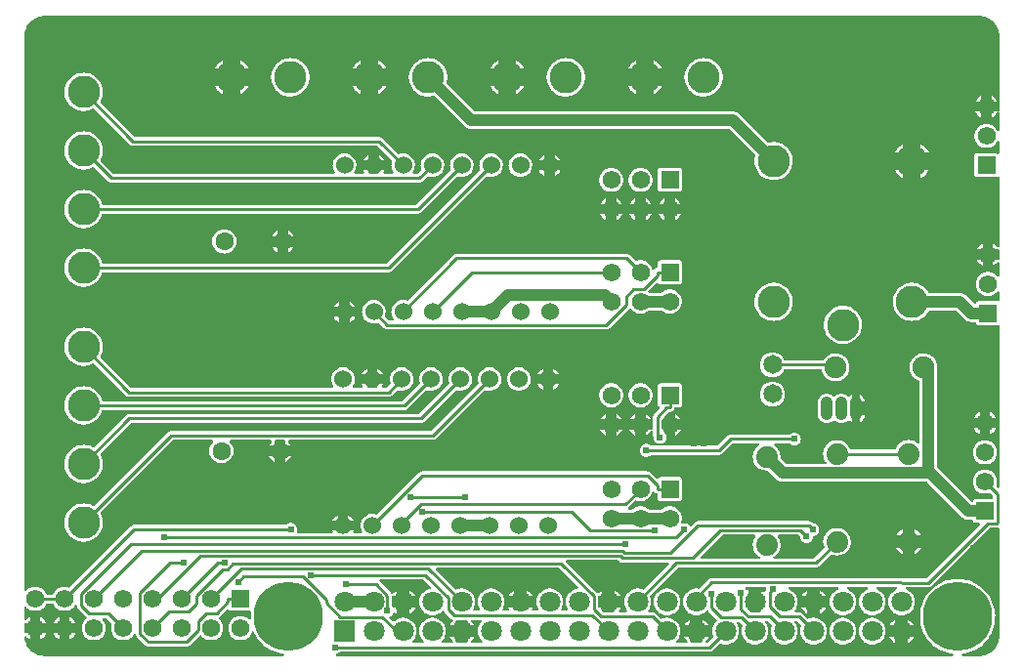
<source format=gtl>
G04 Layer: TopLayer*
G04 EasyEDA v6.5.5, 2022-05-15 16:03:05*
G04 b3a66e96751545e5b315a235ba618c9c,f3b4bba6f80a42898d6f7a4ba36534e0,10*
G04 Gerber Generator version 0.2*
G04 Scale: 100 percent, Rotated: No, Reflected: No *
G04 Dimensions in millimeters *
G04 leading zeros omitted , absolute positions ,4 integer and 5 decimal *
%FSLAX45Y45*%
%MOMM*%

%ADD10C,0.2540*%
%ADD11C,1.0000*%
%ADD12C,0.6096*%
%ADD13C,0.6050*%
%ADD14C,1.5748*%
%ADD15R,1.5748X1.5748*%
%ADD16C,1.6000*%
%ADD17C,1.5240*%
%ADD18C,2.8000*%
%ADD19C,1.9050*%
%ADD20C,1.6510*%
%ADD21C,1.8796*%
%ADD22C,2.7940*%
%ADD23C,1.8000*%
%ADD25C,6.0000*%

%LPD*%
G36*
X28415183Y8679586D02*
G01*
X28411322Y8680348D01*
X28408020Y8682583D01*
X28405836Y8685885D01*
X28405023Y8689746D01*
X28405836Y8693658D01*
X28408020Y8696960D01*
X28595218Y8884158D01*
X28598520Y8886342D01*
X28602381Y8887104D01*
X28876040Y8887104D01*
X28880409Y8886139D01*
X28883914Y8883396D01*
X28885896Y8879382D01*
X28885997Y8874912D01*
X28884118Y8870848D01*
X28881476Y8867292D01*
X28874110Y8854541D01*
X28868370Y8840927D01*
X28864306Y8826754D01*
X28862020Y8812174D01*
X28861613Y8797391D01*
X28862934Y8782710D01*
X28866084Y8768283D01*
X28871011Y8754364D01*
X28877615Y8741156D01*
X28885743Y8728862D01*
X28895344Y8717635D01*
X28906266Y8707729D01*
X28918306Y8699195D01*
X28922573Y8695791D01*
X28924351Y8691727D01*
X28924250Y8687257D01*
X28922218Y8683294D01*
X28918712Y8680551D01*
X28914394Y8679586D01*
G37*

%LPD*%
G36*
X26444803Y8226348D02*
G01*
X26440638Y8227263D01*
X26437183Y8229803D01*
X26435100Y8233613D01*
X26434745Y8237880D01*
X26436269Y8241944D01*
X26441349Y8249970D01*
X26447546Y8263128D01*
X26452068Y8276996D01*
X26454760Y8291271D01*
X26455674Y8305800D01*
X26454760Y8320328D01*
X26452068Y8334603D01*
X26447546Y8348472D01*
X26441349Y8361629D01*
X26433576Y8373922D01*
X26424280Y8385149D01*
X26413663Y8395106D01*
X26401877Y8403640D01*
X26389126Y8410651D01*
X26375614Y8416036D01*
X26361491Y8419642D01*
X26347064Y8421471D01*
X26332535Y8421471D01*
X26318057Y8419642D01*
X26303986Y8416036D01*
X26296010Y8412886D01*
X26292149Y8412124D01*
X26288339Y8412937D01*
X26285088Y8415121D01*
X26118820Y8581390D01*
X26116584Y8584692D01*
X26115822Y8588603D01*
X26116584Y8592464D01*
X26118820Y8595766D01*
X26122071Y8597950D01*
X26125982Y8598763D01*
X27180794Y8598763D01*
X27184705Y8597950D01*
X27188007Y8595766D01*
X27346097Y8437676D01*
X27348484Y8433866D01*
X27348992Y8429396D01*
X27347519Y8425180D01*
X27344420Y8421928D01*
X27340153Y8420404D01*
X27334057Y8419642D01*
X27319986Y8416036D01*
X27306473Y8410651D01*
X27293722Y8403640D01*
X27281936Y8395106D01*
X27271319Y8385149D01*
X27262023Y8373922D01*
X27254250Y8361629D01*
X27248053Y8348472D01*
X27243532Y8334603D01*
X27240839Y8320328D01*
X27239925Y8305800D01*
X27240839Y8291271D01*
X27243532Y8276996D01*
X27248053Y8263128D01*
X27254250Y8249970D01*
X27259330Y8241944D01*
X27260854Y8237880D01*
X27260499Y8233613D01*
X27258416Y8229803D01*
X27254962Y8227263D01*
X27250745Y8226348D01*
X27206803Y8226348D01*
X27202638Y8227263D01*
X27199183Y8229803D01*
X27197100Y8233613D01*
X27196745Y8237880D01*
X27198269Y8241944D01*
X27203349Y8249970D01*
X27209546Y8263128D01*
X27214068Y8276996D01*
X27216760Y8291271D01*
X27217674Y8305800D01*
X27216760Y8320328D01*
X27214068Y8334603D01*
X27209546Y8348472D01*
X27203349Y8361629D01*
X27195576Y8373922D01*
X27186280Y8385149D01*
X27175663Y8395106D01*
X27163877Y8403640D01*
X27151126Y8410651D01*
X27137614Y8416036D01*
X27123491Y8419642D01*
X27109064Y8421471D01*
X27094535Y8421471D01*
X27080057Y8419642D01*
X27065986Y8416036D01*
X27052473Y8410651D01*
X27039722Y8403640D01*
X27027936Y8395106D01*
X27017319Y8385149D01*
X27008023Y8373922D01*
X27000250Y8361629D01*
X26994053Y8348472D01*
X26989532Y8334603D01*
X26986839Y8320328D01*
X26985925Y8305800D01*
X26986839Y8291271D01*
X26989532Y8276996D01*
X26994053Y8263128D01*
X27000250Y8249970D01*
X27005330Y8241944D01*
X27006854Y8237880D01*
X27006499Y8233613D01*
X27004416Y8229803D01*
X27000962Y8227263D01*
X26996745Y8226348D01*
X26952803Y8226348D01*
X26948638Y8227263D01*
X26945183Y8229803D01*
X26943100Y8233613D01*
X26942745Y8237880D01*
X26944269Y8241944D01*
X26949349Y8249970D01*
X26951482Y8254441D01*
X26899158Y8254441D01*
X26899158Y8236508D01*
X26898396Y8232597D01*
X26896161Y8229295D01*
X26892859Y8227110D01*
X26888998Y8226348D01*
X26806601Y8226348D01*
X26802740Y8227110D01*
X26799438Y8229295D01*
X26797203Y8232597D01*
X26796441Y8236508D01*
X26796441Y8254441D01*
X26744117Y8254441D01*
X26746250Y8249970D01*
X26751330Y8241944D01*
X26752854Y8237880D01*
X26752499Y8233613D01*
X26750416Y8229803D01*
X26746962Y8227263D01*
X26742745Y8226348D01*
X26698803Y8226348D01*
X26694638Y8227263D01*
X26691183Y8229803D01*
X26689100Y8233613D01*
X26688745Y8237880D01*
X26690269Y8241944D01*
X26695349Y8249970D01*
X26701546Y8263128D01*
X26706068Y8276996D01*
X26708760Y8291271D01*
X26709674Y8305800D01*
X26708760Y8320328D01*
X26706068Y8334603D01*
X26701546Y8348472D01*
X26695349Y8361629D01*
X26687576Y8373922D01*
X26678280Y8385149D01*
X26667663Y8395106D01*
X26655877Y8403640D01*
X26643126Y8410651D01*
X26629614Y8416036D01*
X26615491Y8419642D01*
X26601064Y8421471D01*
X26586535Y8421471D01*
X26572057Y8419642D01*
X26557986Y8416036D01*
X26544473Y8410651D01*
X26531722Y8403640D01*
X26519936Y8395106D01*
X26509319Y8385149D01*
X26500023Y8373922D01*
X26492250Y8361629D01*
X26486053Y8348472D01*
X26481532Y8334603D01*
X26478839Y8320328D01*
X26477925Y8305800D01*
X26478839Y8291271D01*
X26481532Y8276996D01*
X26486053Y8263128D01*
X26492250Y8249970D01*
X26497330Y8241944D01*
X26498854Y8237880D01*
X26498499Y8233613D01*
X26496416Y8229803D01*
X26492962Y8227263D01*
X26488745Y8226348D01*
G37*

%LPC*%
G36*
X26899158Y8357158D02*
G01*
X26951482Y8357158D01*
X26949349Y8361629D01*
X26941576Y8373922D01*
X26932280Y8385149D01*
X26921663Y8395106D01*
X26909877Y8403640D01*
X26899158Y8409584D01*
G37*
G36*
X26744117Y8357158D02*
G01*
X26796441Y8357158D01*
X26796441Y8409584D01*
X26785722Y8403640D01*
X26773936Y8395106D01*
X26763319Y8385149D01*
X26754023Y8373922D01*
X26746250Y8361629D01*
G37*

%LPD*%
G36*
X28842055Y8217408D02*
G01*
X28838194Y8218170D01*
X28834892Y8220405D01*
X28831438Y8223859D01*
X28829203Y8227161D01*
X28828441Y8231073D01*
X28828441Y8254441D01*
X28807410Y8254441D01*
X28803549Y8255253D01*
X28800247Y8257438D01*
X28798062Y8260740D01*
X28797250Y8264601D01*
X28797250Y8335619D01*
X28798062Y8339531D01*
X28800247Y8342782D01*
X28801669Y8344204D01*
X28807664Y8352840D01*
X28809950Y8355126D01*
X28812794Y8356650D01*
X28815995Y8357158D01*
X28828441Y8357158D01*
X28828441Y8409584D01*
X28820516Y8405215D01*
X28817011Y8404047D01*
X28813302Y8404199D01*
X28809950Y8405672D01*
X28807308Y8408263D01*
X28801161Y8417052D01*
X28799485Y8421116D01*
X28799637Y8425535D01*
X28801669Y8429447D01*
X28805174Y8432088D01*
X28809492Y8433054D01*
X28833724Y8433054D01*
X28836162Y8432546D01*
X28838601Y8433054D01*
X28920998Y8433054D01*
X28923437Y8432546D01*
X28925875Y8433054D01*
X28969715Y8433054D01*
X28973780Y8432190D01*
X28977183Y8429752D01*
X28979317Y8426145D01*
X28979825Y8422030D01*
X28979164Y8414613D01*
X28978453Y8411667D01*
X28976929Y8409076D01*
X28974745Y8406384D01*
X28969004Y8395411D01*
X28965753Y8392871D01*
X28961791Y8391804D01*
X28957777Y8392414D01*
X28953663Y8395106D01*
X28941877Y8403640D01*
X28931158Y8409584D01*
X28931158Y8357158D01*
X28958032Y8357158D01*
X28961892Y8356396D01*
X28965194Y8354161D01*
X28967430Y8350910D01*
X28968192Y8346998D01*
X28968192Y8264601D01*
X28967430Y8260740D01*
X28965194Y8257438D01*
X28961892Y8255253D01*
X28958032Y8254441D01*
X28931158Y8254441D01*
X28931158Y8227568D01*
X28930396Y8223707D01*
X28928161Y8220405D01*
X28924859Y8218170D01*
X28920998Y8217408D01*
G37*

%LPD*%
G36*
X27568601Y8217408D02*
G01*
X27564740Y8218170D01*
X27561438Y8220405D01*
X27559203Y8223707D01*
X27558441Y8227568D01*
X27558441Y8254441D01*
X27531517Y8254441D01*
X27527605Y8255253D01*
X27524303Y8257438D01*
X27522119Y8260740D01*
X27521357Y8264601D01*
X27521357Y8346998D01*
X27522119Y8350910D01*
X27524303Y8354161D01*
X27527605Y8356396D01*
X27531517Y8357158D01*
X27558441Y8357158D01*
X27558441Y8409584D01*
X27547722Y8403640D01*
X27535936Y8395106D01*
X27525319Y8385149D01*
X27521204Y8381542D01*
X27517140Y8380475D01*
X27513026Y8381187D01*
X27509520Y8383473D01*
X27243887Y8649106D01*
X27241652Y8652408D01*
X27240890Y8656269D01*
X27241652Y8660180D01*
X27243887Y8663482D01*
X27247138Y8665667D01*
X27251050Y8666429D01*
X27691181Y8666429D01*
X27695042Y8665667D01*
X27698344Y8663482D01*
X27703881Y8657945D01*
X27710130Y8652814D01*
X27716784Y8649258D01*
X27723998Y8647074D01*
X27732024Y8646261D01*
X28125115Y8646261D01*
X28129026Y8645499D01*
X28132328Y8643315D01*
X28134513Y8640013D01*
X28135275Y8636101D01*
X28134513Y8632240D01*
X28132328Y8628938D01*
X27918511Y8415121D01*
X27915260Y8412937D01*
X27911450Y8412175D01*
X27907589Y8412886D01*
X27899614Y8416036D01*
X27885491Y8419642D01*
X27871064Y8421471D01*
X27856535Y8421471D01*
X27842057Y8419642D01*
X27827986Y8416036D01*
X27814473Y8410651D01*
X27801722Y8403640D01*
X27789936Y8395106D01*
X27779319Y8385149D01*
X27770023Y8373922D01*
X27762250Y8361629D01*
X27756053Y8348472D01*
X27751532Y8334603D01*
X27748839Y8320328D01*
X27747925Y8305800D01*
X27748839Y8291271D01*
X27751532Y8276996D01*
X27756053Y8263128D01*
X27762250Y8249970D01*
X27770023Y8237677D01*
X27773071Y8234070D01*
X27774900Y8230717D01*
X27775357Y8226958D01*
X27774392Y8223250D01*
X27772156Y8220151D01*
X27768956Y8218119D01*
X27765197Y8217408D01*
X27708352Y8217408D01*
X27704643Y8218119D01*
X27701443Y8220151D01*
X27699157Y8223250D01*
X27698242Y8226958D01*
X27698700Y8230717D01*
X27700528Y8234070D01*
X27703576Y8237677D01*
X27711349Y8249970D01*
X27713482Y8254441D01*
X27661158Y8254441D01*
X27661158Y8227568D01*
X27660396Y8223707D01*
X27658161Y8220405D01*
X27654859Y8218170D01*
X27650998Y8217408D01*
G37*

%LPC*%
G36*
X27661158Y8357158D02*
G01*
X27713482Y8357158D01*
X27711349Y8361629D01*
X27703576Y8373922D01*
X27694280Y8385149D01*
X27683663Y8395106D01*
X27671877Y8403640D01*
X27661158Y8409584D01*
G37*

%LPD*%
G36*
X25917448Y7949488D02*
G01*
X25913537Y7950301D01*
X25910184Y7952536D01*
X25908000Y7955940D01*
X25907288Y7959852D01*
X25908203Y7963814D01*
X25910489Y7967065D01*
X25916280Y7972501D01*
X25925576Y7983677D01*
X25933349Y7995970D01*
X25939546Y8009128D01*
X25944068Y8022996D01*
X25946760Y8037271D01*
X25947674Y8051800D01*
X25946760Y8066328D01*
X25944068Y8080603D01*
X25939546Y8094472D01*
X25933349Y8107629D01*
X25925576Y8119922D01*
X25916280Y8131149D01*
X25905663Y8141106D01*
X25893877Y8149640D01*
X25881126Y8156651D01*
X25867614Y8162036D01*
X25853491Y8165642D01*
X25839064Y8167471D01*
X25824535Y8167471D01*
X25810057Y8165642D01*
X25795986Y8162036D01*
X25782473Y8156651D01*
X25769722Y8149640D01*
X25757936Y8141106D01*
X25754685Y8138058D01*
X25751383Y8135975D01*
X25747573Y8135315D01*
X25743763Y8136128D01*
X25740563Y8138261D01*
X25714909Y8163966D01*
X25712724Y8167166D01*
X25711912Y8170976D01*
X25712572Y8174786D01*
X25714655Y8178088D01*
X25717754Y8180324D01*
X25723951Y8183219D01*
X25731927Y8188807D01*
X25738886Y8195767D01*
X25744474Y8203742D01*
X25747116Y8209432D01*
X25749808Y8212937D01*
X25753771Y8214969D01*
X25758241Y8215122D01*
X25762305Y8213344D01*
X25769722Y8207959D01*
X25780441Y8202066D01*
X25780441Y8254441D01*
X25753466Y8254441D01*
X25750266Y8255000D01*
X25747370Y8256473D01*
X25745135Y8258860D01*
X25738836Y8267903D01*
X25737464Y8269325D01*
X25735280Y8272576D01*
X25734467Y8276488D01*
X25734467Y8346998D01*
X25735280Y8350910D01*
X25737464Y8354161D01*
X25740766Y8356396D01*
X25744627Y8357158D01*
X25780441Y8357158D01*
X25780441Y8409584D01*
X25769722Y8403640D01*
X25757936Y8395106D01*
X25747319Y8385149D01*
X25744017Y8381136D01*
X25740461Y8378393D01*
X25736143Y8377428D01*
X25731825Y8378393D01*
X25728320Y8381136D01*
X25722834Y8387842D01*
X25628447Y8482228D01*
X25626212Y8485530D01*
X25625450Y8489442D01*
X25626212Y8493302D01*
X25628447Y8496604D01*
X25631698Y8498789D01*
X25635610Y8499602D01*
X26003910Y8499602D01*
X26007771Y8498789D01*
X26011073Y8496604D01*
X26070712Y8437016D01*
X26073100Y8433206D01*
X26073608Y8428736D01*
X26072134Y8424468D01*
X26068985Y8421268D01*
X26064057Y8419642D01*
X26049986Y8416036D01*
X26036473Y8410651D01*
X26023722Y8403640D01*
X26011936Y8395106D01*
X26001319Y8385149D01*
X25992023Y8373922D01*
X25984250Y8361629D01*
X25978053Y8348472D01*
X25973532Y8334603D01*
X25970839Y8320328D01*
X25969925Y8305800D01*
X25970839Y8291271D01*
X25973532Y8276996D01*
X25978053Y8263128D01*
X25984250Y8249970D01*
X25992023Y8237677D01*
X26001319Y8226501D01*
X26011936Y8216493D01*
X26023722Y8207959D01*
X26036473Y8200948D01*
X26049986Y8195614D01*
X26064057Y8191957D01*
X26078535Y8190128D01*
X26093064Y8190128D01*
X26107491Y8191957D01*
X26121614Y8195614D01*
X26135126Y8200948D01*
X26147877Y8207959D01*
X26159663Y8216493D01*
X26170483Y8226704D01*
X26173633Y8228685D01*
X26177239Y8229447D01*
X26180897Y8228838D01*
X26184098Y8226958D01*
X26186434Y8224062D01*
X26189635Y8218068D01*
X26194766Y8211820D01*
X26245769Y8160766D01*
X26252017Y8155686D01*
X26258265Y8152333D01*
X26261263Y8149894D01*
X26263142Y8146592D01*
X26263650Y8142782D01*
X26262685Y8139074D01*
X26260450Y8135975D01*
X26255319Y8131149D01*
X26246023Y8119922D01*
X26238250Y8107629D01*
X26236117Y8103158D01*
X26288441Y8103158D01*
X26288441Y8138972D01*
X26289203Y8142833D01*
X26291438Y8146135D01*
X26294740Y8148320D01*
X26298601Y8149132D01*
X26380998Y8149132D01*
X26384859Y8148320D01*
X26388161Y8146135D01*
X26390396Y8142833D01*
X26391158Y8138972D01*
X26391158Y8103158D01*
X26443482Y8103158D01*
X26441349Y8107629D01*
X26433576Y8119922D01*
X26423823Y8131556D01*
X26421486Y8134807D01*
X26420622Y8138769D01*
X26421334Y8142681D01*
X26423518Y8146084D01*
X26426871Y8148320D01*
X26430782Y8149132D01*
X26502817Y8149132D01*
X26506728Y8148320D01*
X26510081Y8146084D01*
X26512265Y8142681D01*
X26512977Y8138769D01*
X26512062Y8134807D01*
X26509319Y8131149D01*
X26500023Y8119922D01*
X26492250Y8107629D01*
X26486053Y8094472D01*
X26481532Y8080603D01*
X26478839Y8066328D01*
X26477925Y8051800D01*
X26478839Y8037271D01*
X26481532Y8022996D01*
X26486053Y8009128D01*
X26492250Y7995970D01*
X26500023Y7983677D01*
X26509319Y7972501D01*
X26515060Y7967065D01*
X26517396Y7963814D01*
X26518260Y7959852D01*
X26517549Y7955940D01*
X26515364Y7952536D01*
X26512062Y7950301D01*
X26508151Y7949488D01*
X26425448Y7949488D01*
X26421537Y7950301D01*
X26418184Y7952536D01*
X26416000Y7955940D01*
X26415288Y7959852D01*
X26416203Y7963814D01*
X26418489Y7967065D01*
X26424280Y7972501D01*
X26433576Y7983677D01*
X26441349Y7995970D01*
X26443482Y8000441D01*
X26391158Y8000441D01*
X26391158Y7959648D01*
X26390396Y7955788D01*
X26388161Y7952486D01*
X26384859Y7950250D01*
X26380998Y7949488D01*
X26298601Y7949488D01*
X26294740Y7950250D01*
X26291438Y7952486D01*
X26289203Y7955788D01*
X26288441Y7959648D01*
X26288441Y8000441D01*
X26236117Y8000441D01*
X26238250Y7995970D01*
X26246023Y7983677D01*
X26255319Y7972501D01*
X26261060Y7967065D01*
X26263396Y7963814D01*
X26264260Y7959852D01*
X26263549Y7955940D01*
X26261364Y7952536D01*
X26258062Y7950301D01*
X26254151Y7949488D01*
X26171448Y7949488D01*
X26167537Y7950301D01*
X26164184Y7952536D01*
X26162000Y7955940D01*
X26161288Y7959852D01*
X26162203Y7963814D01*
X26164489Y7967065D01*
X26170280Y7972501D01*
X26179576Y7983677D01*
X26187349Y7995970D01*
X26193546Y8009128D01*
X26198068Y8022996D01*
X26200760Y8037271D01*
X26201674Y8051800D01*
X26200760Y8066328D01*
X26198068Y8080603D01*
X26193546Y8094472D01*
X26187349Y8107629D01*
X26179576Y8119922D01*
X26170280Y8131149D01*
X26159663Y8141106D01*
X26147877Y8149640D01*
X26135126Y8156651D01*
X26121614Y8162036D01*
X26107491Y8165642D01*
X26093064Y8167471D01*
X26078535Y8167471D01*
X26064057Y8165642D01*
X26049986Y8162036D01*
X26036473Y8156651D01*
X26023722Y8149640D01*
X26011936Y8141106D01*
X26001319Y8131149D01*
X25992023Y8119922D01*
X25984250Y8107629D01*
X25978053Y8094472D01*
X25973532Y8080603D01*
X25970839Y8066328D01*
X25969925Y8051800D01*
X25970839Y8037271D01*
X25973532Y8022996D01*
X25978053Y8009128D01*
X25984250Y7995970D01*
X25992023Y7983677D01*
X26001319Y7972501D01*
X26007060Y7967065D01*
X26009396Y7963814D01*
X26010260Y7959852D01*
X26009549Y7955940D01*
X26007364Y7952536D01*
X26004062Y7950301D01*
X26000151Y7949488D01*
G37*

%LPC*%
G36*
X25883158Y8202066D02*
G01*
X25893877Y8207959D01*
X25905663Y8216493D01*
X25916280Y8226501D01*
X25925576Y8237677D01*
X25933349Y8249970D01*
X25935482Y8254441D01*
X25883158Y8254441D01*
G37*
G36*
X25883158Y8357158D02*
G01*
X25935482Y8357158D01*
X25933349Y8361629D01*
X25925576Y8373922D01*
X25916280Y8385149D01*
X25905663Y8395106D01*
X25893877Y8403640D01*
X25883158Y8409584D01*
G37*

%LPD*%
G36*
X28203448Y7949488D02*
G01*
X28199537Y7950301D01*
X28196184Y7952536D01*
X28194000Y7955940D01*
X28193288Y7959852D01*
X28194203Y7963814D01*
X28196489Y7967065D01*
X28202280Y7972501D01*
X28211576Y7983677D01*
X28219349Y7995970D01*
X28225546Y8009128D01*
X28230068Y8022996D01*
X28232760Y8037271D01*
X28233674Y8051800D01*
X28232760Y8066328D01*
X28230068Y8080603D01*
X28225546Y8094472D01*
X28219349Y8107629D01*
X28211576Y8119922D01*
X28202280Y8131149D01*
X28191663Y8141106D01*
X28179877Y8149640D01*
X28167126Y8156651D01*
X28153614Y8162036D01*
X28139491Y8165642D01*
X28125064Y8167471D01*
X28110535Y8167471D01*
X28096057Y8165642D01*
X28081986Y8162036D01*
X28074010Y8158886D01*
X28070149Y8158124D01*
X28066339Y8158937D01*
X28063088Y8161121D01*
X28018435Y8205774D01*
X28012186Y8210854D01*
X28005532Y8214410D01*
X27998318Y8216646D01*
X27990292Y8217408D01*
X27962352Y8217408D01*
X27958643Y8218119D01*
X27955443Y8220151D01*
X27953157Y8223250D01*
X27952242Y8226958D01*
X27952700Y8230717D01*
X27954528Y8234070D01*
X27957576Y8237677D01*
X27965349Y8249970D01*
X27971546Y8263128D01*
X27976068Y8276996D01*
X27978760Y8291271D01*
X27979674Y8305800D01*
X27978760Y8320328D01*
X27976068Y8334603D01*
X27971546Y8348472D01*
X27970276Y8353145D01*
X27970988Y8357209D01*
X27973223Y8360664D01*
X28211983Y8599424D01*
X28215285Y8601608D01*
X28219146Y8602370D01*
X29404970Y8602370D01*
X29412996Y8603183D01*
X29420210Y8605367D01*
X29426865Y8608923D01*
X29433113Y8614054D01*
X29533189Y8714079D01*
X29536389Y8716264D01*
X29540200Y8717076D01*
X29544010Y8716365D01*
X29554677Y8712250D01*
X29568952Y8708694D01*
X29583634Y8706866D01*
X29598365Y8706866D01*
X29613047Y8708694D01*
X29627322Y8712250D01*
X29641088Y8717584D01*
X29654093Y8724595D01*
X29666133Y8733129D01*
X29677055Y8743035D01*
X29686656Y8754262D01*
X29694784Y8766556D01*
X29701388Y8779764D01*
X29706315Y8793683D01*
X29709465Y8808110D01*
X29710837Y8822791D01*
X29710380Y8837574D01*
X29708094Y8852154D01*
X29704030Y8866327D01*
X29698289Y8879941D01*
X29690923Y8892692D01*
X29682033Y8904478D01*
X29671772Y8915095D01*
X29660240Y8924340D01*
X29647692Y8932113D01*
X29634281Y8938260D01*
X29620260Y8942730D01*
X29605732Y8945473D01*
X29591000Y8946388D01*
X29576268Y8945473D01*
X29561739Y8942730D01*
X29547718Y8938260D01*
X29534307Y8932113D01*
X29521759Y8924340D01*
X29510227Y8915095D01*
X29499966Y8904478D01*
X29491076Y8892692D01*
X29483710Y8879941D01*
X29477970Y8866327D01*
X29473906Y8852154D01*
X29471620Y8837574D01*
X29471213Y8822791D01*
X29472534Y8808110D01*
X29475684Y8793683D01*
X29480865Y8779154D01*
X29481424Y8775395D01*
X29480560Y8771686D01*
X29478427Y8768588D01*
X29392473Y8682583D01*
X29389171Y8680348D01*
X29385260Y8679586D01*
X29048405Y8679586D01*
X29044087Y8680551D01*
X29040582Y8683294D01*
X29038550Y8687257D01*
X29038448Y8691727D01*
X29040226Y8695791D01*
X29044493Y8699195D01*
X29056533Y8707729D01*
X29067455Y8717635D01*
X29077056Y8728862D01*
X29085184Y8741156D01*
X29091788Y8754364D01*
X29096715Y8768283D01*
X29099865Y8782710D01*
X29101237Y8797391D01*
X29100780Y8812174D01*
X29098494Y8826754D01*
X29094430Y8840927D01*
X29088689Y8854541D01*
X29081323Y8867292D01*
X29078682Y8870848D01*
X29076802Y8874912D01*
X29076903Y8879382D01*
X29078885Y8883396D01*
X29082390Y8886139D01*
X29086759Y8887104D01*
X29255669Y8887104D01*
X29259580Y8886342D01*
X29262882Y8884158D01*
X29268775Y8878214D01*
X29270807Y8875318D01*
X29271722Y8871915D01*
X29272382Y8864193D01*
X29274922Y8854744D01*
X29279088Y8845854D01*
X29284676Y8837879D01*
X29291584Y8830919D01*
X29299611Y8825331D01*
X29308450Y8821216D01*
X29317899Y8818676D01*
X29327652Y8817813D01*
X29337406Y8818676D01*
X29346855Y8821216D01*
X29355745Y8825331D01*
X29363720Y8830919D01*
X29370680Y8837879D01*
X29376268Y8845854D01*
X29380383Y8854744D01*
X29382923Y8864193D01*
X29383278Y8868003D01*
X29384447Y8871966D01*
X29387088Y8875115D01*
X29390746Y8876944D01*
X29400906Y8879687D01*
X29409796Y8883802D01*
X29417772Y8889390D01*
X29424731Y8896350D01*
X29430319Y8904325D01*
X29434434Y8913215D01*
X29436974Y8922664D01*
X29437838Y8932418D01*
X29436974Y8942171D01*
X29434434Y8951620D01*
X29430319Y8960459D01*
X29424731Y8968486D01*
X29417772Y8975394D01*
X29409796Y8980982D01*
X29400906Y8985148D01*
X29391457Y8987688D01*
X29383736Y8988348D01*
X29380332Y8989263D01*
X29377436Y8991295D01*
X29375252Y8993479D01*
X29369003Y8998559D01*
X29362349Y9002115D01*
X29355135Y9004350D01*
X29347109Y9005112D01*
X28388411Y9005112D01*
X28380385Y9004350D01*
X28373171Y9002115D01*
X28366516Y8998559D01*
X28360268Y8993479D01*
X28329889Y8963050D01*
X28326181Y8960713D01*
X28321812Y8960104D01*
X28317596Y8961475D01*
X28314345Y8964422D01*
X28311805Y8968079D01*
X28304896Y8974988D01*
X28296870Y8980576D01*
X28288030Y8984742D01*
X28278582Y8987282D01*
X28268828Y8988094D01*
X28259074Y8987282D01*
X28255417Y8986266D01*
X28251048Y8986062D01*
X28247035Y8987739D01*
X28244038Y8990888D01*
X28242666Y8995054D01*
X28243174Y8999372D01*
X28244241Y9002623D01*
X28246933Y9016034D01*
X28247848Y9029700D01*
X28246933Y9043365D01*
X28244241Y9056776D01*
X28239872Y9069730D01*
X28233827Y9082024D01*
X28226207Y9093403D01*
X28217164Y9103664D01*
X28206903Y9112707D01*
X28195524Y9120327D01*
X28183230Y9126372D01*
X28170276Y9130741D01*
X28156865Y9133433D01*
X28143200Y9134348D01*
X28129534Y9133433D01*
X28116123Y9130741D01*
X28103169Y9126372D01*
X28090876Y9120327D01*
X28079496Y9112707D01*
X28074315Y9108135D01*
X28071165Y9106255D01*
X28067609Y9105595D01*
X27964790Y9105595D01*
X27961234Y9106255D01*
X27958084Y9108135D01*
X27952903Y9112707D01*
X27941524Y9120327D01*
X27929230Y9126372D01*
X27916276Y9130741D01*
X27902865Y9133433D01*
X27889200Y9134348D01*
X27875534Y9133433D01*
X27862123Y9130741D01*
X27849169Y9126372D01*
X27836876Y9120327D01*
X27825496Y9112707D01*
X27820315Y9108135D01*
X27817165Y9106255D01*
X27813609Y9105595D01*
X27789428Y9105595D01*
X27785415Y9106458D01*
X27782012Y9108846D01*
X27779878Y9112351D01*
X27779319Y9116466D01*
X27780386Y9120428D01*
X27782977Y9123629D01*
X27787041Y9126931D01*
X27843175Y9183065D01*
X27846274Y9185198D01*
X27849931Y9186062D01*
X27853639Y9185503D01*
X27862123Y9182658D01*
X27875534Y9179966D01*
X27889200Y9179052D01*
X27902865Y9179966D01*
X27916276Y9182658D01*
X27929230Y9187027D01*
X27941524Y9193072D01*
X27952903Y9200692D01*
X27963164Y9209735D01*
X27972207Y9219996D01*
X27979827Y9231376D01*
X27985872Y9243669D01*
X27989885Y9255556D01*
X27992120Y9259265D01*
X27995626Y9261703D01*
X27999842Y9262465D01*
X28004008Y9261398D01*
X28007360Y9258757D01*
X28009291Y9256420D01*
X28015133Y9251645D01*
X28021788Y9248089D01*
X28032964Y9244838D01*
X28035910Y9242552D01*
X28037891Y9239402D01*
X28038552Y9235744D01*
X28038552Y9205518D01*
X28039263Y9199219D01*
X28041193Y9193733D01*
X28044241Y9188856D01*
X28048356Y9184741D01*
X28053233Y9181693D01*
X28058719Y9179763D01*
X28065018Y9179052D01*
X28221381Y9179052D01*
X28227680Y9179763D01*
X28233166Y9181693D01*
X28238043Y9184741D01*
X28242158Y9188856D01*
X28245206Y9193733D01*
X28247136Y9199219D01*
X28247848Y9205518D01*
X28247848Y9361881D01*
X28247136Y9368180D01*
X28245206Y9373666D01*
X28242158Y9378543D01*
X28238043Y9382658D01*
X28233166Y9385706D01*
X28227680Y9387636D01*
X28221381Y9388348D01*
X28065018Y9388348D01*
X28058719Y9387636D01*
X28053233Y9385706D01*
X28048356Y9382658D01*
X28044241Y9378543D01*
X28042819Y9376257D01*
X28040380Y9373565D01*
X28037129Y9371939D01*
X28033522Y9371533D01*
X28030017Y9372396D01*
X28027020Y9374479D01*
X27975966Y9425533D01*
X27969718Y9430664D01*
X27963063Y9434220D01*
X27955849Y9436404D01*
X27947823Y9437217D01*
X25997966Y9437217D01*
X25989940Y9436404D01*
X25982726Y9434220D01*
X25976072Y9430664D01*
X25969823Y9425533D01*
X25609092Y9064802D01*
X25605994Y9062669D01*
X25602285Y9061856D01*
X25598577Y9062415D01*
X25592074Y9064650D01*
X25578714Y9067393D01*
X25565100Y9068308D01*
X25551485Y9067393D01*
X25538125Y9064650D01*
X25525222Y9060180D01*
X25513080Y9054033D01*
X25501854Y9046311D01*
X25491694Y9037167D01*
X25482905Y9026753D01*
X25475590Y9015272D01*
X25469850Y9002877D01*
X25465786Y8989872D01*
X25463550Y8976410D01*
X25463093Y8962796D01*
X25464414Y8949232D01*
X25467614Y8935974D01*
X25472491Y8923223D01*
X25476708Y8915552D01*
X25477927Y8911590D01*
X25477419Y8907424D01*
X25475285Y8903817D01*
X25471882Y8901379D01*
X25467767Y8900515D01*
X25408432Y8900515D01*
X25404318Y8901379D01*
X25400914Y8903817D01*
X25398780Y8907424D01*
X25398272Y8911590D01*
X25399492Y8915552D01*
X25402895Y8921750D01*
X25355550Y8921750D01*
X25355550Y8910675D01*
X25354788Y8906814D01*
X25352552Y8903512D01*
X25349301Y8901277D01*
X25345390Y8900515D01*
X25276810Y8900515D01*
X25272898Y8901277D01*
X25269647Y8903512D01*
X25267412Y8906814D01*
X25266650Y8910675D01*
X25266650Y8921750D01*
X25219304Y8921750D01*
X25222708Y8915552D01*
X25223927Y8911590D01*
X25223419Y8907424D01*
X25221285Y8903817D01*
X25217882Y8901379D01*
X25213767Y8900515D01*
X24922226Y8900515D01*
X24918568Y8901226D01*
X24915368Y8903157D01*
X24913132Y8906103D01*
X24912116Y8909659D01*
X24912421Y8913368D01*
X24915317Y8923985D01*
X24916180Y8933688D01*
X24915317Y8943441D01*
X24912777Y8952890D01*
X24908662Y8961780D01*
X24903023Y8969756D01*
X24896114Y8976664D01*
X24888088Y8982303D01*
X24879249Y8986418D01*
X24869800Y8988958D01*
X24860046Y8989822D01*
X24850293Y8988958D01*
X24840844Y8986418D01*
X24831954Y8982303D01*
X24823978Y8976664D01*
X24822556Y8975293D01*
X24819254Y8973058D01*
X24815393Y8972296D01*
X23501096Y8972296D01*
X23493069Y8971534D01*
X23485805Y8969298D01*
X23479150Y8965742D01*
X23472902Y8960662D01*
X22944124Y8431834D01*
X22941026Y8429701D01*
X22937368Y8428837D01*
X22933660Y8429396D01*
X22925176Y8432241D01*
X22911765Y8434933D01*
X22898100Y8435848D01*
X22884434Y8434933D01*
X22871023Y8432241D01*
X22858069Y8427872D01*
X22845776Y8421827D01*
X22834396Y8414207D01*
X22824135Y8405164D01*
X22815092Y8394903D01*
X22807472Y8383524D01*
X22803510Y8375497D01*
X22801275Y8372500D01*
X22798125Y8370519D01*
X22794417Y8369808D01*
X22747782Y8369808D01*
X22744074Y8370519D01*
X22740924Y8372500D01*
X22738689Y8375497D01*
X22734727Y8383524D01*
X22727107Y8394903D01*
X22718064Y8405164D01*
X22707803Y8414207D01*
X22696424Y8421827D01*
X22684130Y8427872D01*
X22671176Y8432241D01*
X22657765Y8434933D01*
X22644100Y8435848D01*
X22630434Y8434933D01*
X22617023Y8432241D01*
X22604069Y8427872D01*
X22591776Y8421827D01*
X22580396Y8414207D01*
X22570135Y8405164D01*
X22568154Y8402929D01*
X22564902Y8400491D01*
X22560991Y8399475D01*
X22556927Y8400135D01*
X22553472Y8402320D01*
X22551186Y8405672D01*
X22550374Y8409635D01*
X22550374Y13209625D01*
X22551288Y13228015D01*
X22553879Y13244931D01*
X22558044Y13261492D01*
X22563836Y13277545D01*
X22571202Y13292937D01*
X22580041Y13307568D01*
X22590252Y13321284D01*
X22601732Y13333882D01*
X22614432Y13345312D01*
X22628199Y13355472D01*
X22642830Y13364210D01*
X22658324Y13371474D01*
X22674427Y13377163D01*
X22690988Y13381278D01*
X22707904Y13383717D01*
X22725329Y13384580D01*
X30823560Y13384580D01*
X30842000Y13383615D01*
X30858866Y13381075D01*
X30875427Y13376859D01*
X30891480Y13371068D01*
X30906923Y13363701D01*
X30921553Y13354913D01*
X30935218Y13344702D01*
X30947868Y13333171D01*
X30959298Y13320471D01*
X30969407Y13306755D01*
X30978144Y13292074D01*
X30985409Y13276630D01*
X30991149Y13260527D01*
X30995213Y13243915D01*
X30997702Y13227050D01*
X30998515Y13209625D01*
X30998515Y12650622D01*
X30997550Y12646253D01*
X30994705Y12642697D01*
X30993842Y12642291D01*
X30995569Y12641122D01*
X30997753Y12637871D01*
X30998515Y12633960D01*
X30998515Y12562840D01*
X30997753Y12558928D01*
X30995569Y12555677D01*
X30993842Y12554508D01*
X30994705Y12554102D01*
X30997550Y12550546D01*
X30998515Y12546177D01*
X30998515Y12396622D01*
X30997550Y12392253D01*
X30994705Y12388697D01*
X30990692Y12386767D01*
X30986171Y12386716D01*
X30982107Y12388646D01*
X30979262Y12392152D01*
X30977027Y12396724D01*
X30969407Y12408103D01*
X30960364Y12418364D01*
X30950103Y12427407D01*
X30938724Y12435027D01*
X30926430Y12441072D01*
X30913476Y12445441D01*
X30900065Y12448133D01*
X30886400Y12449048D01*
X30872734Y12448133D01*
X30859323Y12445441D01*
X30846369Y12441072D01*
X30834076Y12435027D01*
X30822696Y12427407D01*
X30812435Y12418364D01*
X30803392Y12408103D01*
X30795772Y12396724D01*
X30789727Y12384430D01*
X30785358Y12371476D01*
X30782666Y12358065D01*
X30781752Y12344400D01*
X30782666Y12330734D01*
X30785358Y12317323D01*
X30789727Y12304369D01*
X30795772Y12292076D01*
X30803392Y12280696D01*
X30812435Y12270435D01*
X30822696Y12261392D01*
X30834076Y12253772D01*
X30846369Y12247727D01*
X30859323Y12243358D01*
X30872734Y12240666D01*
X30886400Y12239752D01*
X30900065Y12240666D01*
X30913476Y12243358D01*
X30926430Y12247727D01*
X30938724Y12253772D01*
X30950103Y12261392D01*
X30960364Y12270435D01*
X30969407Y12280696D01*
X30977027Y12292076D01*
X30979262Y12296648D01*
X30982107Y12300153D01*
X30986171Y12302083D01*
X30990692Y12302032D01*
X30994705Y12300102D01*
X30997550Y12296546D01*
X30998515Y12292177D01*
X30998515Y12196572D01*
X30997753Y12192711D01*
X30995569Y12189460D01*
X30992318Y12187224D01*
X30988457Y12186412D01*
X30984545Y12187174D01*
X30976366Y12192406D01*
X30970880Y12194336D01*
X30964581Y12195048D01*
X30808218Y12195048D01*
X30801919Y12194336D01*
X30796433Y12192406D01*
X30791556Y12189358D01*
X30787441Y12185243D01*
X30784393Y12180366D01*
X30782463Y12174880D01*
X30781752Y12168581D01*
X30781752Y12012218D01*
X30782463Y12005919D01*
X30784393Y12000433D01*
X30787441Y11995556D01*
X30791556Y11991441D01*
X30796433Y11988393D01*
X30801919Y11986463D01*
X30808218Y11985752D01*
X30964581Y11985752D01*
X30970880Y11986463D01*
X30976366Y11988393D01*
X30984545Y11993626D01*
X30988457Y11994388D01*
X30992318Y11993575D01*
X30995569Y11991340D01*
X30997753Y11988088D01*
X30998515Y11984228D01*
X30998515Y11387632D01*
X30997702Y11383670D01*
X30995416Y11380317D01*
X30991962Y11378133D01*
X30987949Y11377523D01*
X30983986Y11378488D01*
X30980735Y11380978D01*
X30973064Y11389664D01*
X30962803Y11398707D01*
X30951424Y11406327D01*
X30944820Y11409578D01*
X30944820Y11361420D01*
X30988355Y11361420D01*
X30992267Y11360658D01*
X30995569Y11358422D01*
X30997753Y11355171D01*
X30998515Y11351260D01*
X30998515Y11280140D01*
X30997753Y11276228D01*
X30995569Y11272977D01*
X30992267Y11270742D01*
X30988355Y11269980D01*
X30944820Y11269980D01*
X30944820Y11221821D01*
X30951424Y11225072D01*
X30962803Y11232692D01*
X30973064Y11241735D01*
X30980735Y11250422D01*
X30983986Y11252911D01*
X30987949Y11253876D01*
X30991962Y11253266D01*
X30995416Y11251082D01*
X30997702Y11247729D01*
X30998515Y11243767D01*
X30998515Y11133632D01*
X30997702Y11129670D01*
X30995416Y11126317D01*
X30991962Y11124133D01*
X30987949Y11123523D01*
X30983986Y11124488D01*
X30980735Y11126978D01*
X30973064Y11135664D01*
X30962803Y11144707D01*
X30951424Y11152327D01*
X30939130Y11158372D01*
X30926176Y11162741D01*
X30912765Y11165433D01*
X30899100Y11166348D01*
X30885434Y11165433D01*
X30872023Y11162741D01*
X30859069Y11158372D01*
X30846776Y11152327D01*
X30835396Y11144707D01*
X30825135Y11135664D01*
X30816092Y11125403D01*
X30808472Y11114024D01*
X30802427Y11101730D01*
X30798058Y11088776D01*
X30795366Y11075365D01*
X30794452Y11061700D01*
X30795366Y11048034D01*
X30798058Y11034623D01*
X30802427Y11021669D01*
X30808472Y11009376D01*
X30816092Y10997996D01*
X30825135Y10987735D01*
X30835396Y10978692D01*
X30846776Y10971072D01*
X30859069Y10965027D01*
X30872023Y10960658D01*
X30885434Y10957966D01*
X30899100Y10957052D01*
X30912765Y10957966D01*
X30926176Y10960658D01*
X30939130Y10965027D01*
X30951424Y10971072D01*
X30962803Y10978692D01*
X30973064Y10987735D01*
X30980735Y10996422D01*
X30983986Y10998911D01*
X30987949Y10999876D01*
X30991962Y10999266D01*
X30995416Y10997082D01*
X30997702Y10993729D01*
X30998515Y10989767D01*
X30998515Y10920730D01*
X30997804Y10916920D01*
X30995721Y10913719D01*
X30992572Y10911484D01*
X30988812Y10910570D01*
X30983580Y10911636D01*
X30977281Y10912348D01*
X30820918Y10912348D01*
X30814619Y10911636D01*
X30809133Y10909706D01*
X30804256Y10906658D01*
X30800141Y10902543D01*
X30797093Y10897666D01*
X30796077Y10894720D01*
X30793944Y10891215D01*
X30790642Y10888827D01*
X30786679Y10887913D01*
X30782666Y10888675D01*
X30779262Y10890910D01*
X30708600Y10961522D01*
X30701742Y10967212D01*
X30699760Y10968634D01*
X30692140Y10973206D01*
X30689905Y10974324D01*
X30681726Y10977727D01*
X30679389Y10978489D01*
X30670753Y10980623D01*
X30668315Y10981029D01*
X30659476Y10981842D01*
X30394706Y10981893D01*
X30391201Y10982553D01*
X30388102Y10984382D01*
X30385816Y10987176D01*
X30382108Y10993831D01*
X30371999Y11008258D01*
X30360365Y11021517D01*
X30347412Y11033455D01*
X30333289Y11043970D01*
X30318100Y11052962D01*
X30302047Y11060226D01*
X30285334Y11065764D01*
X30268113Y11069472D01*
X30250536Y11071352D01*
X30232959Y11071352D01*
X30215433Y11069472D01*
X30198161Y11065764D01*
X30181448Y11060226D01*
X30165395Y11052962D01*
X30150206Y11043970D01*
X30136084Y11033455D01*
X30123130Y11021517D01*
X30111496Y11008258D01*
X30101387Y10993831D01*
X30092853Y10978388D01*
X30085995Y10962182D01*
X30080864Y10945317D01*
X30077613Y10927994D01*
X30076190Y10910417D01*
X30076698Y10892790D01*
X30079035Y10875314D01*
X30083201Y10858195D01*
X30089195Y10841634D01*
X30096917Y10825734D01*
X30106264Y10810798D01*
X30117135Y10796930D01*
X30129429Y10784332D01*
X30142992Y10773054D01*
X30157674Y10763351D01*
X30173320Y10755223D01*
X30189728Y10748772D01*
X30206746Y10744149D01*
X30224171Y10741355D01*
X30241748Y10740390D01*
X30259324Y10741355D01*
X30276749Y10744149D01*
X30293767Y10748772D01*
X30310175Y10755223D01*
X30325822Y10763351D01*
X30340503Y10773054D01*
X30354066Y10784332D01*
X30366360Y10796930D01*
X30377231Y10810798D01*
X30386324Y10825327D01*
X30388610Y10827867D01*
X30391608Y10829544D01*
X30394960Y10830102D01*
X30621173Y10830102D01*
X30625084Y10829340D01*
X30628336Y10827105D01*
X30703367Y10752175D01*
X30712206Y10745114D01*
X30719826Y10740491D01*
X30730240Y10736021D01*
X30732577Y10735259D01*
X30741213Y10733074D01*
X30743601Y10732668D01*
X30752491Y10731855D01*
X30785104Y10731804D01*
X30789219Y10730941D01*
X30792623Y10728452D01*
X30794756Y10724845D01*
X30797144Y10717682D01*
X30800141Y10712856D01*
X30804256Y10708741D01*
X30809133Y10705693D01*
X30814619Y10703763D01*
X30820918Y10703052D01*
X30977281Y10703052D01*
X30983580Y10703763D01*
X30988812Y10704830D01*
X30992572Y10703915D01*
X30995721Y10701680D01*
X30997804Y10698480D01*
X30998515Y10694670D01*
X30998515Y9603282D01*
X30998058Y9601200D01*
X30998515Y9599117D01*
X30998515Y9349282D01*
X30998058Y9347200D01*
X30998515Y9345117D01*
X30998515Y9301683D01*
X30997753Y9297822D01*
X30995569Y9294520D01*
X30992267Y9292285D01*
X30988355Y9291523D01*
X30984494Y9292285D01*
X30981192Y9294520D01*
X30974385Y9301327D01*
X30972252Y9304375D01*
X30971388Y9308033D01*
X30971947Y9311741D01*
X30974741Y9320123D01*
X30977433Y9333534D01*
X30978246Y9345777D01*
X30978246Y9348622D01*
X30977433Y9360865D01*
X30974741Y9374276D01*
X30970372Y9387230D01*
X30964327Y9399524D01*
X30956707Y9410903D01*
X30947664Y9421164D01*
X30937403Y9430207D01*
X30926024Y9437827D01*
X30913730Y9443872D01*
X30900776Y9448241D01*
X30887365Y9450933D01*
X30873700Y9451848D01*
X30860034Y9450933D01*
X30846623Y9448241D01*
X30833669Y9443872D01*
X30821376Y9437827D01*
X30809996Y9430207D01*
X30799735Y9421164D01*
X30790692Y9410903D01*
X30783072Y9399524D01*
X30777027Y9387230D01*
X30772658Y9374276D01*
X30769966Y9360865D01*
X30769052Y9347200D01*
X30769966Y9333534D01*
X30772658Y9320123D01*
X30777027Y9307169D01*
X30783072Y9294876D01*
X30790692Y9283496D01*
X30799735Y9273235D01*
X30809996Y9264192D01*
X30821376Y9256572D01*
X30833669Y9250527D01*
X30846623Y9246158D01*
X30860034Y9243466D01*
X30873700Y9242552D01*
X30887365Y9243466D01*
X30900776Y9246158D01*
X30909412Y9249054D01*
X30913120Y9249613D01*
X30916727Y9248749D01*
X30919826Y9246616D01*
X30939028Y9227464D01*
X30941264Y9224162D01*
X30942026Y9220301D01*
X30942026Y9208008D01*
X30941264Y9204096D01*
X30939028Y9200845D01*
X30935777Y9198610D01*
X30931865Y9197848D01*
X30795518Y9197848D01*
X30789219Y9197136D01*
X30783733Y9195206D01*
X30778856Y9192158D01*
X30774741Y9188043D01*
X30771693Y9183166D01*
X30770677Y9180220D01*
X30768544Y9176715D01*
X30765242Y9174327D01*
X30761279Y9173413D01*
X30757266Y9174175D01*
X30753862Y9176410D01*
X30460492Y9469831D01*
X30458257Y9473082D01*
X30457495Y9476994D01*
X30457495Y10296144D01*
X30456987Y10303306D01*
X30460543Y10322915D01*
X30461458Y10337800D01*
X30460543Y10352684D01*
X30457800Y10367365D01*
X30453279Y10381538D01*
X30447030Y10395102D01*
X30439156Y10407802D01*
X30429809Y10419435D01*
X30419090Y10429798D01*
X30407203Y10438790D01*
X30394300Y10446258D01*
X30380584Y10452049D01*
X30366208Y10456113D01*
X30351476Y10458399D01*
X30336591Y10458856D01*
X30321707Y10457484D01*
X30307127Y10454335D01*
X30293106Y10449356D01*
X30279746Y10442702D01*
X30267300Y10434472D01*
X30255972Y10424769D01*
X30245913Y10413746D01*
X30237328Y10401554D01*
X30230267Y10388447D01*
X30224882Y10374528D01*
X30221224Y10360050D01*
X30219396Y10345267D01*
X30219396Y10330332D01*
X30221224Y10315549D01*
X30224882Y10301071D01*
X30230267Y10287152D01*
X30237328Y10274046D01*
X30245913Y10261854D01*
X30255972Y10250830D01*
X30267300Y10241127D01*
X30279746Y10232898D01*
X30293106Y10226243D01*
X30298898Y10224211D01*
X30302453Y10222026D01*
X30304841Y10218674D01*
X30305705Y10214610D01*
X30305705Y9688931D01*
X30304994Y9685223D01*
X30302962Y9682022D01*
X30299914Y9679787D01*
X30296256Y9678822D01*
X30292497Y9679228D01*
X30289144Y9681006D01*
X30282540Y9686340D01*
X30269992Y9694113D01*
X30256581Y9700260D01*
X30242560Y9704730D01*
X30228032Y9707473D01*
X30213300Y9708388D01*
X30198568Y9707473D01*
X30184039Y9704730D01*
X30170018Y9700260D01*
X30156607Y9694113D01*
X30144059Y9686340D01*
X30132527Y9677095D01*
X30122266Y9666478D01*
X30113376Y9654692D01*
X30106010Y9641941D01*
X30102352Y9633305D01*
X30100168Y9630054D01*
X30096866Y9627870D01*
X30093005Y9627108D01*
X29711294Y9627108D01*
X29707433Y9627870D01*
X29704131Y9630054D01*
X29701947Y9633305D01*
X29698289Y9641941D01*
X29690923Y9654692D01*
X29682033Y9666478D01*
X29671772Y9677095D01*
X29660240Y9686340D01*
X29647692Y9694113D01*
X29634281Y9700260D01*
X29620260Y9704730D01*
X29605732Y9707473D01*
X29591000Y9708388D01*
X29576268Y9707473D01*
X29561739Y9704730D01*
X29547718Y9700260D01*
X29534307Y9694113D01*
X29521759Y9686340D01*
X29510227Y9677095D01*
X29499966Y9666478D01*
X29491076Y9654692D01*
X29483710Y9641941D01*
X29477970Y9628327D01*
X29473906Y9614154D01*
X29471620Y9599574D01*
X29471213Y9584791D01*
X29472534Y9570110D01*
X29475684Y9555683D01*
X29480611Y9541764D01*
X29487215Y9528556D01*
X29495343Y9516262D01*
X29497985Y9513214D01*
X29499864Y9509861D01*
X29500423Y9506051D01*
X29499509Y9502343D01*
X29497274Y9499193D01*
X29494022Y9497161D01*
X29490263Y9496399D01*
X29159657Y9496399D01*
X29155745Y9497212D01*
X29152443Y9499396D01*
X29103827Y9548012D01*
X29101491Y9551720D01*
X29100932Y9556140D01*
X29101237Y9559391D01*
X29100780Y9574174D01*
X29098494Y9588754D01*
X29094430Y9602927D01*
X29088689Y9616541D01*
X29081323Y9629292D01*
X29072433Y9641078D01*
X29062172Y9651695D01*
X29050335Y9661194D01*
X29047694Y9664395D01*
X29046576Y9668357D01*
X29047135Y9672472D01*
X29049268Y9676028D01*
X29052672Y9678416D01*
X29056736Y9679279D01*
X29177437Y9679279D01*
X29181298Y9678466D01*
X29184600Y9676282D01*
X29186022Y9674860D01*
X29193998Y9669272D01*
X29202888Y9665157D01*
X29212336Y9662617D01*
X29222090Y9661753D01*
X29231844Y9662617D01*
X29241292Y9665157D01*
X29250132Y9669272D01*
X29258158Y9674860D01*
X29265067Y9681819D01*
X29270706Y9689795D01*
X29274820Y9698685D01*
X29277360Y9708134D01*
X29278224Y9717887D01*
X29277360Y9727641D01*
X29274820Y9737090D01*
X29270706Y9745929D01*
X29265067Y9753955D01*
X29258158Y9760864D01*
X29250132Y9766452D01*
X29241292Y9770618D01*
X29231844Y9773158D01*
X29222090Y9773970D01*
X29212336Y9773158D01*
X29202888Y9770618D01*
X29193998Y9766452D01*
X29186022Y9760864D01*
X29184600Y9759442D01*
X29181298Y9757257D01*
X29177437Y9756495D01*
X28668726Y9756495D01*
X28660699Y9755682D01*
X28653486Y9753498D01*
X28646831Y9749942D01*
X28640582Y9744811D01*
X28556102Y9660331D01*
X28552800Y9658096D01*
X28548888Y9657334D01*
X28071419Y9657334D01*
X28067355Y9658197D01*
X28063952Y9660585D01*
X28061818Y9664141D01*
X28061259Y9668256D01*
X28062427Y9672269D01*
X28065069Y9675469D01*
X28068777Y9677298D01*
X28076855Y9679482D01*
X28085745Y9683597D01*
X28093720Y9689236D01*
X28100680Y9696145D01*
X28106268Y9704171D01*
X28110383Y9713010D01*
X28112923Y9722459D01*
X28113786Y9732213D01*
X28112923Y9741966D01*
X28110383Y9751415D01*
X28106268Y9760305D01*
X28098242Y9771786D01*
X28097480Y9775698D01*
X28097480Y9796780D01*
X28085135Y9796780D01*
X28081224Y9797542D01*
X28077922Y9799777D01*
X28075737Y9803028D01*
X28074975Y9806940D01*
X28074975Y9878060D01*
X28075737Y9881971D01*
X28077922Y9885222D01*
X28081224Y9887458D01*
X28085135Y9888220D01*
X28097480Y9888220D01*
X28097480Y9911994D01*
X28098242Y9915906D01*
X28100477Y9919208D01*
X28129534Y9948265D01*
X28132836Y9950450D01*
X28136697Y9951262D01*
X28142692Y9951262D01*
X28150718Y9952024D01*
X28157932Y9954209D01*
X28164586Y9957816D01*
X28170479Y9962591D01*
X28175254Y9968433D01*
X28178810Y9975088D01*
X28182062Y9986264D01*
X28184348Y9989210D01*
X28187497Y9991191D01*
X28191155Y9991852D01*
X28221381Y9991852D01*
X28227680Y9992563D01*
X28233166Y9994493D01*
X28238043Y9997541D01*
X28242158Y10001656D01*
X28245206Y10006533D01*
X28247136Y10012019D01*
X28247848Y10018318D01*
X28247848Y10174681D01*
X28247136Y10180980D01*
X28245206Y10186466D01*
X28242158Y10191343D01*
X28238043Y10195458D01*
X28233166Y10198506D01*
X28227680Y10200436D01*
X28221381Y10201148D01*
X28065018Y10201148D01*
X28058719Y10200436D01*
X28053233Y10198506D01*
X28048356Y10195458D01*
X28044241Y10191343D01*
X28041193Y10186466D01*
X28039263Y10180980D01*
X28038552Y10174681D01*
X28038552Y10018318D01*
X28039263Y10012019D01*
X28041193Y10006533D01*
X28044241Y10001656D01*
X28048356Y9997541D01*
X28050642Y9996119D01*
X28053284Y9993680D01*
X28054960Y9990429D01*
X28055366Y9986822D01*
X28054452Y9983317D01*
X28052420Y9980320D01*
X28009392Y9937343D01*
X28004312Y9931095D01*
X28000756Y9924440D01*
X27998521Y9917226D01*
X27997759Y9909200D01*
X27997759Y9901478D01*
X27996845Y9897262D01*
X27994305Y9893808D01*
X27990546Y9891725D01*
X27986278Y9891369D01*
X27982214Y9892842D01*
X27979166Y9895789D01*
X27972207Y9906203D01*
X27963164Y9916464D01*
X27952903Y9925507D01*
X27941524Y9933127D01*
X27934920Y9936378D01*
X27934920Y9888220D01*
X27987599Y9888220D01*
X27991460Y9887458D01*
X27994762Y9885222D01*
X27996997Y9881971D01*
X27997759Y9878060D01*
X27997759Y9806940D01*
X27996997Y9803028D01*
X27994762Y9799777D01*
X27991460Y9797542D01*
X27987599Y9796780D01*
X27934920Y9796780D01*
X27934920Y9748621D01*
X27941524Y9751872D01*
X27952903Y9759492D01*
X27963164Y9768535D01*
X27972207Y9778796D01*
X27979166Y9789210D01*
X27982214Y9792157D01*
X27986278Y9793630D01*
X27990546Y9793274D01*
X27994305Y9791192D01*
X27996845Y9787737D01*
X27997759Y9783521D01*
X27997759Y9754057D01*
X27998521Y9746030D01*
X28001010Y9737801D01*
X28002382Y9722459D01*
X28004922Y9713010D01*
X28009088Y9704171D01*
X28014676Y9696145D01*
X28021584Y9689236D01*
X28029611Y9683597D01*
X28038450Y9679482D01*
X28046578Y9677298D01*
X28050286Y9675469D01*
X28052928Y9672269D01*
X28054096Y9668256D01*
X28053538Y9664141D01*
X28051404Y9660585D01*
X28048000Y9658197D01*
X28043936Y9657334D01*
X27983129Y9657334D01*
X27979217Y9658096D01*
X27975915Y9660331D01*
X27974493Y9661702D01*
X27966517Y9667341D01*
X27957627Y9671456D01*
X27948178Y9673996D01*
X27938425Y9674860D01*
X27928671Y9673996D01*
X27919222Y9671456D01*
X27910383Y9667341D01*
X27902357Y9661702D01*
X27895448Y9654794D01*
X27889860Y9646818D01*
X27885694Y9637928D01*
X27883154Y9628479D01*
X27882342Y9618726D01*
X27883154Y9608972D01*
X27885694Y9599523D01*
X27889860Y9590684D01*
X27895448Y9582658D01*
X27902357Y9575749D01*
X27910383Y9570110D01*
X27919222Y9565995D01*
X27928671Y9563455D01*
X27938425Y9562592D01*
X27948178Y9563455D01*
X27957627Y9565995D01*
X27966517Y9570110D01*
X27974493Y9575749D01*
X27975915Y9577171D01*
X27979217Y9579356D01*
X27983129Y9580118D01*
X28568599Y9580118D01*
X28576625Y9580930D01*
X28583839Y9583115D01*
X28590494Y9586671D01*
X28596742Y9591802D01*
X28681273Y9676282D01*
X28684524Y9678466D01*
X28688436Y9679279D01*
X28906063Y9679279D01*
X28910127Y9678416D01*
X28913531Y9676028D01*
X28915664Y9672472D01*
X28916223Y9668357D01*
X28915106Y9664395D01*
X28912464Y9661194D01*
X28900627Y9651695D01*
X28890366Y9641078D01*
X28881476Y9629292D01*
X28874110Y9616541D01*
X28868370Y9602927D01*
X28864306Y9588754D01*
X28862020Y9574174D01*
X28861613Y9559391D01*
X28862934Y9544710D01*
X28866084Y9530283D01*
X28871011Y9516364D01*
X28877615Y9503156D01*
X28885743Y9490862D01*
X28895344Y9479635D01*
X28906266Y9469729D01*
X28918306Y9461195D01*
X28931311Y9454184D01*
X28945077Y9448850D01*
X28959352Y9445294D01*
X28974034Y9443466D01*
X28989477Y9443466D01*
X28993338Y9442704D01*
X28996639Y9440468D01*
X29072230Y9364980D01*
X29081069Y9357918D01*
X29088689Y9353296D01*
X29099103Y9348825D01*
X29101440Y9348063D01*
X29110076Y9345879D01*
X29112464Y9345472D01*
X29121353Y9344660D01*
X30366766Y9344609D01*
X30370678Y9343847D01*
X30373929Y9341612D01*
X30677967Y9037675D01*
X30686806Y9030614D01*
X30694426Y9025991D01*
X30704840Y9021521D01*
X30707177Y9020759D01*
X30715813Y9018574D01*
X30718201Y9018168D01*
X30727091Y9017355D01*
X30759704Y9017304D01*
X30763819Y9016441D01*
X30767223Y9013952D01*
X30769356Y9010345D01*
X30771744Y9003182D01*
X30774741Y8998356D01*
X30778856Y8994241D01*
X30783733Y8991193D01*
X30789219Y8989263D01*
X30795518Y8988552D01*
X30821731Y8988552D01*
X30825643Y8987790D01*
X30828945Y8985554D01*
X30831129Y8982303D01*
X30831891Y8978392D01*
X30831129Y8974480D01*
X30828945Y8971229D01*
X30370729Y8512962D01*
X30367427Y8510778D01*
X30363515Y8510016D01*
X29913122Y8510270D01*
X28503880Y8510270D01*
X28495853Y8509457D01*
X28488639Y8507272D01*
X28481934Y8503716D01*
X28475736Y8498586D01*
X28399892Y8422792D01*
X28397453Y8420963D01*
X28394507Y8419998D01*
X28391459Y8419896D01*
X28379064Y8421471D01*
X28364535Y8421471D01*
X28350057Y8419642D01*
X28335986Y8416036D01*
X28322473Y8410651D01*
X28309722Y8403640D01*
X28297936Y8395106D01*
X28287319Y8385149D01*
X28278023Y8373922D01*
X28270250Y8361629D01*
X28264053Y8348472D01*
X28259532Y8334603D01*
X28256839Y8320328D01*
X28255925Y8305800D01*
X28256839Y8291271D01*
X28259532Y8276996D01*
X28264053Y8263128D01*
X28270250Y8249970D01*
X28278023Y8237677D01*
X28287319Y8226501D01*
X28297936Y8216493D01*
X28309722Y8207959D01*
X28322473Y8200948D01*
X28335986Y8195614D01*
X28350057Y8191957D01*
X28364535Y8190128D01*
X28379064Y8190128D01*
X28393491Y8191957D01*
X28407614Y8195614D01*
X28421126Y8200948D01*
X28433877Y8207959D01*
X28445663Y8216493D01*
X28456280Y8226501D01*
X28457956Y8228482D01*
X28461462Y8231225D01*
X28465780Y8232190D01*
X28470098Y8231174D01*
X28473603Y8228431D01*
X28476549Y8224875D01*
X28548838Y8152587D01*
X28551073Y8149234D01*
X28551835Y8145221D01*
X28550971Y8141309D01*
X28548634Y8138007D01*
X28541319Y8131149D01*
X28532023Y8119922D01*
X28524250Y8107629D01*
X28518053Y8094472D01*
X28513532Y8080603D01*
X28510839Y8066328D01*
X28509925Y8051800D01*
X28510839Y8037271D01*
X28513532Y8022996D01*
X28518053Y8009128D01*
X28519323Y8004454D01*
X28518612Y8000441D01*
X28516376Y7996986D01*
X28471876Y7952486D01*
X28468574Y7950250D01*
X28464662Y7949488D01*
X28457448Y7949488D01*
X28453537Y7950301D01*
X28450184Y7952536D01*
X28448000Y7955940D01*
X28447288Y7959852D01*
X28448203Y7963814D01*
X28450489Y7967065D01*
X28456280Y7972501D01*
X28465576Y7983677D01*
X28473349Y7995970D01*
X28475482Y8000441D01*
X28423158Y8000441D01*
X28423158Y7959648D01*
X28422396Y7955788D01*
X28420161Y7952486D01*
X28416859Y7950250D01*
X28412998Y7949488D01*
X28330601Y7949488D01*
X28326740Y7950250D01*
X28323438Y7952486D01*
X28321203Y7955788D01*
X28320441Y7959648D01*
X28320441Y8000441D01*
X28268117Y8000441D01*
X28270250Y7995970D01*
X28278023Y7983677D01*
X28287319Y7972501D01*
X28293060Y7967065D01*
X28295396Y7963814D01*
X28296260Y7959852D01*
X28295549Y7955940D01*
X28293364Y7952536D01*
X28290062Y7950301D01*
X28286151Y7949488D01*
G37*

%LPC*%
G36*
X28268117Y8103158D02*
G01*
X28320441Y8103158D01*
X28320441Y8155584D01*
X28309722Y8149640D01*
X28297936Y8141106D01*
X28287319Y8131149D01*
X28278023Y8119922D01*
X28270250Y8107629D01*
G37*
G36*
X28423158Y8103158D02*
G01*
X28475482Y8103158D01*
X28473349Y8107629D01*
X28465576Y8119922D01*
X28456280Y8131149D01*
X28445663Y8141106D01*
X28433877Y8149640D01*
X28423158Y8155584D01*
G37*
G36*
X28110535Y8190128D02*
G01*
X28125064Y8190128D01*
X28139491Y8191957D01*
X28153614Y8195614D01*
X28167126Y8200948D01*
X28179877Y8207959D01*
X28191663Y8216493D01*
X28202280Y8226501D01*
X28211576Y8237677D01*
X28219349Y8249970D01*
X28225546Y8263128D01*
X28230068Y8276996D01*
X28232760Y8291271D01*
X28233674Y8305800D01*
X28232760Y8320328D01*
X28230068Y8334603D01*
X28225546Y8348472D01*
X28219349Y8361629D01*
X28211576Y8373922D01*
X28202280Y8385149D01*
X28191663Y8395106D01*
X28179877Y8403640D01*
X28167126Y8410651D01*
X28153614Y8416036D01*
X28139491Y8419642D01*
X28125064Y8421471D01*
X28110535Y8421471D01*
X28096057Y8419642D01*
X28081986Y8416036D01*
X28068473Y8410651D01*
X28055722Y8403640D01*
X28043936Y8395106D01*
X28033319Y8385149D01*
X28024023Y8373922D01*
X28016250Y8361629D01*
X28010053Y8348472D01*
X28005532Y8334603D01*
X28002839Y8320328D01*
X28001925Y8305800D01*
X28002839Y8291271D01*
X28005532Y8276996D01*
X28010053Y8263128D01*
X28016250Y8249970D01*
X28024023Y8237677D01*
X28033319Y8226501D01*
X28043936Y8216493D01*
X28055722Y8207959D01*
X28068473Y8200948D01*
X28081986Y8195614D01*
X28096057Y8191957D01*
G37*
G36*
X30159960Y8719362D02*
G01*
X30159960Y8773160D01*
X30106213Y8773160D01*
X30109515Y8766556D01*
X30117643Y8754262D01*
X30127244Y8743035D01*
X30138166Y8733129D01*
X30150206Y8724595D01*
G37*
G36*
X30266639Y8719362D02*
G01*
X30276393Y8724595D01*
X30288433Y8733129D01*
X30299355Y8743035D01*
X30308956Y8754262D01*
X30317084Y8766556D01*
X30320386Y8773160D01*
X30266639Y8773160D01*
G37*
G36*
X23054360Y8825941D02*
G01*
X23072039Y8825941D01*
X23089565Y8827820D01*
X23106837Y8831529D01*
X23123601Y8837117D01*
X23139704Y8844381D01*
X23154894Y8853373D01*
X23169067Y8863888D01*
X23182021Y8875877D01*
X23193654Y8889136D01*
X23203814Y8903614D01*
X23212399Y8919057D01*
X23219257Y8935313D01*
X23224337Y8952230D01*
X23227639Y8969603D01*
X23229011Y8987180D01*
X23228554Y9004858D01*
X23226217Y9022334D01*
X23222000Y9039504D01*
X23216006Y9056116D01*
X23208132Y9072321D01*
X23207116Y9076334D01*
X23207827Y9080449D01*
X23210113Y9083903D01*
X23831245Y9705035D01*
X23834496Y9707219D01*
X23838408Y9708032D01*
X24177091Y9708032D01*
X24181054Y9707219D01*
X24184406Y9704882D01*
X24186591Y9701428D01*
X24187251Y9697415D01*
X24186235Y9693452D01*
X24183797Y9690201D01*
X24182120Y9688779D01*
X24172976Y9678365D01*
X24165306Y9666833D01*
X24159159Y9654438D01*
X24154739Y9641281D01*
X24151996Y9627717D01*
X24151132Y9613900D01*
X24151996Y9600082D01*
X24154739Y9586518D01*
X24159159Y9573361D01*
X24165306Y9560966D01*
X24172976Y9549434D01*
X24182120Y9539020D01*
X24192534Y9529876D01*
X24204066Y9522206D01*
X24216461Y9516059D01*
X24229618Y9511639D01*
X24243182Y9508896D01*
X24257000Y9508032D01*
X24270817Y9508896D01*
X24284381Y9511639D01*
X24297538Y9516059D01*
X24309933Y9522206D01*
X24321465Y9529876D01*
X24331879Y9539020D01*
X24341023Y9549434D01*
X24348694Y9560966D01*
X24354840Y9573361D01*
X24359260Y9586518D01*
X24362003Y9600082D01*
X24362867Y9613900D01*
X24362003Y9627717D01*
X24359260Y9641281D01*
X24354840Y9654438D01*
X24348694Y9666833D01*
X24341023Y9678365D01*
X24331879Y9688779D01*
X24330202Y9690201D01*
X24327764Y9693452D01*
X24326748Y9697415D01*
X24327408Y9701428D01*
X24329593Y9704882D01*
X24332946Y9707219D01*
X24336908Y9708032D01*
X24685091Y9708032D01*
X24689054Y9707219D01*
X24692406Y9704882D01*
X24694591Y9701428D01*
X24695251Y9697415D01*
X24694235Y9693452D01*
X24691797Y9690201D01*
X24690120Y9688779D01*
X24680976Y9678365D01*
X24673306Y9666833D01*
X24670054Y9660229D01*
X24718670Y9660229D01*
X24718670Y9697872D01*
X24719432Y9701733D01*
X24721616Y9705035D01*
X24724918Y9707219D01*
X24728830Y9708032D01*
X24801169Y9708032D01*
X24805081Y9707219D01*
X24808383Y9705035D01*
X24810567Y9701733D01*
X24811329Y9697872D01*
X24811329Y9660229D01*
X24859945Y9660229D01*
X24856694Y9666833D01*
X24849023Y9678365D01*
X24839879Y9688779D01*
X24838202Y9690201D01*
X24835764Y9693452D01*
X24834748Y9697415D01*
X24835408Y9701428D01*
X24837593Y9704882D01*
X24840946Y9707219D01*
X24844908Y9708032D01*
X26090981Y9708032D01*
X26099008Y9708794D01*
X26106272Y9710978D01*
X26112927Y9714585D01*
X26119175Y9719665D01*
X26536903Y10137394D01*
X26539799Y10139426D01*
X26543253Y10140340D01*
X26546759Y10140035D01*
X26560780Y10136174D01*
X26574292Y10134346D01*
X26587907Y10134346D01*
X26601420Y10136174D01*
X26614577Y10139781D01*
X26627124Y10145064D01*
X26638859Y10152024D01*
X26649578Y10160508D01*
X26659077Y10170312D01*
X26667155Y10181285D01*
X26673708Y10193223D01*
X26678585Y10205974D01*
X26681785Y10219232D01*
X26683106Y10232796D01*
X26682649Y10246410D01*
X26680414Y10259872D01*
X26676350Y10272877D01*
X26670609Y10285272D01*
X26663294Y10296753D01*
X26654506Y10307167D01*
X26644346Y10316311D01*
X26633119Y10324033D01*
X26620977Y10330180D01*
X26608074Y10334650D01*
X26594714Y10337393D01*
X26581100Y10338308D01*
X26567485Y10337393D01*
X26554125Y10334650D01*
X26541222Y10330180D01*
X26529080Y10324033D01*
X26517853Y10316311D01*
X26507694Y10307167D01*
X26498905Y10296753D01*
X26491590Y10285272D01*
X26485850Y10272877D01*
X26481786Y10259872D01*
X26479550Y10246410D01*
X26479093Y10232796D01*
X26480414Y10219232D01*
X26483614Y10205974D01*
X26484732Y10202976D01*
X26485392Y10199166D01*
X26484630Y10195356D01*
X26482446Y10192156D01*
X26078484Y9788194D01*
X26075182Y9786010D01*
X26071322Y9785248D01*
X23818697Y9785248D01*
X23810671Y9784435D01*
X23803457Y9782251D01*
X23796802Y9778695D01*
X23790554Y9773564D01*
X23155351Y9138412D01*
X23151795Y9136075D01*
X23147578Y9135414D01*
X23143514Y9136532D01*
X23131729Y9142679D01*
X23115270Y9149080D01*
X23098252Y9153753D01*
X23080827Y9156547D01*
X23063200Y9157512D01*
X23045572Y9156547D01*
X23028148Y9153753D01*
X23011079Y9149080D01*
X22994620Y9142679D01*
X22978973Y9134551D01*
X22964241Y9124746D01*
X22950678Y9113469D01*
X22938333Y9100820D01*
X22927462Y9086951D01*
X22918064Y9071965D01*
X22910342Y9056116D01*
X22904348Y9039504D01*
X22900182Y9022334D01*
X22897846Y9004858D01*
X22897338Y8987180D01*
X22898760Y8969603D01*
X22902011Y8952230D01*
X22907142Y8935313D01*
X22914000Y8919057D01*
X22922534Y8903614D01*
X22932694Y8889136D01*
X22944328Y8875877D01*
X22957332Y8863888D01*
X22971506Y8853373D01*
X22986695Y8844381D01*
X23002798Y8837117D01*
X23019562Y8831529D01*
X23036784Y8827820D01*
G37*
G36*
X30266639Y8879840D02*
G01*
X30320640Y8879840D01*
X30313223Y8892692D01*
X30304333Y8904478D01*
X30294072Y8915095D01*
X30282540Y8924340D01*
X30269992Y8932113D01*
X30266639Y8933637D01*
G37*
G36*
X30105959Y8879840D02*
G01*
X30159960Y8879840D01*
X30159960Y8933637D01*
X30156607Y8932113D01*
X30144059Y8924340D01*
X30132527Y8915095D01*
X30122266Y8904478D01*
X30113376Y8892692D01*
G37*
G36*
X25219456Y9010650D02*
G01*
X25266650Y9010650D01*
X25266650Y9057843D01*
X25259080Y9054033D01*
X25247854Y9046311D01*
X25237694Y9037167D01*
X25228905Y9026753D01*
X25221590Y9015272D01*
G37*
G36*
X25355550Y9010650D02*
G01*
X25402743Y9010650D01*
X25400609Y9015272D01*
X25393294Y9026753D01*
X25384506Y9037167D01*
X25374346Y9046311D01*
X25363119Y9054033D01*
X25355550Y9057843D01*
G37*
G36*
X23054360Y9333941D02*
G01*
X23072039Y9333941D01*
X23089565Y9335820D01*
X23106837Y9339529D01*
X23123601Y9345117D01*
X23139704Y9352381D01*
X23154894Y9361373D01*
X23169067Y9371888D01*
X23182021Y9383877D01*
X23193654Y9397136D01*
X23203814Y9411614D01*
X23212399Y9427057D01*
X23219257Y9443313D01*
X23224337Y9460230D01*
X23227639Y9477603D01*
X23229011Y9495180D01*
X23228554Y9512858D01*
X23226217Y9530334D01*
X23222000Y9547504D01*
X23216006Y9564116D01*
X23208132Y9580321D01*
X23207116Y9584334D01*
X23207827Y9588449D01*
X23210113Y9591903D01*
X23470717Y9852558D01*
X23474019Y9854742D01*
X23477880Y9855504D01*
X25984504Y9855504D01*
X25992531Y9856317D01*
X25999744Y9858502D01*
X26006399Y9862058D01*
X26012648Y9867188D01*
X26282903Y10137394D01*
X26285799Y10139426D01*
X26289253Y10140340D01*
X26292759Y10140035D01*
X26306780Y10136174D01*
X26320292Y10134346D01*
X26333907Y10134346D01*
X26347420Y10136174D01*
X26360577Y10139781D01*
X26373124Y10145064D01*
X26384859Y10152024D01*
X26395578Y10160508D01*
X26405077Y10170312D01*
X26413155Y10181285D01*
X26419708Y10193223D01*
X26424585Y10205974D01*
X26427785Y10219232D01*
X26429106Y10232796D01*
X26428649Y10246410D01*
X26426414Y10259872D01*
X26422350Y10272877D01*
X26416609Y10285272D01*
X26409294Y10296753D01*
X26400506Y10307167D01*
X26390346Y10316311D01*
X26379119Y10324033D01*
X26366977Y10330180D01*
X26354074Y10334650D01*
X26340714Y10337393D01*
X26327100Y10338308D01*
X26313485Y10337393D01*
X26300125Y10334650D01*
X26287222Y10330180D01*
X26275080Y10324033D01*
X26263853Y10316311D01*
X26253694Y10307167D01*
X26244905Y10296753D01*
X26237590Y10285272D01*
X26231850Y10272877D01*
X26227786Y10259872D01*
X26225550Y10246410D01*
X26225093Y10232796D01*
X26226414Y10219232D01*
X26229614Y10205974D01*
X26230732Y10202976D01*
X26231392Y10199166D01*
X26230630Y10195356D01*
X26228446Y10192156D01*
X25972008Y9935718D01*
X25968706Y9933482D01*
X25964794Y9932720D01*
X23458220Y9932720D01*
X23450194Y9931958D01*
X23442930Y9929723D01*
X23436275Y9926167D01*
X23430026Y9921087D01*
X23155351Y9646412D01*
X23151795Y9644075D01*
X23147578Y9643414D01*
X23143514Y9644532D01*
X23131729Y9650679D01*
X23115270Y9657080D01*
X23098252Y9661753D01*
X23080827Y9664547D01*
X23063200Y9665512D01*
X23045572Y9664547D01*
X23028148Y9661753D01*
X23011079Y9657080D01*
X22994620Y9650679D01*
X22978973Y9642551D01*
X22964241Y9632746D01*
X22950678Y9621469D01*
X22938333Y9608820D01*
X22927462Y9594951D01*
X22918064Y9579965D01*
X22910342Y9564116D01*
X22904348Y9547504D01*
X22900182Y9530334D01*
X22897846Y9512858D01*
X22897338Y9495180D01*
X22898760Y9477603D01*
X22902011Y9460230D01*
X22907142Y9443313D01*
X22914000Y9427057D01*
X22922534Y9411614D01*
X22932694Y9397136D01*
X22944328Y9383877D01*
X22957332Y9371888D01*
X22971506Y9361373D01*
X22986695Y9352381D01*
X23002798Y9345117D01*
X23019562Y9339529D01*
X23036784Y9335820D01*
G37*
G36*
X30873700Y9496552D02*
G01*
X30887365Y9497466D01*
X30900776Y9500158D01*
X30913730Y9504527D01*
X30926024Y9510572D01*
X30937403Y9518192D01*
X30947664Y9527235D01*
X30956707Y9537496D01*
X30964327Y9548876D01*
X30970372Y9561169D01*
X30974741Y9574123D01*
X30977433Y9587534D01*
X30978246Y9599777D01*
X30978246Y9602622D01*
X30977433Y9614865D01*
X30974741Y9628276D01*
X30970372Y9641230D01*
X30964327Y9653524D01*
X30956707Y9664903D01*
X30947664Y9675164D01*
X30937403Y9684207D01*
X30926024Y9691827D01*
X30913730Y9697872D01*
X30900776Y9702241D01*
X30887365Y9704933D01*
X30873700Y9705848D01*
X30860034Y9704933D01*
X30846623Y9702241D01*
X30833669Y9697872D01*
X30821376Y9691827D01*
X30809996Y9684207D01*
X30799735Y9675164D01*
X30790692Y9664903D01*
X30783072Y9653524D01*
X30777027Y9641230D01*
X30772658Y9628276D01*
X30769966Y9614865D01*
X30769052Y9601200D01*
X30769966Y9587534D01*
X30772658Y9574123D01*
X30777027Y9561169D01*
X30783072Y9548876D01*
X30790692Y9537496D01*
X30799735Y9527235D01*
X30809996Y9518192D01*
X30821376Y9510572D01*
X30833669Y9504527D01*
X30846623Y9500158D01*
X30860034Y9497466D01*
G37*
G36*
X24718670Y9518954D02*
G01*
X24718670Y9567570D01*
X24670054Y9567570D01*
X24673306Y9560966D01*
X24680976Y9549434D01*
X24690120Y9539020D01*
X24700534Y9529876D01*
X24712066Y9522206D01*
G37*
G36*
X24811329Y9518954D02*
G01*
X24817933Y9522206D01*
X24829465Y9529876D01*
X24839879Y9539020D01*
X24849023Y9549434D01*
X24856694Y9560966D01*
X24859945Y9567570D01*
X24811329Y9567570D01*
G37*
G36*
X27843480Y9748621D02*
G01*
X27843480Y9796780D01*
X27795321Y9796780D01*
X27798572Y9790176D01*
X27806192Y9778796D01*
X27815235Y9768535D01*
X27825496Y9759492D01*
X27836876Y9751872D01*
G37*
G36*
X28188920Y9748621D02*
G01*
X28195524Y9751872D01*
X28206903Y9759492D01*
X28217164Y9768535D01*
X28226207Y9778796D01*
X28233827Y9790176D01*
X28237078Y9796780D01*
X28188920Y9796780D01*
G37*
G36*
X27589480Y9748621D02*
G01*
X27589480Y9796780D01*
X27541321Y9796780D01*
X27544572Y9790176D01*
X27552192Y9778796D01*
X27561235Y9768535D01*
X27571496Y9759492D01*
X27582876Y9751872D01*
G37*
G36*
X27680920Y9748621D02*
G01*
X27687524Y9751872D01*
X27698903Y9759492D01*
X27709164Y9768535D01*
X27718207Y9778796D01*
X27725827Y9790176D01*
X27729078Y9796780D01*
X27680920Y9796780D01*
G37*
G36*
X30919420Y9761321D02*
G01*
X30926024Y9764572D01*
X30937403Y9772192D01*
X30947664Y9781235D01*
X30956707Y9791496D01*
X30964327Y9802876D01*
X30967578Y9809480D01*
X30919420Y9809480D01*
G37*
G36*
X30827980Y9761321D02*
G01*
X30827980Y9809480D01*
X30779821Y9809480D01*
X30783072Y9802876D01*
X30790692Y9791496D01*
X30799735Y9781235D01*
X30809996Y9772192D01*
X30821376Y9764572D01*
G37*
G36*
X23054360Y9841941D02*
G01*
X23072039Y9841941D01*
X23089565Y9843820D01*
X23106837Y9847529D01*
X23123601Y9853117D01*
X23139704Y9860381D01*
X23154894Y9869373D01*
X23169067Y9879888D01*
X23182021Y9891877D01*
X23193654Y9905136D01*
X23203814Y9919614D01*
X23212399Y9935057D01*
X23219257Y9951313D01*
X23222407Y9961778D01*
X23224490Y9965537D01*
X23227944Y9968077D01*
X23232110Y9968992D01*
X25843992Y9968992D01*
X25852018Y9969804D01*
X25859232Y9971989D01*
X25865886Y9975545D01*
X25872135Y9980676D01*
X26028904Y10137394D01*
X26031799Y10139426D01*
X26035254Y10140340D01*
X26038759Y10140035D01*
X26052780Y10136174D01*
X26066292Y10134346D01*
X26079907Y10134346D01*
X26093420Y10136174D01*
X26106577Y10139781D01*
X26119124Y10145064D01*
X26130859Y10152024D01*
X26141578Y10160508D01*
X26151077Y10170312D01*
X26159155Y10181285D01*
X26165708Y10193223D01*
X26170585Y10205974D01*
X26173785Y10219232D01*
X26175106Y10232796D01*
X26174649Y10246410D01*
X26172414Y10259872D01*
X26168350Y10272877D01*
X26162609Y10285272D01*
X26155294Y10296753D01*
X26146506Y10307167D01*
X26136346Y10316311D01*
X26125119Y10324033D01*
X26112977Y10330180D01*
X26100074Y10334650D01*
X26086714Y10337393D01*
X26073100Y10338308D01*
X26059485Y10337393D01*
X26046125Y10334650D01*
X26033222Y10330180D01*
X26021080Y10324033D01*
X26009854Y10316311D01*
X25999694Y10307167D01*
X25990905Y10296753D01*
X25983590Y10285272D01*
X25977850Y10272877D01*
X25973786Y10259872D01*
X25971550Y10246410D01*
X25971093Y10232796D01*
X25972414Y10219232D01*
X25975614Y10205974D01*
X25976732Y10202976D01*
X25977392Y10199166D01*
X25976630Y10195356D01*
X25974446Y10192156D01*
X25831495Y10049205D01*
X25828193Y10046970D01*
X25824281Y10046208D01*
X23232262Y10046208D01*
X23227893Y10047224D01*
X23224388Y10049967D01*
X23222407Y10053980D01*
X23216006Y10072116D01*
X23208284Y10087965D01*
X23198937Y10102951D01*
X23188015Y10116820D01*
X23175722Y10129520D01*
X23162107Y10140746D01*
X23147426Y10150551D01*
X23131729Y10158679D01*
X23115270Y10165080D01*
X23098252Y10169753D01*
X23080827Y10172547D01*
X23063200Y10173512D01*
X23045572Y10172547D01*
X23028148Y10169753D01*
X23011079Y10165080D01*
X22994620Y10158679D01*
X22978973Y10150551D01*
X22964241Y10140746D01*
X22950678Y10129520D01*
X22938333Y10116820D01*
X22927462Y10102951D01*
X22918064Y10087965D01*
X22910342Y10072116D01*
X22904348Y10055504D01*
X22900182Y10038334D01*
X22897846Y10020858D01*
X22897338Y10003180D01*
X22898760Y9985603D01*
X22902011Y9968230D01*
X22907142Y9951313D01*
X22914000Y9935057D01*
X22922534Y9919614D01*
X22932694Y9905136D01*
X22944328Y9891877D01*
X22957332Y9879888D01*
X22971506Y9869373D01*
X22986695Y9860381D01*
X23002798Y9853117D01*
X23019562Y9847529D01*
X23036784Y9843820D01*
G37*
G36*
X29496410Y9856520D02*
G01*
X29507789Y9856520D01*
X29518965Y9858248D01*
X29529836Y9861550D01*
X29540047Y9866477D01*
X29549394Y9872878D01*
X29558640Y9881565D01*
X29561840Y9883597D01*
X29565600Y9884308D01*
X29569359Y9883597D01*
X29572559Y9881565D01*
X29581805Y9872878D01*
X29591152Y9866477D01*
X29601363Y9861550D01*
X29612234Y9858248D01*
X29623410Y9856520D01*
X29634789Y9856520D01*
X29645965Y9858248D01*
X29656836Y9861550D01*
X29667047Y9866477D01*
X29676394Y9872878D01*
X29685640Y9881565D01*
X29688840Y9883597D01*
X29692600Y9884308D01*
X29696359Y9883597D01*
X29699559Y9881565D01*
X29708805Y9872878D01*
X29718152Y9866477D01*
X29724756Y9863328D01*
X29724756Y9925862D01*
X29715155Y9925862D01*
X29711294Y9926624D01*
X29707992Y9928809D01*
X29705757Y9932111D01*
X29704995Y9936022D01*
X29704995Y10028377D01*
X29705757Y10032288D01*
X29707992Y10035590D01*
X29711294Y10037775D01*
X29715155Y10038537D01*
X29724756Y10038537D01*
X29724756Y10101072D01*
X29718152Y10097922D01*
X29708805Y10091521D01*
X29699559Y10082834D01*
X29696359Y10080802D01*
X29692600Y10080091D01*
X29688840Y10080802D01*
X29685640Y10082834D01*
X29676394Y10091521D01*
X29667047Y10097922D01*
X29656836Y10102850D01*
X29645965Y10106152D01*
X29634789Y10107879D01*
X29623410Y10107879D01*
X29612234Y10106152D01*
X29601363Y10102850D01*
X29591152Y10097922D01*
X29581805Y10091521D01*
X29572559Y10082834D01*
X29569359Y10080802D01*
X29565600Y10080091D01*
X29561840Y10080802D01*
X29558640Y10082834D01*
X29549394Y10091521D01*
X29540047Y10097922D01*
X29529836Y10102850D01*
X29518965Y10106152D01*
X29507789Y10107879D01*
X29496410Y10107879D01*
X29485234Y10106152D01*
X29474363Y10102850D01*
X29464152Y10097922D01*
X29454805Y10091521D01*
X29446474Y10083800D01*
X29439412Y10074960D01*
X29433723Y10065105D01*
X29429608Y10054590D01*
X29427068Y10043515D01*
X29426204Y10031831D01*
X29426204Y9932568D01*
X29427068Y9920884D01*
X29429608Y9909810D01*
X29433723Y9899294D01*
X29439412Y9889439D01*
X29446474Y9880600D01*
X29454805Y9872878D01*
X29464152Y9866477D01*
X29474363Y9861550D01*
X29485234Y9858248D01*
G37*
G36*
X29787443Y9863328D02*
G01*
X29794047Y9866477D01*
X29803394Y9872878D01*
X29811726Y9880600D01*
X29818787Y9889439D01*
X29824476Y9899294D01*
X29828591Y9909810D01*
X29831131Y9920884D01*
X29831487Y9925862D01*
X29787443Y9925862D01*
G37*
G36*
X27541321Y9888220D02*
G01*
X27589480Y9888220D01*
X27589480Y9936378D01*
X27582876Y9933127D01*
X27571496Y9925507D01*
X27561235Y9916464D01*
X27552192Y9906203D01*
X27544572Y9894824D01*
G37*
G36*
X28188920Y9888220D02*
G01*
X28237078Y9888220D01*
X28233827Y9894824D01*
X28226207Y9906203D01*
X28217164Y9916464D01*
X28206903Y9925507D01*
X28195524Y9933127D01*
X28188920Y9936378D01*
G37*
G36*
X27795321Y9888220D02*
G01*
X27843480Y9888220D01*
X27843480Y9936378D01*
X27836876Y9933127D01*
X27825496Y9925507D01*
X27815235Y9916464D01*
X27806192Y9906203D01*
X27798572Y9894824D01*
G37*
G36*
X27680920Y9888220D02*
G01*
X27729078Y9888220D01*
X27725827Y9894824D01*
X27718207Y9906203D01*
X27709164Y9916464D01*
X27698903Y9925507D01*
X27687524Y9933127D01*
X27680920Y9936378D01*
G37*
G36*
X30779821Y9900920D02*
G01*
X30827980Y9900920D01*
X30827980Y9949078D01*
X30821376Y9945827D01*
X30809996Y9938207D01*
X30799735Y9929164D01*
X30790692Y9918903D01*
X30783072Y9907524D01*
G37*
G36*
X30919420Y9900920D02*
G01*
X30967578Y9900920D01*
X30964327Y9907524D01*
X30956707Y9918903D01*
X30947664Y9929164D01*
X30937403Y9938207D01*
X30926024Y9945827D01*
X30919420Y9949078D01*
G37*
G36*
X27635200Y9991852D02*
G01*
X27648865Y9992766D01*
X27662276Y9995458D01*
X27675230Y9999827D01*
X27687524Y10005872D01*
X27698903Y10013492D01*
X27709164Y10022535D01*
X27718207Y10032796D01*
X27725827Y10044176D01*
X27731872Y10056469D01*
X27736241Y10069423D01*
X27738933Y10082834D01*
X27739848Y10096500D01*
X27738933Y10110165D01*
X27736241Y10123576D01*
X27731872Y10136530D01*
X27725827Y10148824D01*
X27718207Y10160203D01*
X27709164Y10170464D01*
X27698903Y10179507D01*
X27687524Y10187127D01*
X27675230Y10193172D01*
X27662276Y10197541D01*
X27648865Y10200233D01*
X27635200Y10201148D01*
X27621534Y10200233D01*
X27608123Y10197541D01*
X27595169Y10193172D01*
X27582876Y10187127D01*
X27571496Y10179507D01*
X27561235Y10170464D01*
X27552192Y10160203D01*
X27544572Y10148824D01*
X27538527Y10136530D01*
X27534158Y10123576D01*
X27531466Y10110165D01*
X27530552Y10096500D01*
X27531466Y10082834D01*
X27534158Y10069423D01*
X27538527Y10056469D01*
X27544572Y10044176D01*
X27552192Y10032796D01*
X27561235Y10022535D01*
X27571496Y10013492D01*
X27582876Y10005872D01*
X27595169Y9999827D01*
X27608123Y9995458D01*
X27621534Y9992766D01*
G37*
G36*
X27889200Y9991852D02*
G01*
X27902865Y9992766D01*
X27916276Y9995458D01*
X27929230Y9999827D01*
X27941524Y10005872D01*
X27952903Y10013492D01*
X27963164Y10022535D01*
X27972207Y10032796D01*
X27979827Y10044176D01*
X27985872Y10056469D01*
X27990241Y10069423D01*
X27992933Y10082834D01*
X27993848Y10096500D01*
X27992933Y10110165D01*
X27990241Y10123576D01*
X27985872Y10136530D01*
X27979827Y10148824D01*
X27972207Y10160203D01*
X27963164Y10170464D01*
X27952903Y10179507D01*
X27941524Y10187127D01*
X27929230Y10193172D01*
X27916276Y10197541D01*
X27902865Y10200233D01*
X27889200Y10201148D01*
X27875534Y10200233D01*
X27862123Y10197541D01*
X27849169Y10193172D01*
X27836876Y10187127D01*
X27825496Y10179507D01*
X27815235Y10170464D01*
X27806192Y10160203D01*
X27798572Y10148824D01*
X27792527Y10136530D01*
X27788158Y10123576D01*
X27785466Y10110165D01*
X27784552Y10096500D01*
X27785466Y10082834D01*
X27788158Y10069423D01*
X27792527Y10056469D01*
X27798572Y10044176D01*
X27806192Y10032796D01*
X27815235Y10022535D01*
X27825496Y10013492D01*
X27836876Y10005872D01*
X27849169Y9999827D01*
X27862123Y9995458D01*
X27875534Y9992766D01*
G37*
G36*
X29032200Y9997694D02*
G01*
X29046373Y9998659D01*
X29060241Y10001402D01*
X29073703Y10005974D01*
X29086403Y10012222D01*
X29098189Y10020147D01*
X29108857Y10029494D01*
X29118204Y10040162D01*
X29126129Y10051948D01*
X29132377Y10064648D01*
X29136949Y10078110D01*
X29139692Y10091978D01*
X29140658Y10106152D01*
X29139692Y10120325D01*
X29136949Y10134193D01*
X29132377Y10147655D01*
X29126129Y10160355D01*
X29118204Y10172141D01*
X29108857Y10182809D01*
X29098189Y10192156D01*
X29086403Y10200081D01*
X29073703Y10206329D01*
X29060241Y10210901D01*
X29046373Y10213644D01*
X29032200Y10214610D01*
X29018026Y10213644D01*
X29004158Y10210901D01*
X28990696Y10206329D01*
X28977996Y10200081D01*
X28966210Y10192156D01*
X28955542Y10182809D01*
X28946195Y10172141D01*
X28938270Y10160355D01*
X28932022Y10147655D01*
X28927450Y10134193D01*
X28924707Y10120325D01*
X28923742Y10106152D01*
X28924707Y10091978D01*
X28927450Y10078110D01*
X28932022Y10064648D01*
X28938270Y10051948D01*
X28946195Y10040162D01*
X28955542Y10029494D01*
X28966210Y10020147D01*
X28977996Y10012222D01*
X28990696Y10005974D01*
X29004158Y10001402D01*
X29018026Y9998659D01*
G37*
G36*
X29787443Y10038537D02*
G01*
X29831487Y10038537D01*
X29831131Y10043515D01*
X29828591Y10054590D01*
X29824476Y10065105D01*
X29818787Y10074960D01*
X29811726Y10083800D01*
X29803394Y10091521D01*
X29794047Y10097922D01*
X29787443Y10101072D01*
G37*
G36*
X23457306Y10083393D02*
G01*
X25704342Y10083393D01*
X25712369Y10084155D01*
X25719633Y10086340D01*
X25726288Y10089946D01*
X25732536Y10095026D01*
X25774904Y10137394D01*
X25777799Y10139426D01*
X25781254Y10140340D01*
X25784759Y10140035D01*
X25798780Y10136174D01*
X25812292Y10134346D01*
X25825907Y10134346D01*
X25839420Y10136174D01*
X25852577Y10139781D01*
X25865124Y10145064D01*
X25876859Y10152024D01*
X25887578Y10160508D01*
X25897078Y10170312D01*
X25905155Y10181285D01*
X25911708Y10193223D01*
X25916585Y10205974D01*
X25919785Y10219232D01*
X25921106Y10232796D01*
X25920649Y10246410D01*
X25918414Y10259872D01*
X25914350Y10272877D01*
X25908609Y10285272D01*
X25901294Y10296753D01*
X25892506Y10307167D01*
X25882346Y10316311D01*
X25871119Y10324033D01*
X25858978Y10330180D01*
X25846074Y10334650D01*
X25832714Y10337393D01*
X25819100Y10338308D01*
X25805485Y10337393D01*
X25792125Y10334650D01*
X25779222Y10330180D01*
X25767080Y10324033D01*
X25755854Y10316311D01*
X25745694Y10307167D01*
X25736905Y10296753D01*
X25729590Y10285272D01*
X25723850Y10272877D01*
X25719786Y10259872D01*
X25717550Y10246410D01*
X25717093Y10232796D01*
X25718414Y10219232D01*
X25721614Y10205974D01*
X25722732Y10202976D01*
X25723392Y10199166D01*
X25722630Y10195356D01*
X25720446Y10192156D01*
X25691846Y10163556D01*
X25688544Y10161371D01*
X25684683Y10160609D01*
X25656032Y10160609D01*
X25651663Y10161574D01*
X25648158Y10164318D01*
X25646176Y10168280D01*
X25646024Y10172700D01*
X25647853Y10176764D01*
X25651155Y10181285D01*
X25656895Y10191750D01*
X25609550Y10191750D01*
X25609550Y10170769D01*
X25608788Y10166858D01*
X25606552Y10163556D01*
X25603301Y10161371D01*
X25599390Y10160609D01*
X25530810Y10160609D01*
X25526898Y10161371D01*
X25523647Y10163556D01*
X25521412Y10166858D01*
X25520650Y10170769D01*
X25520650Y10191750D01*
X25473304Y10191750D01*
X25479044Y10181285D01*
X25482346Y10176764D01*
X25484175Y10172700D01*
X25484023Y10168280D01*
X25482042Y10164318D01*
X25478536Y10161574D01*
X25474168Y10160609D01*
X25402032Y10160609D01*
X25397663Y10161574D01*
X25394158Y10164318D01*
X25392176Y10168280D01*
X25392024Y10172700D01*
X25393853Y10176764D01*
X25397155Y10181285D01*
X25403708Y10193223D01*
X25408585Y10205974D01*
X25411785Y10219232D01*
X25413106Y10232796D01*
X25412649Y10246410D01*
X25410414Y10259872D01*
X25406350Y10272877D01*
X25400609Y10285272D01*
X25393294Y10296753D01*
X25384506Y10307167D01*
X25374346Y10316311D01*
X25363119Y10324033D01*
X25350978Y10330180D01*
X25338074Y10334650D01*
X25324714Y10337393D01*
X25311100Y10338308D01*
X25297485Y10337393D01*
X25284125Y10334650D01*
X25271222Y10330180D01*
X25259080Y10324033D01*
X25247854Y10316311D01*
X25237694Y10307167D01*
X25228905Y10296753D01*
X25221590Y10285272D01*
X25215850Y10272877D01*
X25211786Y10259872D01*
X25209550Y10246410D01*
X25209093Y10232796D01*
X25210414Y10219232D01*
X25213614Y10205974D01*
X25218491Y10193223D01*
X25225044Y10181285D01*
X25228346Y10176764D01*
X25230175Y10172700D01*
X25230023Y10168280D01*
X25228042Y10164318D01*
X25224536Y10161574D01*
X25220168Y10160609D01*
X23477016Y10160609D01*
X23473105Y10161371D01*
X23469854Y10163556D01*
X23209961Y10423448D01*
X23207573Y10427106D01*
X23207014Y10431424D01*
X23208234Y10435590D01*
X23212399Y10443057D01*
X23219257Y10459313D01*
X23224337Y10476230D01*
X23227639Y10493603D01*
X23229011Y10511180D01*
X23228554Y10528858D01*
X23226217Y10546334D01*
X23222000Y10563504D01*
X23216006Y10580116D01*
X23208284Y10595965D01*
X23198937Y10610951D01*
X23188015Y10624820D01*
X23175722Y10637520D01*
X23162107Y10648746D01*
X23147426Y10658551D01*
X23131729Y10666679D01*
X23115270Y10673080D01*
X23098252Y10677753D01*
X23080827Y10680547D01*
X23063200Y10681512D01*
X23045572Y10680547D01*
X23028148Y10677753D01*
X23011079Y10673080D01*
X22994620Y10666679D01*
X22978973Y10658551D01*
X22964241Y10648746D01*
X22950678Y10637520D01*
X22938333Y10624820D01*
X22927462Y10610951D01*
X22918064Y10595965D01*
X22910342Y10580116D01*
X22904348Y10563504D01*
X22900182Y10546334D01*
X22897846Y10528858D01*
X22897338Y10511180D01*
X22898760Y10493603D01*
X22902011Y10476230D01*
X22907142Y10459313D01*
X22914000Y10443057D01*
X22922534Y10427614D01*
X22932694Y10413136D01*
X22944328Y10399877D01*
X22957332Y10387888D01*
X22971506Y10377373D01*
X22986695Y10368381D01*
X23002798Y10361117D01*
X23019562Y10355529D01*
X23036784Y10351820D01*
X23054360Y10349941D01*
X23072039Y10349941D01*
X23089565Y10351820D01*
X23106837Y10355529D01*
X23123601Y10361117D01*
X23139704Y10368381D01*
X23143057Y10370362D01*
X23147274Y10371734D01*
X23151642Y10371175D01*
X23155402Y10368788D01*
X23429163Y10095026D01*
X23435411Y10089946D01*
X23442066Y10086340D01*
X23449280Y10084155D01*
G37*
G36*
X26828292Y10134346D02*
G01*
X26841907Y10134346D01*
X26855420Y10136174D01*
X26868577Y10139781D01*
X26881124Y10145064D01*
X26892859Y10152024D01*
X26903578Y10160508D01*
X26913077Y10170312D01*
X26921155Y10181285D01*
X26927708Y10193223D01*
X26932585Y10205974D01*
X26935785Y10219232D01*
X26937106Y10232796D01*
X26936649Y10246410D01*
X26934414Y10259872D01*
X26930350Y10272877D01*
X26924609Y10285272D01*
X26917294Y10296753D01*
X26908506Y10307167D01*
X26898346Y10316311D01*
X26887119Y10324033D01*
X26874977Y10330180D01*
X26862074Y10334650D01*
X26848714Y10337393D01*
X26835100Y10338308D01*
X26821485Y10337393D01*
X26808125Y10334650D01*
X26795222Y10330180D01*
X26783080Y10324033D01*
X26771853Y10316311D01*
X26761694Y10307167D01*
X26752905Y10296753D01*
X26745590Y10285272D01*
X26739850Y10272877D01*
X26735786Y10259872D01*
X26733550Y10246410D01*
X26733093Y10232796D01*
X26734414Y10219232D01*
X26737614Y10205974D01*
X26742491Y10193223D01*
X26749044Y10181285D01*
X26757122Y10170312D01*
X26766621Y10160508D01*
X26777340Y10152024D01*
X26789075Y10145064D01*
X26801622Y10139781D01*
X26814780Y10136174D01*
G37*
G36*
X27133550Y10144404D02*
G01*
X27135124Y10145064D01*
X27146859Y10152024D01*
X27157578Y10160508D01*
X27167077Y10170312D01*
X27175155Y10181285D01*
X27180895Y10191750D01*
X27133550Y10191750D01*
G37*
G36*
X27044650Y10144404D02*
G01*
X27044650Y10191750D01*
X26997304Y10191750D01*
X27003044Y10181285D01*
X27011122Y10170312D01*
X27020621Y10160508D01*
X27031340Y10152024D01*
X27043075Y10145064D01*
G37*
G36*
X29574591Y10216743D02*
G01*
X29589476Y10217200D01*
X29604208Y10219486D01*
X29618584Y10223550D01*
X29632300Y10229342D01*
X29645203Y10236809D01*
X29657090Y10245801D01*
X29667809Y10256164D01*
X29677156Y10267797D01*
X29685030Y10280497D01*
X29691279Y10294061D01*
X29695800Y10308234D01*
X29698543Y10322915D01*
X29699458Y10337800D01*
X29698543Y10352684D01*
X29695800Y10367365D01*
X29691279Y10381538D01*
X29685030Y10395102D01*
X29677156Y10407802D01*
X29667809Y10419435D01*
X29657090Y10429798D01*
X29645203Y10438790D01*
X29632300Y10446258D01*
X29618584Y10452049D01*
X29604208Y10456113D01*
X29589476Y10458399D01*
X29574591Y10458856D01*
X29559707Y10457484D01*
X29545127Y10454335D01*
X29531106Y10449356D01*
X29517746Y10442702D01*
X29505300Y10434472D01*
X29493972Y10424769D01*
X29483913Y10413746D01*
X29476344Y10403078D01*
X29474109Y10400741D01*
X29471264Y10399268D01*
X29468064Y10398760D01*
X29140099Y10398760D01*
X29136441Y10399471D01*
X29133241Y10401452D01*
X29131006Y10404449D01*
X29126129Y10414355D01*
X29118204Y10426141D01*
X29108857Y10436809D01*
X29098189Y10446156D01*
X29086403Y10454081D01*
X29073703Y10460329D01*
X29060241Y10464901D01*
X29046373Y10467644D01*
X29032200Y10468610D01*
X29018026Y10467644D01*
X29004158Y10464901D01*
X28990696Y10460329D01*
X28977996Y10454081D01*
X28966210Y10446156D01*
X28955542Y10436809D01*
X28946195Y10426141D01*
X28938270Y10414355D01*
X28932022Y10401655D01*
X28927450Y10388193D01*
X28924707Y10374325D01*
X28923742Y10360152D01*
X28924707Y10345978D01*
X28927450Y10332110D01*
X28932022Y10318648D01*
X28938270Y10305948D01*
X28946195Y10294162D01*
X28955542Y10283494D01*
X28966210Y10274147D01*
X28977996Y10266222D01*
X28990696Y10259974D01*
X29004158Y10255402D01*
X29018026Y10252659D01*
X29032200Y10251694D01*
X29046373Y10252659D01*
X29060241Y10255402D01*
X29073703Y10259974D01*
X29086403Y10266222D01*
X29098189Y10274147D01*
X29108857Y10283494D01*
X29118204Y10294162D01*
X29126129Y10305948D01*
X29131006Y10315905D01*
X29133241Y10318902D01*
X29136441Y10320883D01*
X29140150Y10321544D01*
X29449776Y10321544D01*
X29454144Y10320578D01*
X29457650Y10317835D01*
X29459631Y10313873D01*
X29462882Y10301071D01*
X29468267Y10287152D01*
X29475328Y10274046D01*
X29483913Y10261854D01*
X29493972Y10250830D01*
X29505300Y10241127D01*
X29517746Y10232898D01*
X29531106Y10226243D01*
X29545127Y10221264D01*
X29559707Y10218115D01*
G37*
G36*
X26997456Y10280650D02*
G01*
X27044650Y10280650D01*
X27044650Y10327843D01*
X27037080Y10324033D01*
X27025853Y10316311D01*
X27015694Y10307167D01*
X27006905Y10296753D01*
X26999590Y10285272D01*
G37*
G36*
X25609550Y10280650D02*
G01*
X25656743Y10280650D01*
X25654609Y10285272D01*
X25647294Y10296753D01*
X25638506Y10307167D01*
X25628346Y10316311D01*
X25617119Y10324033D01*
X25609550Y10327843D01*
G37*
G36*
X25473456Y10280650D02*
G01*
X25520650Y10280650D01*
X25520650Y10327843D01*
X25513080Y10324033D01*
X25501854Y10316311D01*
X25491694Y10307167D01*
X25482905Y10296753D01*
X25475590Y10285272D01*
G37*
G36*
X27133550Y10280650D02*
G01*
X27180743Y10280650D01*
X27178609Y10285272D01*
X27171294Y10296753D01*
X27162506Y10307167D01*
X27152346Y10316311D01*
X27141119Y10324033D01*
X27133550Y10327843D01*
G37*
G36*
X29641800Y10540492D02*
G01*
X29659376Y10541457D01*
X29676801Y10544251D01*
X29693819Y10548874D01*
X29710227Y10555325D01*
X29725874Y10563453D01*
X29740555Y10573156D01*
X29754118Y10584434D01*
X29766412Y10597032D01*
X29777283Y10610900D01*
X29786630Y10625836D01*
X29794352Y10641736D01*
X29800346Y10658297D01*
X29804512Y10675416D01*
X29806849Y10692892D01*
X29807357Y10710519D01*
X29805934Y10728096D01*
X29802683Y10745419D01*
X29797552Y10762284D01*
X29790745Y10778490D01*
X29782160Y10793933D01*
X29772051Y10808360D01*
X29760418Y10821619D01*
X29747464Y10833557D01*
X29733341Y10844072D01*
X29718152Y10853064D01*
X29702099Y10860328D01*
X29685386Y10865866D01*
X29668165Y10869574D01*
X29650588Y10871454D01*
X29633011Y10871454D01*
X29615485Y10869574D01*
X29598213Y10865866D01*
X29581500Y10860328D01*
X29565447Y10853064D01*
X29550258Y10844072D01*
X29536136Y10833557D01*
X29523182Y10821619D01*
X29511548Y10808360D01*
X29501439Y10793933D01*
X29492905Y10778490D01*
X29486047Y10762284D01*
X29480916Y10745419D01*
X29477665Y10728096D01*
X29476242Y10710519D01*
X29476750Y10692892D01*
X29479087Y10675416D01*
X29483253Y10658297D01*
X29489247Y10641736D01*
X29496969Y10625836D01*
X29506316Y10610900D01*
X29517187Y10597032D01*
X29529481Y10584434D01*
X29543044Y10573156D01*
X29557726Y10563453D01*
X29573372Y10555325D01*
X29589780Y10548874D01*
X29606798Y10544251D01*
X29624223Y10541457D01*
G37*
G36*
X25693573Y10666526D02*
G01*
X27590648Y10666526D01*
X27598674Y10667288D01*
X27605888Y10669473D01*
X27612543Y10673080D01*
X27618791Y10678160D01*
X27789428Y10848797D01*
X27793188Y10851184D01*
X27797607Y10851743D01*
X27801874Y10850372D01*
X27805075Y10847273D01*
X27806192Y10845596D01*
X27815235Y10835335D01*
X27825496Y10826292D01*
X27836876Y10818672D01*
X27849169Y10812627D01*
X27862123Y10808258D01*
X27875534Y10805566D01*
X27889200Y10804652D01*
X27902865Y10805566D01*
X27916276Y10808258D01*
X27929230Y10812627D01*
X27941524Y10818672D01*
X27952903Y10826292D01*
X27958135Y10830864D01*
X27961234Y10832744D01*
X27964841Y10833404D01*
X28067558Y10833404D01*
X28071165Y10832744D01*
X28074264Y10830864D01*
X28079496Y10826292D01*
X28090876Y10818672D01*
X28103169Y10812627D01*
X28116123Y10808258D01*
X28129534Y10805566D01*
X28143200Y10804652D01*
X28156865Y10805566D01*
X28170276Y10808258D01*
X28183230Y10812627D01*
X28195524Y10818672D01*
X28206903Y10826292D01*
X28217164Y10835335D01*
X28226207Y10845596D01*
X28233827Y10856976D01*
X28239872Y10869269D01*
X28244241Y10882223D01*
X28246933Y10895634D01*
X28247848Y10909300D01*
X28246933Y10922965D01*
X28244241Y10936376D01*
X28239872Y10949330D01*
X28233827Y10961624D01*
X28226207Y10973003D01*
X28217164Y10983264D01*
X28206903Y10992307D01*
X28195524Y10999927D01*
X28183230Y11005972D01*
X28170276Y11010341D01*
X28156865Y11013033D01*
X28143200Y11013948D01*
X28129534Y11013033D01*
X28116123Y11010341D01*
X28103169Y11005972D01*
X28090876Y10999927D01*
X28079496Y10992307D01*
X28074315Y10987735D01*
X28071165Y10985855D01*
X28067609Y10985195D01*
X27964790Y10985195D01*
X27961234Y10985855D01*
X27957780Y10987989D01*
X27955341Y10991291D01*
X27954325Y10995304D01*
X27955036Y10999368D01*
X27957322Y11002822D01*
X28027020Y11072520D01*
X28030017Y11074603D01*
X28033522Y11075466D01*
X28037129Y11075060D01*
X28040380Y11073434D01*
X28042819Y11070742D01*
X28044241Y11068456D01*
X28048356Y11064341D01*
X28053233Y11061293D01*
X28058719Y11059363D01*
X28065018Y11058652D01*
X28221381Y11058652D01*
X28227680Y11059363D01*
X28233166Y11061293D01*
X28238043Y11064341D01*
X28242158Y11068456D01*
X28245206Y11073333D01*
X28247136Y11078819D01*
X28247848Y11085118D01*
X28247848Y11241481D01*
X28247136Y11247780D01*
X28245206Y11253266D01*
X28242158Y11258143D01*
X28238043Y11262258D01*
X28233166Y11265306D01*
X28227680Y11267236D01*
X28221381Y11267948D01*
X28065018Y11267948D01*
X28058719Y11267236D01*
X28053233Y11265306D01*
X28048356Y11262258D01*
X28044241Y11258143D01*
X28041193Y11253266D01*
X28039263Y11247780D01*
X28038552Y11241481D01*
X28038552Y11211255D01*
X28037891Y11207597D01*
X28035910Y11204448D01*
X28032964Y11202212D01*
X28021788Y11198910D01*
X28015133Y11195354D01*
X28009291Y11190579D01*
X28007360Y11188242D01*
X28004008Y11185601D01*
X27999842Y11184534D01*
X27995626Y11185347D01*
X27992120Y11187785D01*
X27989885Y11191443D01*
X27985872Y11203330D01*
X27979827Y11215624D01*
X27972207Y11227003D01*
X27963164Y11237264D01*
X27952903Y11246307D01*
X27941524Y11253927D01*
X27929230Y11259972D01*
X27916276Y11264341D01*
X27902865Y11267033D01*
X27889200Y11267948D01*
X27875534Y11267033D01*
X27862123Y11264341D01*
X27853639Y11261496D01*
X27849931Y11260937D01*
X27846274Y11261801D01*
X27843175Y11263934D01*
X27796744Y11310366D01*
X27790495Y11315446D01*
X27783840Y11319002D01*
X27776627Y11321237D01*
X27768600Y11321999D01*
X26295299Y11321999D01*
X26287272Y11321237D01*
X26280008Y11319002D01*
X26273353Y11315446D01*
X26267105Y11310366D01*
X25875792Y10919002D01*
X25872694Y10916869D01*
X25868985Y10916056D01*
X25865277Y10916615D01*
X25858774Y10918850D01*
X25845414Y10921593D01*
X25831800Y10922508D01*
X25818185Y10921593D01*
X25804825Y10918850D01*
X25791922Y10914380D01*
X25779780Y10908233D01*
X25768554Y10900511D01*
X25758394Y10891367D01*
X25749605Y10880953D01*
X25742290Y10869472D01*
X25736550Y10857077D01*
X25732486Y10844072D01*
X25730250Y10830610D01*
X25729793Y10816996D01*
X25731114Y10803432D01*
X25734314Y10790174D01*
X25739191Y10777423D01*
X25745744Y10765485D01*
X25749859Y10759897D01*
X25751637Y10755833D01*
X25751536Y10751413D01*
X25749504Y10747451D01*
X25745998Y10744708D01*
X25741680Y10743742D01*
X25713283Y10743742D01*
X25709372Y10744504D01*
X25706120Y10746689D01*
X25676453Y10776356D01*
X25674269Y10779556D01*
X25673456Y10783366D01*
X25674167Y10787176D01*
X25675285Y10790174D01*
X25678485Y10803432D01*
X25679806Y10816996D01*
X25679349Y10830610D01*
X25677114Y10844072D01*
X25673050Y10857077D01*
X25667309Y10869472D01*
X25659994Y10880953D01*
X25651206Y10891367D01*
X25641046Y10900511D01*
X25629819Y10908233D01*
X25617678Y10914380D01*
X25604774Y10918850D01*
X25591414Y10921593D01*
X25577800Y10922508D01*
X25564185Y10921593D01*
X25550825Y10918850D01*
X25537922Y10914380D01*
X25525780Y10908233D01*
X25514554Y10900511D01*
X25504394Y10891367D01*
X25495605Y10880953D01*
X25488290Y10869472D01*
X25482550Y10857077D01*
X25478486Y10844072D01*
X25476250Y10830610D01*
X25475793Y10816996D01*
X25477114Y10803432D01*
X25480314Y10790174D01*
X25485191Y10777423D01*
X25491744Y10765485D01*
X25499822Y10754512D01*
X25509321Y10744708D01*
X25520040Y10736224D01*
X25531775Y10729264D01*
X25544322Y10723981D01*
X25557480Y10720374D01*
X25570992Y10718546D01*
X25584607Y10718546D01*
X25598120Y10720374D01*
X25612090Y10724235D01*
X25615646Y10724540D01*
X25619100Y10723626D01*
X25621996Y10721594D01*
X25665430Y10678160D01*
X25671678Y10673080D01*
X25678333Y10669473D01*
X25685546Y10667288D01*
G37*
G36*
X25368250Y10728604D02*
G01*
X25369824Y10729264D01*
X25381559Y10736224D01*
X25392278Y10744708D01*
X25401778Y10754512D01*
X25409855Y10765485D01*
X25415595Y10775950D01*
X25368250Y10775950D01*
G37*
G36*
X25279350Y10728604D02*
G01*
X25279350Y10775950D01*
X25232004Y10775950D01*
X25237744Y10765485D01*
X25245822Y10754512D01*
X25255321Y10744708D01*
X25266040Y10736224D01*
X25277775Y10729264D01*
G37*
G36*
X29041852Y10740390D02*
G01*
X29059428Y10741355D01*
X29076853Y10744149D01*
X29093871Y10748772D01*
X29110279Y10755223D01*
X29125926Y10763351D01*
X29140607Y10773054D01*
X29154170Y10784332D01*
X29166464Y10796930D01*
X29177335Y10810798D01*
X29186682Y10825734D01*
X29194404Y10841634D01*
X29200398Y10858195D01*
X29204564Y10875314D01*
X29206901Y10892790D01*
X29207409Y10910417D01*
X29205986Y10927994D01*
X29202735Y10945317D01*
X29197604Y10962182D01*
X29190797Y10978388D01*
X29182212Y10993831D01*
X29172103Y11008258D01*
X29160470Y11021517D01*
X29147515Y11033455D01*
X29133393Y11043970D01*
X29118204Y11052962D01*
X29102151Y11060226D01*
X29085438Y11065764D01*
X29068217Y11069472D01*
X29050640Y11071352D01*
X29033063Y11071352D01*
X29015537Y11069472D01*
X28998265Y11065764D01*
X28981552Y11060226D01*
X28965499Y11052962D01*
X28950310Y11043970D01*
X28936188Y11033455D01*
X28923234Y11021517D01*
X28911600Y11008258D01*
X28901491Y10993831D01*
X28892957Y10978388D01*
X28886099Y10962182D01*
X28880968Y10945317D01*
X28877717Y10927994D01*
X28876294Y10910417D01*
X28876802Y10892790D01*
X28879139Y10875314D01*
X28883305Y10858195D01*
X28889299Y10841634D01*
X28897021Y10825734D01*
X28906368Y10810798D01*
X28917239Y10796930D01*
X28929533Y10784332D01*
X28943096Y10773054D01*
X28957777Y10763351D01*
X28973424Y10755223D01*
X28989832Y10748772D01*
X29006850Y10744149D01*
X29024275Y10741355D01*
G37*
G36*
X25232156Y10864850D02*
G01*
X25279350Y10864850D01*
X25279350Y10912043D01*
X25271780Y10908233D01*
X25260554Y10900511D01*
X25250394Y10891367D01*
X25241605Y10880953D01*
X25234290Y10869472D01*
G37*
G36*
X25368250Y10864850D02*
G01*
X25415443Y10864850D01*
X25413309Y10869472D01*
X25405994Y10880953D01*
X25397206Y10891367D01*
X25387046Y10900511D01*
X25375819Y10908233D01*
X25368250Y10912043D01*
G37*
G36*
X23054360Y11035741D02*
G01*
X23072039Y11035741D01*
X23089565Y11037620D01*
X23106837Y11041329D01*
X23123601Y11046917D01*
X23139704Y11054181D01*
X23154894Y11063173D01*
X23169067Y11073688D01*
X23182021Y11085677D01*
X23193654Y11098936D01*
X23203814Y11113414D01*
X23212399Y11128857D01*
X23219257Y11145113D01*
X23222407Y11155578D01*
X23224490Y11159337D01*
X23227944Y11161877D01*
X23232110Y11162792D01*
X25704292Y11162792D01*
X25712318Y11163604D01*
X25719532Y11165789D01*
X25726186Y11169345D01*
X25732435Y11174476D01*
X26549603Y11991594D01*
X26552499Y11993626D01*
X26555953Y11994540D01*
X26559459Y11994235D01*
X26573480Y11990374D01*
X26586992Y11988546D01*
X26600607Y11988546D01*
X26614120Y11990374D01*
X26627277Y11993981D01*
X26639824Y11999264D01*
X26651559Y12006224D01*
X26662278Y12014708D01*
X26671777Y12024512D01*
X26679855Y12035485D01*
X26686408Y12047423D01*
X26691285Y12060174D01*
X26694485Y12073432D01*
X26695806Y12086996D01*
X26695349Y12100610D01*
X26693114Y12114072D01*
X26689050Y12127077D01*
X26683309Y12139472D01*
X26675994Y12150953D01*
X26667206Y12161367D01*
X26657046Y12170511D01*
X26645819Y12178233D01*
X26633677Y12184380D01*
X26620774Y12188850D01*
X26607414Y12191593D01*
X26593800Y12192508D01*
X26580185Y12191593D01*
X26566825Y12188850D01*
X26553922Y12184380D01*
X26541780Y12178233D01*
X26530553Y12170511D01*
X26520394Y12161367D01*
X26511605Y12150953D01*
X26504290Y12139472D01*
X26498550Y12127077D01*
X26494486Y12114072D01*
X26492250Y12100610D01*
X26491793Y12086996D01*
X26493114Y12073432D01*
X26496314Y12060174D01*
X26497432Y12057176D01*
X26498092Y12053366D01*
X26497330Y12049556D01*
X26495146Y12046356D01*
X25691795Y11243005D01*
X25688493Y11240770D01*
X25684581Y11240008D01*
X23232262Y11240008D01*
X23227893Y11241024D01*
X23224388Y11243767D01*
X23222407Y11247780D01*
X23216006Y11265916D01*
X23208284Y11281765D01*
X23198937Y11296751D01*
X23188015Y11310620D01*
X23175722Y11323269D01*
X23162107Y11334546D01*
X23147426Y11344351D01*
X23131729Y11352479D01*
X23115270Y11358880D01*
X23098252Y11363553D01*
X23080827Y11366347D01*
X23063200Y11367312D01*
X23045572Y11366347D01*
X23028148Y11363553D01*
X23011079Y11358880D01*
X22994620Y11352479D01*
X22978973Y11344351D01*
X22964241Y11334546D01*
X22950678Y11323269D01*
X22938333Y11310620D01*
X22927462Y11296751D01*
X22918064Y11281765D01*
X22910342Y11265916D01*
X22904348Y11249304D01*
X22900182Y11232134D01*
X22897846Y11214658D01*
X22897338Y11196980D01*
X22898760Y11179403D01*
X22902011Y11162030D01*
X22907142Y11145113D01*
X22914000Y11128857D01*
X22922534Y11113414D01*
X22932694Y11098936D01*
X22944328Y11085677D01*
X22957332Y11073688D01*
X22971506Y11063173D01*
X22986695Y11054181D01*
X23002798Y11046917D01*
X23019562Y11041329D01*
X23036784Y11037620D01*
G37*
G36*
X30853380Y11221821D02*
G01*
X30853380Y11269980D01*
X30805221Y11269980D01*
X30808472Y11263376D01*
X30816092Y11251996D01*
X30825135Y11241735D01*
X30835396Y11232692D01*
X30846776Y11225072D01*
G37*
G36*
X24282400Y11324132D02*
G01*
X24296217Y11324996D01*
X24309781Y11327739D01*
X24322938Y11332159D01*
X24335333Y11338306D01*
X24346865Y11345976D01*
X24357279Y11355120D01*
X24366423Y11365534D01*
X24374094Y11377066D01*
X24380240Y11389461D01*
X24384660Y11402618D01*
X24387403Y11416182D01*
X24388267Y11430000D01*
X24387403Y11443817D01*
X24384660Y11457381D01*
X24380240Y11470538D01*
X24374094Y11482933D01*
X24366423Y11494465D01*
X24357279Y11504879D01*
X24346865Y11514023D01*
X24335333Y11521694D01*
X24322938Y11527840D01*
X24309781Y11532260D01*
X24296217Y11535003D01*
X24282400Y11535867D01*
X24268582Y11535003D01*
X24255018Y11532260D01*
X24241861Y11527840D01*
X24229466Y11521694D01*
X24217934Y11514023D01*
X24207520Y11504879D01*
X24198376Y11494465D01*
X24190706Y11482933D01*
X24184559Y11470538D01*
X24180139Y11457381D01*
X24177396Y11443817D01*
X24176532Y11430000D01*
X24177396Y11416182D01*
X24180139Y11402618D01*
X24184559Y11389461D01*
X24190706Y11377066D01*
X24198376Y11365534D01*
X24207520Y11355120D01*
X24217934Y11345976D01*
X24229466Y11338306D01*
X24241861Y11332159D01*
X24255018Y11327739D01*
X24268582Y11324996D01*
G37*
G36*
X24836729Y11335054D02*
G01*
X24843333Y11338306D01*
X24854865Y11345976D01*
X24865279Y11355120D01*
X24874423Y11365534D01*
X24882094Y11377066D01*
X24885345Y11383670D01*
X24836729Y11383670D01*
G37*
G36*
X24744070Y11335054D02*
G01*
X24744070Y11383670D01*
X24695454Y11383670D01*
X24698706Y11377066D01*
X24706376Y11365534D01*
X24715520Y11355120D01*
X24725934Y11345976D01*
X24737466Y11338306D01*
G37*
G36*
X30805221Y11361420D02*
G01*
X30853380Y11361420D01*
X30853380Y11409578D01*
X30846776Y11406327D01*
X30835396Y11398707D01*
X30825135Y11389664D01*
X30816092Y11379403D01*
X30808472Y11368024D01*
G37*
G36*
X24836729Y11476329D02*
G01*
X24885345Y11476329D01*
X24882094Y11482933D01*
X24874423Y11494465D01*
X24865279Y11504879D01*
X24854865Y11514023D01*
X24843333Y11521694D01*
X24836729Y11524945D01*
G37*
G36*
X24695454Y11476329D02*
G01*
X24744070Y11476329D01*
X24744070Y11524945D01*
X24737466Y11521694D01*
X24725934Y11514023D01*
X24715520Y11504879D01*
X24706376Y11494465D01*
X24698706Y11482933D01*
G37*
G36*
X23054360Y11543741D02*
G01*
X23072039Y11543741D01*
X23089565Y11545620D01*
X23106837Y11549329D01*
X23123601Y11554917D01*
X23139704Y11562181D01*
X23154894Y11571173D01*
X23169067Y11581688D01*
X23182021Y11593677D01*
X23193654Y11606936D01*
X23203814Y11621414D01*
X23212399Y11636857D01*
X23219257Y11653113D01*
X23222407Y11663578D01*
X23224490Y11667337D01*
X23227944Y11669877D01*
X23232110Y11670792D01*
X25958292Y11670792D01*
X25966318Y11671604D01*
X25973532Y11673789D01*
X25980186Y11677345D01*
X25986435Y11682476D01*
X26295603Y11991594D01*
X26298499Y11993626D01*
X26301953Y11994540D01*
X26305459Y11994235D01*
X26319480Y11990374D01*
X26332992Y11988546D01*
X26346607Y11988546D01*
X26360120Y11990374D01*
X26373277Y11993981D01*
X26385824Y11999264D01*
X26397559Y12006224D01*
X26408278Y12014708D01*
X26417777Y12024512D01*
X26425855Y12035485D01*
X26432408Y12047423D01*
X26437285Y12060174D01*
X26440485Y12073432D01*
X26441806Y12086996D01*
X26441349Y12100610D01*
X26439114Y12114072D01*
X26435050Y12127077D01*
X26429309Y12139472D01*
X26421994Y12150953D01*
X26413206Y12161367D01*
X26403046Y12170511D01*
X26391819Y12178233D01*
X26379677Y12184380D01*
X26366774Y12188850D01*
X26353414Y12191593D01*
X26339800Y12192508D01*
X26326185Y12191593D01*
X26312825Y12188850D01*
X26299922Y12184380D01*
X26287780Y12178233D01*
X26276553Y12170511D01*
X26266394Y12161367D01*
X26257605Y12150953D01*
X26250290Y12139472D01*
X26244550Y12127077D01*
X26240486Y12114072D01*
X26238250Y12100610D01*
X26237793Y12086996D01*
X26239114Y12073432D01*
X26242314Y12060174D01*
X26243432Y12057176D01*
X26244092Y12053366D01*
X26243330Y12049556D01*
X26241146Y12046356D01*
X25945795Y11751005D01*
X25942493Y11748770D01*
X25938581Y11748008D01*
X23232262Y11748008D01*
X23227893Y11749024D01*
X23224388Y11751767D01*
X23222407Y11755780D01*
X23216006Y11773916D01*
X23208284Y11789765D01*
X23198937Y11804751D01*
X23188015Y11818620D01*
X23175722Y11831269D01*
X23162107Y11842546D01*
X23147426Y11852351D01*
X23131729Y11860479D01*
X23115270Y11866880D01*
X23098252Y11871553D01*
X23080827Y11874347D01*
X23063200Y11875312D01*
X23045572Y11874347D01*
X23028148Y11871553D01*
X23011079Y11866880D01*
X22994620Y11860479D01*
X22978973Y11852351D01*
X22964241Y11842546D01*
X22950678Y11831269D01*
X22938333Y11818620D01*
X22927462Y11804751D01*
X22918064Y11789765D01*
X22910342Y11773916D01*
X22904348Y11757304D01*
X22900182Y11740134D01*
X22897846Y11722658D01*
X22897338Y11704980D01*
X22898760Y11687403D01*
X22902011Y11670030D01*
X22907142Y11653113D01*
X22914000Y11636857D01*
X22922534Y11621414D01*
X22932694Y11606936D01*
X22944328Y11593677D01*
X22957332Y11581688D01*
X22971506Y11571173D01*
X22986695Y11562181D01*
X23002798Y11554917D01*
X23019562Y11549329D01*
X23036784Y11545620D01*
G37*
G36*
X28097480Y11615521D02*
G01*
X28097480Y11663680D01*
X28049321Y11663680D01*
X28052572Y11657076D01*
X28060192Y11645696D01*
X28069235Y11635435D01*
X28079496Y11626392D01*
X28090876Y11618772D01*
G37*
G36*
X27843480Y11615521D02*
G01*
X27843480Y11663680D01*
X27795321Y11663680D01*
X27798572Y11657076D01*
X27806192Y11645696D01*
X27815235Y11635435D01*
X27825496Y11626392D01*
X27836876Y11618772D01*
G37*
G36*
X27589480Y11615521D02*
G01*
X27589480Y11663680D01*
X27541321Y11663680D01*
X27544572Y11657076D01*
X27552192Y11645696D01*
X27561235Y11635435D01*
X27571496Y11626392D01*
X27582876Y11618772D01*
G37*
G36*
X27680920Y11615521D02*
G01*
X27687524Y11618772D01*
X27698903Y11626392D01*
X27709164Y11635435D01*
X27718207Y11645696D01*
X27725827Y11657076D01*
X27729078Y11663680D01*
X27680920Y11663680D01*
G37*
G36*
X28188920Y11615521D02*
G01*
X28195524Y11618772D01*
X28206903Y11626392D01*
X28217164Y11635435D01*
X28226207Y11645696D01*
X28233827Y11657076D01*
X28237078Y11663680D01*
X28188920Y11663680D01*
G37*
G36*
X27934920Y11615521D02*
G01*
X27941524Y11618772D01*
X27952903Y11626392D01*
X27963164Y11635435D01*
X27972207Y11645696D01*
X27979827Y11657076D01*
X27983078Y11663680D01*
X27934920Y11663680D01*
G37*
G36*
X28049321Y11755120D02*
G01*
X28097480Y11755120D01*
X28097480Y11803278D01*
X28090876Y11800027D01*
X28079496Y11792407D01*
X28069235Y11783364D01*
X28060192Y11773103D01*
X28052572Y11761724D01*
G37*
G36*
X27541321Y11755120D02*
G01*
X27589480Y11755120D01*
X27589480Y11803278D01*
X27582876Y11800027D01*
X27571496Y11792407D01*
X27561235Y11783364D01*
X27552192Y11773103D01*
X27544572Y11761724D01*
G37*
G36*
X27795321Y11755120D02*
G01*
X27843480Y11755120D01*
X27843480Y11803278D01*
X27836876Y11800027D01*
X27825496Y11792407D01*
X27815235Y11783364D01*
X27806192Y11773103D01*
X27798572Y11761724D01*
G37*
G36*
X27934920Y11755120D02*
G01*
X27983078Y11755120D01*
X27979827Y11761724D01*
X27972207Y11773103D01*
X27963164Y11783364D01*
X27952903Y11792407D01*
X27941524Y11800027D01*
X27934920Y11803278D01*
G37*
G36*
X27680920Y11755120D02*
G01*
X27729078Y11755120D01*
X27725827Y11761724D01*
X27718207Y11773103D01*
X27709164Y11783364D01*
X27698903Y11792407D01*
X27687524Y11800027D01*
X27680920Y11803278D01*
G37*
G36*
X28188920Y11755120D02*
G01*
X28237078Y11755120D01*
X28233827Y11761724D01*
X28226207Y11773103D01*
X28217164Y11783364D01*
X28206903Y11792407D01*
X28195524Y11800027D01*
X28188920Y11803278D01*
G37*
G36*
X27889200Y11858752D02*
G01*
X27902865Y11859666D01*
X27916276Y11862358D01*
X27929230Y11866727D01*
X27941524Y11872772D01*
X27952903Y11880392D01*
X27963164Y11889435D01*
X27972207Y11899696D01*
X27979827Y11911076D01*
X27985872Y11923369D01*
X27990241Y11936323D01*
X27992933Y11949734D01*
X27993848Y11963400D01*
X27992933Y11977065D01*
X27990241Y11990476D01*
X27985872Y12003430D01*
X27979827Y12015724D01*
X27972207Y12027103D01*
X27963164Y12037364D01*
X27952903Y12046407D01*
X27941524Y12054027D01*
X27929230Y12060072D01*
X27916276Y12064441D01*
X27902865Y12067133D01*
X27889200Y12068048D01*
X27875534Y12067133D01*
X27862123Y12064441D01*
X27849169Y12060072D01*
X27836876Y12054027D01*
X27825496Y12046407D01*
X27815235Y12037364D01*
X27806192Y12027103D01*
X27798572Y12015724D01*
X27792527Y12003430D01*
X27788158Y11990476D01*
X27785466Y11977065D01*
X27784552Y11963400D01*
X27785466Y11949734D01*
X27788158Y11936323D01*
X27792527Y11923369D01*
X27798572Y11911076D01*
X27806192Y11899696D01*
X27815235Y11889435D01*
X27825496Y11880392D01*
X27836876Y11872772D01*
X27849169Y11866727D01*
X27862123Y11862358D01*
X27875534Y11859666D01*
G37*
G36*
X27635200Y11858752D02*
G01*
X27648865Y11859666D01*
X27662276Y11862358D01*
X27675230Y11866727D01*
X27687524Y11872772D01*
X27698903Y11880392D01*
X27709164Y11889435D01*
X27718207Y11899696D01*
X27725827Y11911076D01*
X27731872Y11923369D01*
X27736241Y11936323D01*
X27738933Y11949734D01*
X27739848Y11963400D01*
X27738933Y11977065D01*
X27736241Y11990476D01*
X27731872Y12003430D01*
X27725827Y12015724D01*
X27718207Y12027103D01*
X27709164Y12037364D01*
X27698903Y12046407D01*
X27687524Y12054027D01*
X27675230Y12060072D01*
X27662276Y12064441D01*
X27648865Y12067133D01*
X27635200Y12068048D01*
X27621534Y12067133D01*
X27608123Y12064441D01*
X27595169Y12060072D01*
X27582876Y12054027D01*
X27571496Y12046407D01*
X27561235Y12037364D01*
X27552192Y12027103D01*
X27544572Y12015724D01*
X27538527Y12003430D01*
X27534158Y11990476D01*
X27531466Y11977065D01*
X27530552Y11963400D01*
X27531466Y11949734D01*
X27534158Y11936323D01*
X27538527Y11923369D01*
X27544572Y11911076D01*
X27552192Y11899696D01*
X27561235Y11889435D01*
X27571496Y11880392D01*
X27582876Y11872772D01*
X27595169Y11866727D01*
X27608123Y11862358D01*
X27621534Y11859666D01*
G37*
G36*
X28065018Y11858752D02*
G01*
X28221381Y11858752D01*
X28227680Y11859463D01*
X28233166Y11861393D01*
X28238043Y11864441D01*
X28242158Y11868556D01*
X28245206Y11873433D01*
X28247136Y11878919D01*
X28247848Y11885218D01*
X28247848Y12041581D01*
X28247136Y12047880D01*
X28245206Y12053366D01*
X28242158Y12058243D01*
X28238043Y12062358D01*
X28233166Y12065406D01*
X28227680Y12067336D01*
X28221381Y12068048D01*
X28065018Y12068048D01*
X28058719Y12067336D01*
X28053233Y12065406D01*
X28048356Y12062358D01*
X28044241Y12058243D01*
X28041193Y12053366D01*
X28039263Y12047880D01*
X28038552Y12041581D01*
X28038552Y11885218D01*
X28039263Y11878919D01*
X28041193Y11873433D01*
X28044241Y11868556D01*
X28048356Y11864441D01*
X28053233Y11861393D01*
X28058719Y11859463D01*
G37*
G36*
X23301401Y11941098D02*
G01*
X25974548Y11941098D01*
X25982574Y11941860D01*
X25989838Y11944045D01*
X25996493Y11947652D01*
X26002742Y11952732D01*
X26041604Y11991594D01*
X26044499Y11993626D01*
X26047954Y11994540D01*
X26051459Y11994235D01*
X26065480Y11990374D01*
X26078992Y11988546D01*
X26092607Y11988546D01*
X26106120Y11990374D01*
X26119277Y11993981D01*
X26131824Y11999264D01*
X26143559Y12006224D01*
X26154278Y12014708D01*
X26163777Y12024512D01*
X26171855Y12035485D01*
X26178408Y12047423D01*
X26183285Y12060174D01*
X26186485Y12073432D01*
X26187806Y12086996D01*
X26187349Y12100610D01*
X26185114Y12114072D01*
X26181050Y12127077D01*
X26175309Y12139472D01*
X26167994Y12150953D01*
X26159206Y12161367D01*
X26149046Y12170511D01*
X26137819Y12178233D01*
X26125677Y12184380D01*
X26112774Y12188850D01*
X26099414Y12191593D01*
X26085800Y12192508D01*
X26072185Y12191593D01*
X26058825Y12188850D01*
X26045922Y12184380D01*
X26033780Y12178233D01*
X26022554Y12170511D01*
X26012393Y12161367D01*
X26003605Y12150953D01*
X25996290Y12139472D01*
X25990550Y12127077D01*
X25986486Y12114072D01*
X25984250Y12100610D01*
X25983793Y12086996D01*
X25985114Y12073432D01*
X25988314Y12060174D01*
X25989432Y12057176D01*
X25990092Y12053366D01*
X25989330Y12049556D01*
X25987146Y12046356D01*
X25962051Y12021261D01*
X25958749Y12019076D01*
X25954888Y12018314D01*
X25925322Y12018314D01*
X25920954Y12019280D01*
X25917448Y12022023D01*
X25915467Y12025985D01*
X25915315Y12030405D01*
X25917855Y12035485D01*
X25924408Y12047423D01*
X25929285Y12060174D01*
X25932485Y12073432D01*
X25933806Y12086996D01*
X25933349Y12100610D01*
X25931114Y12114072D01*
X25927050Y12127077D01*
X25921309Y12139472D01*
X25913994Y12150953D01*
X25905206Y12161367D01*
X25895046Y12170511D01*
X25883819Y12178233D01*
X25871678Y12184380D01*
X25858774Y12188850D01*
X25845414Y12191593D01*
X25831800Y12192508D01*
X25818185Y12191593D01*
X25804825Y12188850D01*
X25798322Y12186615D01*
X25794563Y12186056D01*
X25790906Y12186869D01*
X25787807Y12189002D01*
X25654203Y12322606D01*
X25647954Y12327686D01*
X25641300Y12331242D01*
X25634086Y12333478D01*
X25626060Y12334240D01*
X23513135Y12334240D01*
X23509274Y12335002D01*
X23505972Y12337237D01*
X23209961Y12633248D01*
X23207573Y12636906D01*
X23207014Y12641224D01*
X23208234Y12645390D01*
X23212399Y12652857D01*
X23219257Y12669113D01*
X23224337Y12686030D01*
X23227639Y12703403D01*
X23229011Y12720980D01*
X23228554Y12738658D01*
X23226217Y12756134D01*
X23222000Y12773304D01*
X23216006Y12789916D01*
X23208284Y12805765D01*
X23198937Y12820751D01*
X23188015Y12834620D01*
X23175722Y12847320D01*
X23162107Y12858546D01*
X23147426Y12868351D01*
X23131729Y12876479D01*
X23115270Y12882880D01*
X23098252Y12887553D01*
X23080827Y12890347D01*
X23063200Y12891312D01*
X23045572Y12890347D01*
X23028148Y12887553D01*
X23011079Y12882880D01*
X22994620Y12876479D01*
X22978973Y12868351D01*
X22964241Y12858546D01*
X22950678Y12847320D01*
X22938333Y12834620D01*
X22927462Y12820751D01*
X22918064Y12805765D01*
X22910342Y12789916D01*
X22904348Y12773304D01*
X22900182Y12756134D01*
X22897846Y12738658D01*
X22897338Y12720980D01*
X22898760Y12703403D01*
X22902011Y12686030D01*
X22907142Y12669113D01*
X22914000Y12652857D01*
X22922534Y12637414D01*
X22932694Y12622936D01*
X22944328Y12609677D01*
X22957332Y12597688D01*
X22971506Y12587173D01*
X22986695Y12578181D01*
X23002798Y12570917D01*
X23019562Y12565329D01*
X23036784Y12561620D01*
X23054360Y12559741D01*
X23072039Y12559741D01*
X23089565Y12561620D01*
X23106837Y12565329D01*
X23123601Y12570917D01*
X23139704Y12578181D01*
X23143057Y12580162D01*
X23147274Y12581534D01*
X23151642Y12580975D01*
X23155402Y12578588D01*
X23465282Y12268708D01*
X23471530Y12263577D01*
X23478185Y12260021D01*
X23485449Y12257836D01*
X23493476Y12257024D01*
X25606349Y12257024D01*
X25610261Y12256262D01*
X25613563Y12254077D01*
X25733146Y12134443D01*
X25735229Y12131446D01*
X25736092Y12127890D01*
X25735635Y12124283D01*
X25732486Y12114072D01*
X25730250Y12100610D01*
X25729793Y12086996D01*
X25731114Y12073432D01*
X25734314Y12060174D01*
X25739191Y12047423D01*
X25745744Y12035485D01*
X25748284Y12030405D01*
X25748132Y12025985D01*
X25746151Y12022023D01*
X25742646Y12019280D01*
X25738277Y12018314D01*
X25671322Y12018314D01*
X25666954Y12019280D01*
X25663448Y12022023D01*
X25661467Y12025985D01*
X25661315Y12030405D01*
X25663855Y12035485D01*
X25669595Y12045950D01*
X25622250Y12045950D01*
X25622250Y12028474D01*
X25621488Y12024563D01*
X25619252Y12021261D01*
X25616001Y12019076D01*
X25612090Y12018314D01*
X25543510Y12018314D01*
X25539598Y12019076D01*
X25536347Y12021261D01*
X25534112Y12024563D01*
X25533350Y12028474D01*
X25533350Y12045950D01*
X25486004Y12045950D01*
X25491744Y12035485D01*
X25494284Y12030405D01*
X25494132Y12025985D01*
X25492151Y12022023D01*
X25488646Y12019280D01*
X25484277Y12018314D01*
X25417322Y12018314D01*
X25412954Y12019280D01*
X25409448Y12022023D01*
X25407467Y12025985D01*
X25407315Y12030405D01*
X25409855Y12035485D01*
X25416408Y12047423D01*
X25421285Y12060174D01*
X25424485Y12073432D01*
X25425806Y12086996D01*
X25425349Y12100610D01*
X25423114Y12114072D01*
X25419050Y12127077D01*
X25413309Y12139472D01*
X25405994Y12150953D01*
X25397206Y12161367D01*
X25387046Y12170511D01*
X25375819Y12178233D01*
X25363678Y12184380D01*
X25350774Y12188850D01*
X25337414Y12191593D01*
X25323800Y12192508D01*
X25310185Y12191593D01*
X25296825Y12188850D01*
X25283922Y12184380D01*
X25271780Y12178233D01*
X25260554Y12170511D01*
X25250394Y12161367D01*
X25241605Y12150953D01*
X25234290Y12139472D01*
X25228550Y12127077D01*
X25224486Y12114072D01*
X25222250Y12100610D01*
X25221793Y12086996D01*
X25223114Y12073432D01*
X25226314Y12060174D01*
X25231191Y12047423D01*
X25237744Y12035485D01*
X25240284Y12030405D01*
X25240132Y12025985D01*
X25238151Y12022023D01*
X25234646Y12019280D01*
X25230277Y12018314D01*
X23321111Y12018314D01*
X23317200Y12019076D01*
X23313948Y12021261D01*
X23209961Y12125248D01*
X23207573Y12128906D01*
X23207014Y12133224D01*
X23208234Y12137390D01*
X23212399Y12144857D01*
X23219257Y12161113D01*
X23224337Y12178030D01*
X23227639Y12195403D01*
X23229011Y12212980D01*
X23228554Y12230658D01*
X23226217Y12248134D01*
X23222000Y12265304D01*
X23216006Y12281916D01*
X23208284Y12297765D01*
X23198937Y12312751D01*
X23188015Y12326620D01*
X23175722Y12339320D01*
X23162107Y12350546D01*
X23147426Y12360351D01*
X23131729Y12368479D01*
X23115270Y12374880D01*
X23098252Y12379553D01*
X23080827Y12382347D01*
X23063200Y12383312D01*
X23045572Y12382347D01*
X23028148Y12379553D01*
X23011079Y12374880D01*
X22994620Y12368479D01*
X22978973Y12360351D01*
X22964241Y12350546D01*
X22950678Y12339320D01*
X22938333Y12326620D01*
X22927462Y12312751D01*
X22918064Y12297765D01*
X22910342Y12281916D01*
X22904348Y12265304D01*
X22900182Y12248134D01*
X22897846Y12230658D01*
X22897338Y12212980D01*
X22898760Y12195403D01*
X22902011Y12178030D01*
X22907142Y12161113D01*
X22914000Y12144857D01*
X22922534Y12129414D01*
X22932694Y12114936D01*
X22944328Y12101677D01*
X22957332Y12089688D01*
X22971506Y12079173D01*
X22986695Y12070181D01*
X23002798Y12062917D01*
X23019562Y12057329D01*
X23036784Y12053620D01*
X23054360Y12051741D01*
X23072039Y12051741D01*
X23089565Y12053620D01*
X23106837Y12057329D01*
X23123601Y12062917D01*
X23139704Y12070181D01*
X23143057Y12072162D01*
X23147274Y12073534D01*
X23151642Y12072975D01*
X23155402Y12070588D01*
X23273258Y11952732D01*
X23279506Y11947652D01*
X23286161Y11944045D01*
X23293374Y11941860D01*
G37*
G36*
X29041852Y11960606D02*
G01*
X29059428Y11961571D01*
X29076853Y11964365D01*
X29093871Y11968988D01*
X29110279Y11975439D01*
X29125926Y11983567D01*
X29140607Y11993270D01*
X29154170Y12004548D01*
X29166464Y12017146D01*
X29177335Y12031014D01*
X29186682Y12045950D01*
X29194404Y12061850D01*
X29200398Y12078411D01*
X29204564Y12095530D01*
X29206901Y12113006D01*
X29207409Y12130633D01*
X29205986Y12148210D01*
X29202735Y12165533D01*
X29197604Y12182398D01*
X29190797Y12198604D01*
X29182212Y12214047D01*
X29172103Y12228474D01*
X29160470Y12241733D01*
X29147515Y12253671D01*
X29133393Y12264186D01*
X29118204Y12273178D01*
X29102151Y12280442D01*
X29085438Y12285980D01*
X29068217Y12289688D01*
X29050640Y12291568D01*
X29033063Y12291568D01*
X29015537Y12289688D01*
X28998265Y12285980D01*
X28993896Y12285218D01*
X28990289Y12286081D01*
X28987191Y12288215D01*
X28737052Y12538303D01*
X28730194Y12543993D01*
X28728212Y12545415D01*
X28720592Y12549987D01*
X28718357Y12551105D01*
X28710178Y12554508D01*
X28707842Y12555270D01*
X28699206Y12557404D01*
X28696767Y12557810D01*
X28687928Y12558623D01*
X26452931Y12558674D01*
X26449070Y12559487D01*
X26445768Y12561671D01*
X26209802Y12797637D01*
X26207770Y12800533D01*
X26206856Y12803987D01*
X26207161Y12807492D01*
X26209853Y12817348D01*
X26212647Y12834772D01*
X26213612Y12852400D01*
X26212647Y12870027D01*
X26209853Y12887452D01*
X26205180Y12904520D01*
X26198779Y12920980D01*
X26190651Y12936626D01*
X26180846Y12951358D01*
X26169620Y12964922D01*
X26156920Y12977266D01*
X26143051Y12988137D01*
X26128065Y12997535D01*
X26112216Y13005257D01*
X26095604Y13011251D01*
X26078434Y13015417D01*
X26060958Y13017754D01*
X26043280Y13018262D01*
X26025703Y13016839D01*
X26008330Y13013537D01*
X25991413Y13008457D01*
X25975157Y13001599D01*
X25959714Y12993065D01*
X25945236Y12982905D01*
X25931977Y12971272D01*
X25919988Y12958267D01*
X25909473Y12944094D01*
X25900481Y12928904D01*
X25893217Y12912801D01*
X25887629Y12896037D01*
X25883920Y12878816D01*
X25882041Y12861239D01*
X25882041Y12843560D01*
X25883920Y12826034D01*
X25887629Y12808762D01*
X25893217Y12791998D01*
X25900481Y12775895D01*
X25909473Y12760706D01*
X25919988Y12746532D01*
X25931977Y12733528D01*
X25945236Y12721945D01*
X25959714Y12711785D01*
X25975157Y12703200D01*
X25991413Y12696342D01*
X26008330Y12691262D01*
X26025703Y12687960D01*
X26043280Y12686588D01*
X26060958Y12687046D01*
X26078434Y12689382D01*
X26092912Y12692938D01*
X26096366Y12693142D01*
X26099668Y12692227D01*
X26102513Y12690246D01*
X26365504Y12427254D01*
X26372362Y12421616D01*
X26381964Y12415570D01*
X26392377Y12411100D01*
X26394714Y12410338D01*
X26403350Y12408154D01*
X26405789Y12407747D01*
X26414628Y12406934D01*
X28649625Y12406884D01*
X28653536Y12406122D01*
X28656788Y12403886D01*
X28880003Y12180722D01*
X28882035Y12177725D01*
X28882949Y12174220D01*
X28882543Y12170613D01*
X28880968Y12165533D01*
X28877717Y12148210D01*
X28876294Y12130633D01*
X28876802Y12113006D01*
X28879139Y12095530D01*
X28883305Y12078411D01*
X28889299Y12061850D01*
X28897021Y12045950D01*
X28906368Y12031014D01*
X28917239Y12017146D01*
X28929533Y12004548D01*
X28943096Y11993270D01*
X28957777Y11983567D01*
X28973424Y11975439D01*
X28989832Y11968988D01*
X29006850Y11964365D01*
X29024275Y11961571D01*
G37*
G36*
X30165548Y11979452D02*
G01*
X30165548Y12050014D01*
X30094936Y12050014D01*
X30096917Y12045950D01*
X30106264Y12031014D01*
X30117135Y12017146D01*
X30129429Y12004548D01*
X30142992Y11993270D01*
X30157674Y11983567D01*
G37*
G36*
X30317948Y11979452D02*
G01*
X30325822Y11983567D01*
X30340503Y11993270D01*
X30354066Y12004548D01*
X30366360Y12017146D01*
X30377231Y12031014D01*
X30386578Y12045950D01*
X30388560Y12050014D01*
X30317948Y12050014D01*
G37*
G36*
X26840992Y11988546D02*
G01*
X26854607Y11988546D01*
X26868120Y11990374D01*
X26881277Y11993981D01*
X26893824Y11999264D01*
X26905559Y12006224D01*
X26916278Y12014708D01*
X26925777Y12024512D01*
X26933855Y12035485D01*
X26940408Y12047423D01*
X26945285Y12060174D01*
X26948485Y12073432D01*
X26949806Y12086996D01*
X26949349Y12100610D01*
X26947114Y12114072D01*
X26943050Y12127077D01*
X26937309Y12139472D01*
X26929994Y12150953D01*
X26921206Y12161367D01*
X26911046Y12170511D01*
X26899819Y12178233D01*
X26887677Y12184380D01*
X26874774Y12188850D01*
X26861414Y12191593D01*
X26847800Y12192508D01*
X26834185Y12191593D01*
X26820825Y12188850D01*
X26807922Y12184380D01*
X26795780Y12178233D01*
X26784553Y12170511D01*
X26774394Y12161367D01*
X26765605Y12150953D01*
X26758290Y12139472D01*
X26752550Y12127077D01*
X26748486Y12114072D01*
X26746250Y12100610D01*
X26745793Y12086996D01*
X26747114Y12073432D01*
X26750314Y12060174D01*
X26755191Y12047423D01*
X26761744Y12035485D01*
X26769822Y12024512D01*
X26779321Y12014708D01*
X26790040Y12006224D01*
X26801775Y11999264D01*
X26814322Y11993981D01*
X26827480Y11990374D01*
G37*
G36*
X27057350Y11998604D02*
G01*
X27057350Y12045950D01*
X27010004Y12045950D01*
X27015744Y12035485D01*
X27023822Y12024512D01*
X27033321Y12014708D01*
X27044040Y12006224D01*
X27055775Y11999264D01*
G37*
G36*
X27146250Y11998604D02*
G01*
X27147824Y11999264D01*
X27159559Y12006224D01*
X27170278Y12014708D01*
X27179777Y12024512D01*
X27187855Y12035485D01*
X27193595Y12045950D01*
X27146250Y12045950D01*
G37*
G36*
X25486156Y12134850D02*
G01*
X25533350Y12134850D01*
X25533350Y12182043D01*
X25525780Y12178233D01*
X25514554Y12170511D01*
X25504394Y12161367D01*
X25495605Y12150953D01*
X25488290Y12139472D01*
G37*
G36*
X25622250Y12134850D02*
G01*
X25669443Y12134850D01*
X25667309Y12139472D01*
X25659994Y12150953D01*
X25651206Y12161367D01*
X25641046Y12170511D01*
X25629819Y12178233D01*
X25622250Y12182043D01*
G37*
G36*
X27146250Y12134850D02*
G01*
X27193443Y12134850D01*
X27191309Y12139472D01*
X27183994Y12150953D01*
X27175206Y12161367D01*
X27165046Y12170511D01*
X27153819Y12178233D01*
X27146250Y12182043D01*
G37*
G36*
X27010156Y12134850D02*
G01*
X27057350Y12134850D01*
X27057350Y12182043D01*
X27049780Y12178233D01*
X27038553Y12170511D01*
X27028394Y12161367D01*
X27019605Y12150953D01*
X27012290Y12139472D01*
G37*
G36*
X30317948Y12202414D02*
G01*
X30388560Y12202414D01*
X30382108Y12214047D01*
X30371999Y12228474D01*
X30360365Y12241733D01*
X30347412Y12253671D01*
X30333289Y12264186D01*
X30317948Y12273229D01*
G37*
G36*
X30094936Y12202414D02*
G01*
X30165548Y12202414D01*
X30165548Y12273229D01*
X30150206Y12264186D01*
X30136084Y12253671D01*
X30123130Y12241733D01*
X30111496Y12228474D01*
X30101387Y12214047D01*
G37*
G36*
X30840680Y12504521D02*
G01*
X30840680Y12552680D01*
X30792521Y12552680D01*
X30795772Y12546076D01*
X30803392Y12534696D01*
X30812435Y12524435D01*
X30822696Y12515392D01*
X30834076Y12507772D01*
G37*
G36*
X30932120Y12504521D02*
G01*
X30938724Y12507772D01*
X30950103Y12515392D01*
X30960364Y12524435D01*
X30969407Y12534696D01*
X30977027Y12546076D01*
X30979262Y12550648D01*
X30980888Y12552680D01*
X30932120Y12552680D01*
G37*
G36*
X30792521Y12644120D02*
G01*
X30840680Y12644120D01*
X30840680Y12692278D01*
X30834076Y12689027D01*
X30822696Y12681407D01*
X30812435Y12672364D01*
X30803392Y12662103D01*
X30795772Y12650724D01*
G37*
G36*
X30932120Y12644120D02*
G01*
X30980888Y12644120D01*
X30979262Y12646152D01*
X30977027Y12650724D01*
X30969407Y12662103D01*
X30960364Y12672364D01*
X30950103Y12681407D01*
X30938724Y12689027D01*
X30932120Y12692278D01*
G37*
G36*
X28430880Y12686588D02*
G01*
X28448558Y12687046D01*
X28466034Y12689382D01*
X28483204Y12693599D01*
X28499815Y12699593D01*
X28515665Y12707315D01*
X28530651Y12716662D01*
X28544520Y12727584D01*
X28557169Y12739878D01*
X28568446Y12753492D01*
X28578251Y12768173D01*
X28586379Y12783870D01*
X28592780Y12800330D01*
X28597453Y12817348D01*
X28600247Y12834772D01*
X28601212Y12852400D01*
X28600247Y12870027D01*
X28597453Y12887452D01*
X28592780Y12904520D01*
X28586379Y12920980D01*
X28578251Y12936626D01*
X28568446Y12951358D01*
X28557169Y12964922D01*
X28544520Y12977266D01*
X28530651Y12988137D01*
X28515665Y12997535D01*
X28499815Y13005257D01*
X28483204Y13011251D01*
X28466034Y13015417D01*
X28448558Y13017754D01*
X28430880Y13018262D01*
X28413303Y13016839D01*
X28395930Y13013588D01*
X28379013Y13008457D01*
X28362757Y13001599D01*
X28347314Y12993065D01*
X28332836Y12982905D01*
X28319577Y12971272D01*
X28307588Y12958267D01*
X28297073Y12944094D01*
X28288081Y12928904D01*
X28280817Y12912801D01*
X28275229Y12896037D01*
X28271520Y12878816D01*
X28269641Y12861239D01*
X28269641Y12843560D01*
X28271520Y12826034D01*
X28275229Y12808762D01*
X28280817Y12791998D01*
X28288081Y12775895D01*
X28297073Y12760706D01*
X28307588Y12746532D01*
X28319577Y12733578D01*
X28332836Y12721945D01*
X28347314Y12711785D01*
X28362757Y12703200D01*
X28379013Y12696342D01*
X28395930Y12691262D01*
X28413303Y12687960D01*
G37*
G36*
X27237080Y12686588D02*
G01*
X27254758Y12687046D01*
X27272234Y12689382D01*
X27289404Y12693599D01*
X27306015Y12699593D01*
X27321865Y12707315D01*
X27336851Y12716662D01*
X27350720Y12727584D01*
X27363369Y12739878D01*
X27374646Y12753492D01*
X27384451Y12768173D01*
X27392579Y12783870D01*
X27398980Y12800330D01*
X27403653Y12817348D01*
X27406447Y12834772D01*
X27407412Y12852400D01*
X27406447Y12870027D01*
X27403653Y12887452D01*
X27398980Y12904520D01*
X27392579Y12920980D01*
X27384451Y12936626D01*
X27374646Y12951358D01*
X27363369Y12964922D01*
X27350720Y12977266D01*
X27336851Y12988137D01*
X27321865Y12997535D01*
X27306015Y13005257D01*
X27289404Y13011251D01*
X27272234Y13015417D01*
X27254758Y13017754D01*
X27237080Y13018262D01*
X27219503Y13016839D01*
X27202130Y13013588D01*
X27185213Y13008457D01*
X27168957Y13001599D01*
X27153514Y12993065D01*
X27139036Y12982905D01*
X27125777Y12971272D01*
X27113788Y12958267D01*
X27103273Y12944094D01*
X27094281Y12928904D01*
X27087017Y12912801D01*
X27081429Y12896037D01*
X27077720Y12878816D01*
X27075841Y12861239D01*
X27075841Y12843560D01*
X27077720Y12826034D01*
X27081429Y12808762D01*
X27087017Y12791998D01*
X27094281Y12775895D01*
X27103273Y12760706D01*
X27113788Y12746532D01*
X27125777Y12733578D01*
X27139036Y12721945D01*
X27153514Y12711785D01*
X27168957Y12703200D01*
X27185213Y12696342D01*
X27202130Y12691262D01*
X27219503Y12687960D01*
G37*
G36*
X24849480Y12686588D02*
G01*
X24867158Y12687046D01*
X24884634Y12689382D01*
X24901804Y12693599D01*
X24918416Y12699542D01*
X24934265Y12707315D01*
X24949251Y12716662D01*
X24963120Y12727584D01*
X24975820Y12739878D01*
X24987046Y12753492D01*
X24996851Y12768173D01*
X25004979Y12783870D01*
X25011380Y12800279D01*
X25016053Y12817348D01*
X25018847Y12834772D01*
X25019812Y12852400D01*
X25018847Y12870027D01*
X25016053Y12887452D01*
X25011380Y12904520D01*
X25004979Y12920980D01*
X24996851Y12936626D01*
X24987046Y12951358D01*
X24975820Y12964922D01*
X24963120Y12977266D01*
X24949251Y12988137D01*
X24934265Y12997535D01*
X24918416Y13005257D01*
X24901804Y13011251D01*
X24884634Y13015417D01*
X24867158Y13017754D01*
X24849480Y13018262D01*
X24831903Y13016839D01*
X24814530Y13013537D01*
X24797613Y13008457D01*
X24781357Y13001599D01*
X24765914Y12993065D01*
X24751436Y12982905D01*
X24738177Y12971272D01*
X24726188Y12958267D01*
X24715673Y12944094D01*
X24706681Y12928904D01*
X24699417Y12912801D01*
X24693829Y12896037D01*
X24690120Y12878816D01*
X24688241Y12861239D01*
X24688241Y12843560D01*
X24690120Y12826034D01*
X24693829Y12808762D01*
X24699417Y12791998D01*
X24706681Y12775895D01*
X24715673Y12760706D01*
X24726188Y12746532D01*
X24738177Y12733528D01*
X24751436Y12721945D01*
X24765914Y12711785D01*
X24781357Y12703200D01*
X24797613Y12696342D01*
X24814530Y12691262D01*
X24831903Y12687960D01*
G37*
G36*
X26809852Y12705334D02*
G01*
X26813865Y12707315D01*
X26828851Y12716662D01*
X26842720Y12727584D01*
X26855369Y12739878D01*
X26866646Y12753492D01*
X26876451Y12768173D01*
X26880515Y12776047D01*
X26809852Y12776047D01*
G37*
G36*
X24422252Y12705334D02*
G01*
X24426265Y12707315D01*
X24441251Y12716662D01*
X24455120Y12727584D01*
X24467820Y12739878D01*
X24479046Y12753492D01*
X24488851Y12768173D01*
X24492915Y12776047D01*
X24422252Y12776047D01*
G37*
G36*
X25616052Y12705334D02*
G01*
X25620065Y12707315D01*
X25635051Y12716662D01*
X25648920Y12727584D01*
X25661620Y12739878D01*
X25672846Y12753492D01*
X25682651Y12768173D01*
X25686715Y12776047D01*
X25616052Y12776047D01*
G37*
G36*
X28003652Y12705334D02*
G01*
X28007665Y12707315D01*
X28022651Y12716662D01*
X28036520Y12727584D01*
X28049169Y12739878D01*
X28060446Y12753492D01*
X28070251Y12768173D01*
X28074315Y12776047D01*
X28003652Y12776047D01*
G37*
G36*
X25463347Y12705334D02*
G01*
X25463347Y12776047D01*
X25392430Y12776047D01*
X25401473Y12760706D01*
X25411988Y12746532D01*
X25423977Y12733528D01*
X25437236Y12721945D01*
X25451714Y12711785D01*
G37*
G36*
X26657147Y12705334D02*
G01*
X26657147Y12776047D01*
X26586230Y12776047D01*
X26595273Y12760706D01*
X26605788Y12746532D01*
X26617777Y12733578D01*
X26631036Y12721945D01*
X26645514Y12711785D01*
G37*
G36*
X27850947Y12705334D02*
G01*
X27850947Y12776047D01*
X27780030Y12776047D01*
X27789073Y12760706D01*
X27799588Y12746532D01*
X27811577Y12733578D01*
X27824836Y12721945D01*
X27839314Y12711785D01*
G37*
G36*
X24269547Y12705334D02*
G01*
X24269547Y12776047D01*
X24198630Y12776047D01*
X24207673Y12760706D01*
X24218188Y12746532D01*
X24230177Y12733528D01*
X24243436Y12721945D01*
X24257914Y12711785D01*
G37*
G36*
X28003652Y12928752D02*
G01*
X28074315Y12928752D01*
X28070251Y12936626D01*
X28060446Y12951358D01*
X28049169Y12964922D01*
X28036520Y12977266D01*
X28022651Y12988137D01*
X28007665Y12997535D01*
X28003652Y12999466D01*
G37*
G36*
X24422252Y12928752D02*
G01*
X24492915Y12928752D01*
X24488851Y12936626D01*
X24479046Y12951358D01*
X24467820Y12964922D01*
X24455120Y12977266D01*
X24441251Y12988137D01*
X24426265Y12997535D01*
X24422252Y12999466D01*
G37*
G36*
X26809852Y12928752D02*
G01*
X26880515Y12928752D01*
X26876451Y12936626D01*
X26866646Y12951358D01*
X26855369Y12964922D01*
X26842720Y12977266D01*
X26828851Y12988137D01*
X26813865Y12997535D01*
X26809852Y12999466D01*
G37*
G36*
X25616052Y12928752D02*
G01*
X25686715Y12928752D01*
X25682651Y12936626D01*
X25672846Y12951358D01*
X25661620Y12964922D01*
X25648920Y12977266D01*
X25635051Y12988137D01*
X25620065Y12997535D01*
X25616052Y12999466D01*
G37*
G36*
X26586230Y12928752D02*
G01*
X26657147Y12928752D01*
X26657147Y12999516D01*
X26645514Y12993065D01*
X26631036Y12982905D01*
X26617777Y12971272D01*
X26605788Y12958267D01*
X26595273Y12944094D01*
G37*
G36*
X27780030Y12928752D02*
G01*
X27850947Y12928752D01*
X27850947Y12999516D01*
X27839314Y12993065D01*
X27824836Y12982905D01*
X27811577Y12971272D01*
X27799588Y12958267D01*
X27789073Y12944094D01*
G37*
G36*
X25392430Y12928752D02*
G01*
X25463347Y12928752D01*
X25463347Y12999466D01*
X25451714Y12993065D01*
X25437236Y12982905D01*
X25423977Y12971272D01*
X25411988Y12958267D01*
X25401473Y12944094D01*
G37*
G36*
X24198630Y12928752D02*
G01*
X24269547Y12928752D01*
X24269547Y12999466D01*
X24257914Y12993065D01*
X24243436Y12982905D01*
X24230177Y12971272D01*
X24218188Y12958267D01*
X24207673Y12944094D01*
G37*

%LPD*%
G36*
X22725329Y7835696D02*
G01*
X22706888Y7836611D01*
X22690023Y7839202D01*
X22673462Y7843367D01*
X22657409Y7849209D01*
X22641966Y7856524D01*
X22627336Y7865364D01*
X22613670Y7875574D01*
X22601021Y7887055D01*
X22589591Y7899755D01*
X22579482Y7913522D01*
X22570744Y7928203D01*
X22563480Y7943646D01*
X22557790Y7959750D01*
X22553676Y7976311D01*
X22551186Y7993227D01*
X22550983Y7997545D01*
X22551644Y8001660D01*
X22553879Y8005165D01*
X22557333Y8007451D01*
X22561397Y8008213D01*
X22565461Y8007248D01*
X22568763Y8004759D01*
X22570135Y8003235D01*
X22580396Y7994192D01*
X22591776Y7986572D01*
X22598380Y7983321D01*
X22598380Y8031480D01*
X22560534Y8031480D01*
X22556622Y8032242D01*
X22553320Y8034477D01*
X22551136Y8037728D01*
X22550374Y8041640D01*
X22550374Y8112759D01*
X22551136Y8116671D01*
X22553320Y8119922D01*
X22556622Y8122158D01*
X22560534Y8122920D01*
X22598380Y8122920D01*
X22598380Y8171078D01*
X22591776Y8167827D01*
X22580396Y8160207D01*
X22570135Y8151164D01*
X22568154Y8148929D01*
X22564902Y8146491D01*
X22560991Y8145475D01*
X22556927Y8146135D01*
X22553472Y8148320D01*
X22551186Y8151672D01*
X22550374Y8155635D01*
X22550374Y8252764D01*
X22551186Y8256727D01*
X22553472Y8260080D01*
X22556927Y8262264D01*
X22560991Y8262874D01*
X22564902Y8261908D01*
X22568154Y8259470D01*
X22570135Y8257235D01*
X22580396Y8248192D01*
X22591776Y8240572D01*
X22604069Y8234527D01*
X22617023Y8230158D01*
X22630434Y8227466D01*
X22644100Y8226552D01*
X22657765Y8227466D01*
X22671176Y8230158D01*
X22684130Y8234527D01*
X22696424Y8240572D01*
X22707803Y8248192D01*
X22718064Y8257235D01*
X22727107Y8267496D01*
X22734727Y8278875D01*
X22738689Y8286953D01*
X22740924Y8289950D01*
X22744125Y8291931D01*
X22747782Y8292592D01*
X22794417Y8292592D01*
X22798074Y8291931D01*
X22801275Y8289950D01*
X22803510Y8286953D01*
X22807472Y8278875D01*
X22815092Y8267496D01*
X22824135Y8257235D01*
X22834396Y8248192D01*
X22845776Y8240572D01*
X22858069Y8234527D01*
X22871023Y8230158D01*
X22884434Y8227466D01*
X22898100Y8226552D01*
X22911765Y8227466D01*
X22925176Y8230158D01*
X22938130Y8234527D01*
X22950424Y8240572D01*
X22961803Y8248192D01*
X22972064Y8257235D01*
X22981107Y8267496D01*
X22988066Y8277910D01*
X22991114Y8280857D01*
X22995178Y8282330D01*
X22999446Y8281974D01*
X23003205Y8279892D01*
X23005745Y8276437D01*
X23006659Y8270951D01*
X23007421Y8262924D01*
X23009656Y8255711D01*
X23013212Y8249056D01*
X23018292Y8242808D01*
X23083824Y8177275D01*
X23086974Y8174685D01*
X23089717Y8171230D01*
X23090682Y8167014D01*
X23089819Y8162696D01*
X23087228Y8159191D01*
X23078135Y8151164D01*
X23069092Y8140903D01*
X23061472Y8129524D01*
X23055427Y8117230D01*
X23051058Y8104276D01*
X23048366Y8090865D01*
X23047452Y8077200D01*
X23048366Y8063534D01*
X23051058Y8050123D01*
X23055427Y8037169D01*
X23061472Y8024875D01*
X23069092Y8013496D01*
X23078135Y8003235D01*
X23088396Y7994192D01*
X23099776Y7986572D01*
X23112069Y7980527D01*
X23125023Y7976158D01*
X23138434Y7973466D01*
X23152100Y7972552D01*
X23165765Y7973466D01*
X23179176Y7976158D01*
X23192130Y7980527D01*
X23204424Y7986572D01*
X23215803Y7994192D01*
X23226064Y8003235D01*
X23235107Y8013496D01*
X23242727Y8024875D01*
X23248772Y8037169D01*
X23253141Y8050123D01*
X23255833Y8063534D01*
X23256748Y8077200D01*
X23255833Y8090865D01*
X23253141Y8104276D01*
X23248772Y8117230D01*
X23242727Y8129524D01*
X23235107Y8140903D01*
X23228198Y8148726D01*
X23226268Y8152079D01*
X23225709Y8155889D01*
X23226623Y8159648D01*
X23228858Y8162798D01*
X23232059Y8164880D01*
X23235869Y8165592D01*
X23258881Y8165592D01*
X23262793Y8164830D01*
X23266095Y8162645D01*
X23305465Y8123224D01*
X23307598Y8120125D01*
X23308462Y8116468D01*
X23307903Y8112759D01*
X23305058Y8104276D01*
X23302366Y8090865D01*
X23301452Y8077200D01*
X23302366Y8063534D01*
X23305058Y8050123D01*
X23309427Y8037169D01*
X23315472Y8024875D01*
X23323092Y8013496D01*
X23332135Y8003235D01*
X23342396Y7994192D01*
X23353776Y7986572D01*
X23366069Y7980527D01*
X23379023Y7976158D01*
X23392434Y7973466D01*
X23406100Y7972552D01*
X23419765Y7973466D01*
X23433176Y7976158D01*
X23446130Y7980527D01*
X23458424Y7986572D01*
X23469803Y7994192D01*
X23480064Y8003235D01*
X23489107Y8013496D01*
X23496625Y8024774D01*
X23499318Y8027466D01*
X23502772Y8029041D01*
X23506582Y8029194D01*
X23510189Y8027924D01*
X23513034Y8025434D01*
X23514812Y8022081D01*
X23517098Y8014512D01*
X23520654Y8007858D01*
X23525784Y8001609D01*
X23595787Y7931607D01*
X23602035Y7926527D01*
X23608690Y7922920D01*
X23615904Y7920736D01*
X23623930Y7919974D01*
X23959261Y7919974D01*
X23967287Y7920736D01*
X23974501Y7922920D01*
X23981156Y7926527D01*
X23987404Y7931607D01*
X24070056Y8014258D01*
X24073510Y8016494D01*
X24077574Y8017205D01*
X24081587Y8016240D01*
X24084889Y8013750D01*
X24094135Y8003235D01*
X24104396Y7994192D01*
X24115776Y7986572D01*
X24128069Y7980527D01*
X24141023Y7976158D01*
X24154434Y7973466D01*
X24168100Y7972552D01*
X24181765Y7973466D01*
X24195176Y7976158D01*
X24208130Y7980527D01*
X24220424Y7986572D01*
X24231803Y7994192D01*
X24242064Y8003235D01*
X24251107Y8013496D01*
X24258727Y8024875D01*
X24264772Y8037169D01*
X24269141Y8050123D01*
X24271833Y8063534D01*
X24272748Y8077200D01*
X24271833Y8090865D01*
X24269141Y8104276D01*
X24264772Y8117230D01*
X24258727Y8129524D01*
X24251107Y8140903D01*
X24242064Y8151164D01*
X24236070Y8156448D01*
X24233479Y8160003D01*
X24232565Y8164271D01*
X24233581Y8168538D01*
X24236324Y8171942D01*
X24242776Y8177275D01*
X24305920Y8240420D01*
X24308917Y8242503D01*
X24312422Y8243366D01*
X24316029Y8242960D01*
X24319280Y8241334D01*
X24321719Y8238642D01*
X24323141Y8236356D01*
X24327256Y8232241D01*
X24332133Y8229193D01*
X24337619Y8227263D01*
X24343918Y8226552D01*
X24505564Y8226501D01*
X24508917Y8224926D01*
X24511457Y8222284D01*
X24512930Y8218931D01*
X24513082Y8215274D01*
X24512422Y8210346D01*
X24510949Y8185150D01*
X24511457Y8160308D01*
X24510746Y8156498D01*
X24508714Y8153196D01*
X24505564Y8150910D01*
X24501805Y8149996D01*
X24497944Y8150555D01*
X24494591Y8152485D01*
X24485803Y8160207D01*
X24474424Y8167827D01*
X24462130Y8173872D01*
X24449176Y8178241D01*
X24435765Y8180933D01*
X24422100Y8181848D01*
X24408434Y8180933D01*
X24395023Y8178241D01*
X24382069Y8173872D01*
X24369776Y8167827D01*
X24358396Y8160207D01*
X24348135Y8151164D01*
X24339092Y8140903D01*
X24331472Y8129524D01*
X24325427Y8117230D01*
X24321058Y8104276D01*
X24318366Y8090865D01*
X24317452Y8077200D01*
X24318366Y8063534D01*
X24321058Y8050123D01*
X24325427Y8037169D01*
X24331472Y8024875D01*
X24339092Y8013496D01*
X24348135Y8003235D01*
X24358396Y7994192D01*
X24369776Y7986572D01*
X24382069Y7980527D01*
X24395023Y7976158D01*
X24408434Y7973466D01*
X24422100Y7972552D01*
X24435765Y7973466D01*
X24449176Y7976158D01*
X24462130Y7980527D01*
X24474424Y7986572D01*
X24485803Y7994192D01*
X24496064Y8003235D01*
X24505107Y8013496D01*
X24512727Y8024875D01*
X24518772Y8037169D01*
X24521058Y8043925D01*
X24523090Y8047380D01*
X24526341Y8049818D01*
X24530253Y8050784D01*
X24534266Y8050123D01*
X24537670Y8047990D01*
X24540006Y8044637D01*
X24542800Y8038236D01*
X24554535Y8015833D01*
X24568048Y7994497D01*
X24583136Y7974228D01*
X24599747Y7955178D01*
X24617781Y7937449D01*
X24637136Y7921244D01*
X24657710Y7906512D01*
X24679351Y7893456D01*
X24701957Y7882128D01*
X24725325Y7872577D01*
X24749404Y7864856D01*
X24773991Y7859014D01*
X24794006Y7855915D01*
X24798020Y7854340D01*
X24801017Y7851292D01*
X24802490Y7847228D01*
X24802134Y7842961D01*
X24800052Y7839151D01*
X24796597Y7836611D01*
X24792432Y7835696D01*
G37*

%LPC*%
G36*
X22852380Y7983321D02*
G01*
X22852380Y8031480D01*
X22804221Y8031480D01*
X22807472Y8024875D01*
X22815092Y8013496D01*
X22824135Y8003235D01*
X22834396Y7994192D01*
X22845776Y7986572D01*
G37*
G36*
X22689820Y7983321D02*
G01*
X22696424Y7986572D01*
X22707803Y7994192D01*
X22718064Y8003235D01*
X22727107Y8013496D01*
X22734727Y8024875D01*
X22737978Y8031480D01*
X22689820Y8031480D01*
G37*
G36*
X22943820Y7983321D02*
G01*
X22950424Y7986572D01*
X22961803Y7994192D01*
X22972064Y8003235D01*
X22981107Y8013496D01*
X22988727Y8024875D01*
X22991978Y8031480D01*
X22943820Y8031480D01*
G37*
G36*
X22804221Y8122920D02*
G01*
X22852380Y8122920D01*
X22852380Y8171078D01*
X22845776Y8167827D01*
X22834396Y8160207D01*
X22824135Y8151164D01*
X22815092Y8140903D01*
X22807472Y8129524D01*
G37*
G36*
X22943820Y8122920D02*
G01*
X22991978Y8122920D01*
X22988727Y8129524D01*
X22981107Y8140903D01*
X22972064Y8151164D01*
X22961803Y8160207D01*
X22950424Y8167827D01*
X22943820Y8171078D01*
G37*
G36*
X22689820Y8122920D02*
G01*
X22737978Y8122920D01*
X22734727Y8129524D01*
X22727107Y8140903D01*
X22718064Y8151164D01*
X22707803Y8160207D01*
X22696424Y8167827D01*
X22689820Y8171078D01*
G37*

%LPD*%
G36*
X25257556Y7835696D02*
G01*
X25253492Y7836560D01*
X25250089Y7838948D01*
X25247955Y7842503D01*
X25247447Y7846618D01*
X25248565Y7850581D01*
X25251206Y7853781D01*
X25254915Y7855661D01*
X25264211Y7858150D01*
X25273101Y7862265D01*
X25281077Y7867903D01*
X25282499Y7869326D01*
X25285801Y7871510D01*
X25289713Y7872272D01*
X28484372Y7872272D01*
X28492399Y7873085D01*
X28499612Y7875270D01*
X28506267Y7878825D01*
X28512515Y7883956D01*
X28571088Y7942478D01*
X28574339Y7944662D01*
X28578149Y7945475D01*
X28582010Y7944764D01*
X28589986Y7941614D01*
X28604057Y7937957D01*
X28618535Y7936128D01*
X28633064Y7936128D01*
X28647491Y7937957D01*
X28661614Y7941614D01*
X28675126Y7946948D01*
X28687877Y7953959D01*
X28699663Y7962493D01*
X28710280Y7972501D01*
X28719576Y7983677D01*
X28727349Y7995970D01*
X28733546Y8009128D01*
X28738068Y8022996D01*
X28740760Y8037271D01*
X28741674Y8051800D01*
X28740760Y8066328D01*
X28738068Y8080603D01*
X28733546Y8094472D01*
X28727349Y8107629D01*
X28722269Y8115706D01*
X28720745Y8119719D01*
X28721100Y8124037D01*
X28723183Y8127796D01*
X28726638Y8130387D01*
X28730803Y8131302D01*
X28741522Y8131302D01*
X28745383Y8130489D01*
X28748685Y8128304D01*
X28770376Y8106664D01*
X28772612Y8103209D01*
X28773323Y8099145D01*
X28772053Y8094472D01*
X28767532Y8080603D01*
X28764839Y8066328D01*
X28763925Y8051800D01*
X28764839Y8037271D01*
X28767532Y8022996D01*
X28772053Y8009128D01*
X28778250Y7995970D01*
X28786023Y7983677D01*
X28795319Y7972501D01*
X28805936Y7962493D01*
X28817722Y7953959D01*
X28830473Y7946948D01*
X28843986Y7941614D01*
X28858057Y7937957D01*
X28872535Y7936128D01*
X28887064Y7936128D01*
X28901491Y7937957D01*
X28915614Y7941614D01*
X28929126Y7946948D01*
X28941877Y7953959D01*
X28953663Y7962493D01*
X28964280Y7972501D01*
X28973576Y7983677D01*
X28981349Y7995970D01*
X28987546Y8009128D01*
X28992068Y8022996D01*
X28994760Y8037271D01*
X28995674Y8051800D01*
X28994760Y8066328D01*
X28992068Y8080603D01*
X28987546Y8094472D01*
X28981349Y8107629D01*
X28973576Y8119922D01*
X28970528Y8123580D01*
X28968700Y8126882D01*
X28968242Y8130692D01*
X28969157Y8134350D01*
X28971392Y8137448D01*
X28974643Y8139480D01*
X28978352Y8140192D01*
X28986581Y8140192D01*
X28990493Y8139430D01*
X28993795Y8137245D01*
X29024376Y8106664D01*
X29026612Y8103209D01*
X29027323Y8099145D01*
X29026053Y8094472D01*
X29021532Y8080603D01*
X29018839Y8066328D01*
X29017925Y8051800D01*
X29018839Y8037271D01*
X29021532Y8022996D01*
X29026053Y8009128D01*
X29032250Y7995970D01*
X29040023Y7983677D01*
X29049319Y7972501D01*
X29059936Y7962493D01*
X29071722Y7953959D01*
X29084473Y7946948D01*
X29097986Y7941614D01*
X29112057Y7937957D01*
X29126535Y7936128D01*
X29141064Y7936128D01*
X29155491Y7937957D01*
X29169614Y7941614D01*
X29183126Y7946948D01*
X29195877Y7953959D01*
X29207663Y7962493D01*
X29218280Y7972501D01*
X29227576Y7983677D01*
X29235349Y7995970D01*
X29241546Y8009128D01*
X29246068Y8022996D01*
X29248760Y8037271D01*
X29249674Y8051800D01*
X29248760Y8066328D01*
X29246068Y8080603D01*
X29241546Y8094472D01*
X29235349Y8107629D01*
X29227576Y8119922D01*
X29224528Y8123580D01*
X29222700Y8126882D01*
X29222242Y8130692D01*
X29223157Y8134350D01*
X29225392Y8137448D01*
X29228643Y8139480D01*
X29232352Y8140192D01*
X29240581Y8140192D01*
X29244493Y8139430D01*
X29247795Y8137245D01*
X29278376Y8106664D01*
X29280612Y8103209D01*
X29281323Y8099145D01*
X29280053Y8094472D01*
X29275532Y8080603D01*
X29272839Y8066328D01*
X29271925Y8051800D01*
X29272839Y8037271D01*
X29275532Y8022996D01*
X29280053Y8009128D01*
X29286250Y7995970D01*
X29294023Y7983677D01*
X29303319Y7972501D01*
X29313936Y7962493D01*
X29325722Y7953959D01*
X29338473Y7946948D01*
X29351986Y7941614D01*
X29366057Y7937957D01*
X29380535Y7936128D01*
X29395064Y7936128D01*
X29409491Y7937957D01*
X29423614Y7941614D01*
X29437126Y7946948D01*
X29449877Y7953959D01*
X29461663Y7962493D01*
X29472280Y7972501D01*
X29481576Y7983677D01*
X29489349Y7995970D01*
X29495546Y8009128D01*
X29500068Y8022996D01*
X29502760Y8037271D01*
X29503674Y8051800D01*
X29502760Y8066328D01*
X29500068Y8080603D01*
X29495546Y8094472D01*
X29489349Y8107629D01*
X29481576Y8119922D01*
X29472280Y8131149D01*
X29461663Y8141106D01*
X29449877Y8149640D01*
X29437126Y8156651D01*
X29423614Y8162036D01*
X29409491Y8165642D01*
X29395064Y8167471D01*
X29380535Y8167471D01*
X29366057Y8165642D01*
X29351986Y8162036D01*
X29344010Y8158886D01*
X29340149Y8158124D01*
X29336339Y8158937D01*
X29333088Y8161121D01*
X29288435Y8205774D01*
X29282186Y8210854D01*
X29275532Y8214410D01*
X29268318Y8216646D01*
X29260292Y8217408D01*
X29232352Y8217408D01*
X29228643Y8218119D01*
X29225443Y8220151D01*
X29223157Y8223250D01*
X29222242Y8226958D01*
X29222700Y8230717D01*
X29224528Y8234070D01*
X29227576Y8237677D01*
X29235349Y8249970D01*
X29241546Y8263128D01*
X29246068Y8276996D01*
X29248760Y8291271D01*
X29249674Y8305800D01*
X29248760Y8320328D01*
X29246068Y8334603D01*
X29241546Y8348472D01*
X29235349Y8361629D01*
X29227576Y8373922D01*
X29218280Y8385149D01*
X29207663Y8395106D01*
X29195877Y8403640D01*
X29183126Y8410651D01*
X29176116Y8413445D01*
X29172763Y8415629D01*
X29170528Y8418880D01*
X29169715Y8422792D01*
X29170426Y8426704D01*
X29172662Y8430056D01*
X29175964Y8432292D01*
X29179875Y8433054D01*
X29341724Y8433054D01*
X29344162Y8432546D01*
X29346601Y8433054D01*
X29428998Y8433054D01*
X29431437Y8432546D01*
X29433875Y8433054D01*
X29595724Y8433054D01*
X29599636Y8432292D01*
X29602938Y8430056D01*
X29605173Y8426704D01*
X29605884Y8422792D01*
X29605071Y8418880D01*
X29602836Y8415629D01*
X29599483Y8413445D01*
X29592473Y8410651D01*
X29579722Y8403640D01*
X29567936Y8395106D01*
X29557319Y8385149D01*
X29548023Y8373922D01*
X29540250Y8361629D01*
X29534053Y8348472D01*
X29529532Y8334603D01*
X29526839Y8320328D01*
X29525925Y8305800D01*
X29526839Y8291271D01*
X29529532Y8276996D01*
X29534053Y8263128D01*
X29540250Y8249970D01*
X29548023Y8237677D01*
X29557319Y8226501D01*
X29567936Y8216493D01*
X29579722Y8207959D01*
X29592473Y8200948D01*
X29605986Y8195614D01*
X29620057Y8191957D01*
X29634535Y8190128D01*
X29649064Y8190128D01*
X29663491Y8191957D01*
X29677614Y8195614D01*
X29691126Y8200948D01*
X29703877Y8207959D01*
X29715663Y8216493D01*
X29726280Y8226501D01*
X29735576Y8237677D01*
X29743349Y8249970D01*
X29749546Y8263128D01*
X29754068Y8276996D01*
X29756760Y8291271D01*
X29757674Y8305800D01*
X29756760Y8320328D01*
X29754068Y8334603D01*
X29749546Y8348472D01*
X29743349Y8361629D01*
X29735576Y8373922D01*
X29726280Y8385149D01*
X29715663Y8395106D01*
X29703877Y8403640D01*
X29691126Y8410651D01*
X29684116Y8413445D01*
X29680763Y8415629D01*
X29678528Y8418880D01*
X29677715Y8422792D01*
X29678426Y8426704D01*
X29680662Y8430056D01*
X29683964Y8432292D01*
X29687875Y8433054D01*
X29849724Y8433054D01*
X29853636Y8432292D01*
X29856938Y8430056D01*
X29859173Y8426704D01*
X29859884Y8422792D01*
X29859071Y8418880D01*
X29856836Y8415629D01*
X29853483Y8413445D01*
X29846473Y8410651D01*
X29833722Y8403640D01*
X29821936Y8395106D01*
X29811319Y8385149D01*
X29802023Y8373922D01*
X29794250Y8361629D01*
X29788053Y8348472D01*
X29783532Y8334603D01*
X29780839Y8320328D01*
X29779925Y8305800D01*
X29780839Y8291271D01*
X29783532Y8276996D01*
X29788053Y8263128D01*
X29794250Y8249970D01*
X29802023Y8237677D01*
X29811319Y8226501D01*
X29821936Y8216493D01*
X29833722Y8207959D01*
X29846473Y8200948D01*
X29859986Y8195614D01*
X29874057Y8191957D01*
X29888535Y8190128D01*
X29903064Y8190128D01*
X29917491Y8191957D01*
X29931614Y8195614D01*
X29945126Y8200948D01*
X29957877Y8207959D01*
X29969663Y8216493D01*
X29980280Y8226501D01*
X29989576Y8237677D01*
X29997349Y8249970D01*
X30003546Y8263128D01*
X30008068Y8276996D01*
X30010760Y8291271D01*
X30011674Y8305800D01*
X30010760Y8320328D01*
X30008068Y8334603D01*
X30003546Y8348472D01*
X29997349Y8361629D01*
X29989576Y8373922D01*
X29980280Y8385149D01*
X29969663Y8395106D01*
X29957877Y8403640D01*
X29945126Y8410651D01*
X29938167Y8413445D01*
X29934814Y8415578D01*
X29932579Y8418880D01*
X29931715Y8422792D01*
X29932477Y8426704D01*
X29934662Y8430056D01*
X29938014Y8432241D01*
X29941926Y8433054D01*
X30103470Y8432952D01*
X30107382Y8432139D01*
X30110684Y8429955D01*
X30112868Y8426602D01*
X30113630Y8422690D01*
X30112817Y8418779D01*
X30110531Y8415477D01*
X30107178Y8413343D01*
X30100473Y8410651D01*
X30087722Y8403640D01*
X30075936Y8395106D01*
X30065319Y8385149D01*
X30056023Y8373922D01*
X30048250Y8361629D01*
X30042053Y8348472D01*
X30037532Y8334603D01*
X30034839Y8320328D01*
X30033925Y8305800D01*
X30034839Y8291271D01*
X30037532Y8276996D01*
X30042053Y8263128D01*
X30048250Y8249970D01*
X30056023Y8237677D01*
X30065319Y8226501D01*
X30075936Y8216493D01*
X30087722Y8207959D01*
X30100473Y8200948D01*
X30113986Y8195614D01*
X30128057Y8191957D01*
X30142535Y8190128D01*
X30157064Y8190128D01*
X30171491Y8191957D01*
X30185614Y8195614D01*
X30199126Y8200948D01*
X30211877Y8207959D01*
X30223663Y8216493D01*
X30234280Y8226501D01*
X30243576Y8237677D01*
X30251349Y8249970D01*
X30257546Y8263128D01*
X30262068Y8276996D01*
X30264760Y8291271D01*
X30265674Y8305800D01*
X30264760Y8320328D01*
X30262068Y8334603D01*
X30257546Y8348472D01*
X30251349Y8361629D01*
X30243576Y8373922D01*
X30234280Y8385149D01*
X30223663Y8395106D01*
X30211877Y8403640D01*
X30199126Y8410651D01*
X30192522Y8413292D01*
X30189170Y8415426D01*
X30186934Y8418728D01*
X30186122Y8422640D01*
X30186884Y8426551D01*
X30189068Y8429904D01*
X30192370Y8432088D01*
X30196282Y8432901D01*
X30383175Y8432800D01*
X30391201Y8433562D01*
X30398465Y8435746D01*
X30405120Y8439302D01*
X30411369Y8444433D01*
X30911596Y8944660D01*
X30914898Y8946896D01*
X30918810Y8947658D01*
X30972506Y8947658D01*
X30980532Y8948470D01*
X30985409Y8949944D01*
X30989168Y8950350D01*
X30992826Y8949334D01*
X30995823Y8947099D01*
X30997855Y8943898D01*
X30998515Y8940190D01*
X30998515Y8010652D01*
X30997601Y7992211D01*
X30995010Y7975346D01*
X30990844Y7958785D01*
X30985053Y7942732D01*
X30977687Y7927289D01*
X30968848Y7912658D01*
X30958637Y7898993D01*
X30947156Y7886344D01*
X30934456Y7874914D01*
X30920689Y7864805D01*
X30906059Y7856067D01*
X30890565Y7848803D01*
X30874462Y7843113D01*
X30857901Y7838998D01*
X30840984Y7836560D01*
X30823560Y7835696D01*
X30681168Y7835696D01*
X30676951Y7836611D01*
X30673497Y7839151D01*
X30671465Y7842961D01*
X30671109Y7847228D01*
X30672582Y7851292D01*
X30675580Y7854340D01*
X30679593Y7855864D01*
X30699608Y7859014D01*
X30724195Y7864856D01*
X30748274Y7872577D01*
X30771642Y7882128D01*
X30794248Y7893456D01*
X30815889Y7906512D01*
X30836463Y7921244D01*
X30855818Y7937449D01*
X30873852Y7955178D01*
X30890464Y7974228D01*
X30905551Y7994497D01*
X30919013Y8015833D01*
X30930799Y8038236D01*
X30940806Y8061401D01*
X30948985Y8085328D01*
X30955284Y8109813D01*
X30959704Y8134705D01*
X30962142Y8159851D01*
X30962650Y8185150D01*
X30961177Y8210346D01*
X30957723Y8235391D01*
X30952389Y8260080D01*
X30945124Y8284311D01*
X30936031Y8307882D01*
X30925160Y8330692D01*
X30912511Y8352586D01*
X30898185Y8373414D01*
X30882336Y8393074D01*
X30865013Y8411464D01*
X30846268Y8428482D01*
X30826303Y8443925D01*
X30805170Y8457844D01*
X30783072Y8470036D01*
X30760060Y8480501D01*
X30736286Y8489137D01*
X30711952Y8495944D01*
X30687162Y8500770D01*
X30662067Y8503716D01*
X30636819Y8504682D01*
X30611521Y8503716D01*
X30586426Y8500770D01*
X30561635Y8495944D01*
X30537302Y8489137D01*
X30513527Y8480501D01*
X30490515Y8470036D01*
X30468417Y8457844D01*
X30447284Y8443925D01*
X30427320Y8428482D01*
X30408575Y8411464D01*
X30391252Y8393074D01*
X30375402Y8373414D01*
X30361077Y8352586D01*
X30348427Y8330692D01*
X30337556Y8307882D01*
X30328463Y8284311D01*
X30321199Y8260080D01*
X30315865Y8235391D01*
X30312410Y8210346D01*
X30310937Y8185150D01*
X30311445Y8159851D01*
X30313884Y8134705D01*
X30318303Y8109813D01*
X30324602Y8085328D01*
X30332781Y8061401D01*
X30342789Y8038236D01*
X30354574Y8015833D01*
X30368036Y7994497D01*
X30383124Y7974228D01*
X30399736Y7955178D01*
X30417770Y7937449D01*
X30437124Y7921244D01*
X30457698Y7906512D01*
X30479339Y7893456D01*
X30501945Y7882128D01*
X30525313Y7872577D01*
X30549392Y7864856D01*
X30573980Y7859014D01*
X30593995Y7855864D01*
X30598008Y7854340D01*
X30601005Y7851292D01*
X30602478Y7847228D01*
X30602123Y7842961D01*
X30600091Y7839151D01*
X30596636Y7836611D01*
X30592420Y7835696D01*
G37*

%LPC*%
G36*
X29888535Y7936128D02*
G01*
X29903064Y7936128D01*
X29917491Y7937957D01*
X29931614Y7941614D01*
X29945126Y7946948D01*
X29957877Y7953959D01*
X29969663Y7962493D01*
X29980280Y7972501D01*
X29989576Y7983677D01*
X29997349Y7995970D01*
X30003546Y8009128D01*
X30008068Y8022996D01*
X30010760Y8037271D01*
X30011674Y8051800D01*
X30010760Y8066328D01*
X30008068Y8080603D01*
X30003546Y8094472D01*
X29997349Y8107629D01*
X29989576Y8119922D01*
X29980280Y8131149D01*
X29969663Y8141106D01*
X29957877Y8149640D01*
X29945126Y8156651D01*
X29931614Y8162036D01*
X29917491Y8165642D01*
X29903064Y8167471D01*
X29888535Y8167471D01*
X29874057Y8165642D01*
X29859986Y8162036D01*
X29846473Y8156651D01*
X29833722Y8149640D01*
X29821936Y8141106D01*
X29811319Y8131149D01*
X29802023Y8119922D01*
X29794250Y8107629D01*
X29788053Y8094472D01*
X29783532Y8080603D01*
X29780839Y8066328D01*
X29779925Y8051800D01*
X29780839Y8037271D01*
X29783532Y8022996D01*
X29788053Y8009128D01*
X29794250Y7995970D01*
X29802023Y7983677D01*
X29811319Y7972501D01*
X29821936Y7962493D01*
X29833722Y7953959D01*
X29846473Y7946948D01*
X29859986Y7941614D01*
X29874057Y7937957D01*
G37*
G36*
X29634535Y7936128D02*
G01*
X29649064Y7936128D01*
X29663491Y7937957D01*
X29677614Y7941614D01*
X29691126Y7946948D01*
X29703877Y7953959D01*
X29715663Y7962493D01*
X29726280Y7972501D01*
X29735576Y7983677D01*
X29743349Y7995970D01*
X29749546Y8009128D01*
X29754068Y8022996D01*
X29756760Y8037271D01*
X29757674Y8051800D01*
X29756760Y8066328D01*
X29754068Y8080603D01*
X29749546Y8094472D01*
X29743349Y8107629D01*
X29735576Y8119922D01*
X29726280Y8131149D01*
X29715663Y8141106D01*
X29703877Y8149640D01*
X29691126Y8156651D01*
X29677614Y8162036D01*
X29663491Y8165642D01*
X29649064Y8167471D01*
X29634535Y8167471D01*
X29620057Y8165642D01*
X29605986Y8162036D01*
X29592473Y8156651D01*
X29579722Y8149640D01*
X29567936Y8141106D01*
X29557319Y8131149D01*
X29548023Y8119922D01*
X29540250Y8107629D01*
X29534053Y8094472D01*
X29529532Y8080603D01*
X29526839Y8066328D01*
X29525925Y8051800D01*
X29526839Y8037271D01*
X29529532Y8022996D01*
X29534053Y8009128D01*
X29540250Y7995970D01*
X29548023Y7983677D01*
X29557319Y7972501D01*
X29567936Y7962493D01*
X29579722Y7953959D01*
X29592473Y7946948D01*
X29605986Y7941614D01*
X29620057Y7937957D01*
G37*
G36*
X30098441Y7948066D02*
G01*
X30098441Y8000441D01*
X30046117Y8000441D01*
X30048250Y7995970D01*
X30056023Y7983677D01*
X30065319Y7972501D01*
X30075936Y7962493D01*
X30087722Y7953959D01*
G37*
G36*
X30201158Y7948066D02*
G01*
X30211877Y7953959D01*
X30223663Y7962493D01*
X30234280Y7972501D01*
X30243576Y7983677D01*
X30251349Y7995970D01*
X30253482Y8000441D01*
X30201158Y8000441D01*
G37*
G36*
X30046117Y8103158D02*
G01*
X30098441Y8103158D01*
X30098441Y8155584D01*
X30087722Y8149640D01*
X30075936Y8141106D01*
X30065319Y8131149D01*
X30056023Y8119922D01*
X30048250Y8107629D01*
G37*
G36*
X30201158Y8103158D02*
G01*
X30253482Y8103158D01*
X30251349Y8107629D01*
X30243576Y8119922D01*
X30234280Y8131149D01*
X30223663Y8141106D01*
X30211877Y8149640D01*
X30201158Y8155584D01*
G37*
G36*
X29336441Y8202066D02*
G01*
X29336441Y8254441D01*
X29284117Y8254441D01*
X29286250Y8249970D01*
X29294023Y8237677D01*
X29303319Y8226501D01*
X29313936Y8216493D01*
X29325722Y8207959D01*
G37*
G36*
X29439158Y8202066D02*
G01*
X29449877Y8207959D01*
X29461663Y8216493D01*
X29472280Y8226501D01*
X29481576Y8237677D01*
X29489349Y8249970D01*
X29491482Y8254441D01*
X29439158Y8254441D01*
G37*
G36*
X29439158Y8357158D02*
G01*
X29491482Y8357158D01*
X29489349Y8361629D01*
X29481576Y8373922D01*
X29472280Y8385149D01*
X29461663Y8395106D01*
X29449877Y8403640D01*
X29439158Y8409584D01*
G37*
G36*
X29284117Y8357158D02*
G01*
X29336441Y8357158D01*
X29336441Y8409584D01*
X29325722Y8403640D01*
X29313936Y8395106D01*
X29303319Y8385149D01*
X29294023Y8373922D01*
X29286250Y8361629D01*
G37*

%LPD*%
D10*
X29133789Y8051810D02*
G01*
X29006789Y8178810D01*
X28821877Y8178810D01*
X28758657Y8242030D01*
X28758657Y8380282D01*
X29387789Y8051810D02*
G01*
X29260789Y8178810D01*
X29091676Y8178810D01*
X29006789Y8263696D01*
X29006789Y8384981D01*
X29035187Y8413379D01*
X23760191Y8861917D02*
G01*
X28198739Y8861917D01*
X28268818Y8931996D01*
X27753630Y8802938D02*
G01*
X23470732Y8802938D01*
X23045257Y8377463D01*
X23045257Y8270453D01*
X23111500Y8204210D01*
X23279089Y8204210D01*
X23406089Y8077210D01*
X28879789Y8051810D02*
G01*
X28761705Y8169894D01*
X28586140Y8169894D01*
X28503514Y8252520D01*
X28503514Y8376549D01*
X29222080Y9717872D02*
G01*
X28668233Y9717872D01*
X28569097Y9618736D01*
X27938440Y9618736D01*
X29381719Y8932402D02*
G01*
X29347607Y8966514D01*
X28387918Y8966514D01*
X28147050Y8725646D01*
X27748423Y8725646D01*
X27728255Y8745814D01*
X23566694Y8745814D01*
X23152089Y8331210D01*
X22898089Y8331210D02*
G01*
X22644089Y8331210D01*
X24860036Y8933698D02*
G01*
X23500577Y8933698D01*
X22898089Y8331210D01*
X25333086Y8460648D02*
G01*
X25595417Y8460648D01*
X25695874Y8360191D01*
X25695874Y8231819D01*
X28625789Y8051810D02*
G01*
X28484870Y7910890D01*
X25245024Y7910890D01*
X23660089Y8331210D02*
G01*
X23699536Y8331210D01*
X24073373Y8705047D01*
X27711364Y8705047D01*
X27731532Y8684879D01*
X28341360Y8684879D01*
X28582203Y8925722D01*
X29275877Y8925722D01*
X29327668Y8873931D01*
X25999531Y9084243D02*
G01*
X27289114Y9084243D01*
X27451852Y8921506D01*
X28007731Y8921506D01*
X23914089Y8331210D02*
G01*
X24229608Y8646728D01*
X24284701Y8646728D01*
X25831789Y8051810D02*
G01*
X25772430Y8051810D01*
X25649189Y8175050D01*
X25285283Y8175050D01*
X25165420Y8294913D01*
X25165420Y8321177D01*
X24963465Y8523132D01*
X24445864Y8523132D01*
X24401998Y8479266D01*
X25831789Y10820410D02*
G01*
X26294781Y11283401D01*
X27769098Y11283401D01*
X27889189Y11163310D01*
D11*
X30381590Y9420514D02*
G01*
X30381590Y10296509D01*
X30340289Y10337810D01*
X30729722Y9093210D02*
G01*
X30402418Y9420514D01*
X30381590Y9420514D01*
X30381590Y9420514D02*
G01*
X29123985Y9420514D01*
X28981389Y9563110D01*
X27889189Y9029710D02*
G01*
X27635189Y9029710D01*
X28143189Y9029710D02*
G01*
X27889189Y9029710D01*
X28143189Y10909310D02*
G01*
X27889189Y10909310D01*
X26327089Y8966210D02*
G01*
X26581089Y8966210D01*
X26593789Y10820410D02*
G01*
X26737630Y10964250D01*
X27580249Y10964250D01*
X27635189Y10909310D01*
X26339789Y10820410D02*
G01*
X26593789Y10820410D01*
X30873689Y9093210D02*
G01*
X30729722Y9093210D01*
X30899089Y10807710D02*
G01*
X30755122Y10807710D01*
X30241737Y10906008D02*
G01*
X30656824Y10906008D01*
X30755122Y10807710D01*
X25323789Y8305810D02*
G01*
X25577789Y8305810D01*
D10*
X25819089Y8966210D02*
G01*
X25819089Y8986276D01*
X25986704Y9153890D01*
X27759370Y9153890D01*
X27889189Y9283710D01*
X28143189Y9989855D02*
G01*
X28116519Y9989855D01*
X28036357Y9909693D01*
X28036357Y9753533D01*
X28057668Y9732223D01*
X28143189Y10096510D02*
G01*
X28143189Y9989855D01*
X28143189Y9283710D02*
G01*
X28036535Y9283710D01*
X25565089Y8966210D02*
G01*
X25997474Y9398594D01*
X27948321Y9398594D01*
X28036535Y9310380D01*
X28036535Y9283710D01*
X28143189Y11163310D02*
G01*
X28036535Y11163310D01*
X28036535Y11163310D02*
G01*
X28036535Y11136640D01*
X27916037Y11016142D01*
X27828433Y11016142D01*
X27762189Y10949899D01*
X27762189Y10876163D01*
X27591146Y10705119D01*
X25693080Y10705119D01*
X25577789Y10820410D01*
X29032189Y10360162D02*
G01*
X29555937Y10360162D01*
X29578289Y10337810D01*
X30213289Y9588510D02*
G01*
X29590989Y9588510D01*
X24168089Y8331210D02*
G01*
X24433418Y8596538D01*
X26049061Y8596538D01*
X26339789Y8305810D01*
X23929431Y8643579D02*
G01*
X23815995Y8643579D01*
X23552724Y8380308D01*
X23552724Y8029280D01*
X23623437Y7958566D01*
X23959759Y7958566D01*
X24061257Y8060065D01*
X24061257Y8137966D01*
X24127500Y8204210D01*
X24215105Y8204210D01*
X24315435Y8304540D01*
X24315435Y8331210D01*
X26372378Y9212209D02*
G01*
X25895594Y9212209D01*
X24422089Y8331210D02*
G01*
X24315435Y8331210D01*
X23063189Y10515610D02*
G01*
X23456813Y10121986D01*
X25704866Y10121986D01*
X25819089Y10236210D01*
X23063189Y10007610D02*
G01*
X25844489Y10007610D01*
X26073089Y10236210D01*
X23063189Y9499610D02*
G01*
X23457702Y9894122D01*
X25985002Y9894122D01*
X26327089Y10236210D01*
X23063189Y8991610D02*
G01*
X23818204Y9746625D01*
X26091504Y9746625D01*
X26581089Y10236210D01*
X23063189Y12725410D02*
G01*
X23492957Y12295642D01*
X25626557Y12295642D01*
X25831789Y12090410D01*
X23063189Y12217410D02*
G01*
X23300908Y11979691D01*
X25975071Y11979691D01*
X26085789Y12090410D01*
X23063189Y11709410D02*
G01*
X25958789Y11709410D01*
X26339789Y12090410D01*
X23063189Y11201410D02*
G01*
X25704789Y11201410D01*
X26593789Y12090410D01*
D11*
X29041841Y12126224D02*
G01*
X28685276Y12482789D01*
X26417285Y12482789D01*
X26047664Y12852410D01*
D10*
X23660089Y8077210D02*
G01*
X23807257Y8224377D01*
X23974846Y8224377D01*
X24041089Y8290620D01*
X24041089Y8361105D01*
X24268394Y8588410D01*
X24308882Y8588410D01*
X24357827Y8637356D01*
X27201002Y8637356D01*
X27482739Y8355619D01*
X27482739Y8242106D01*
X27546035Y8178810D01*
X27990789Y8178810D01*
X28117789Y8051810D01*
X27609789Y8051810D02*
G01*
X27473874Y8187725D01*
X26273445Y8187725D01*
X26221705Y8239465D01*
X26221705Y8340582D01*
X26024093Y8538194D01*
X25034839Y8538194D01*
X26085789Y10820410D02*
G01*
X26428689Y11163310D01*
X27635189Y11163310D01*
X27863789Y8305810D02*
G01*
X28198968Y8640988D01*
X29405468Y8640988D01*
X29590989Y8826510D01*
X30873700Y9347200D02*
G01*
X30980634Y9240520D01*
X30980634Y8993886D01*
X30973013Y8986265D01*
X30898591Y8986265D01*
X30383716Y8471387D01*
X30383716Y8471387D02*
G01*
X29913072Y8471662D01*
X28503372Y8471662D01*
X28371800Y8340089D01*
X28371800Y8305800D01*
D14*
G01*
X30886400Y12598400D03*
G01*
X30886400Y12344400D03*
D15*
G01*
X30886400Y12090400D03*
D14*
G01*
X22644100Y8077200D03*
G01*
X22644100Y8331200D03*
G01*
X22898100Y8077200D03*
G01*
X22898100Y8331200D03*
G01*
X23152100Y8077200D03*
G01*
X23152100Y8331200D03*
G01*
X23406100Y8077200D03*
G01*
X23406100Y8331200D03*
G01*
X23660100Y8077200D03*
G01*
X23660100Y8331200D03*
G01*
X23914100Y8077200D03*
G01*
X23914100Y8331200D03*
G01*
X24168100Y8077200D03*
G01*
X24168100Y8331200D03*
G01*
X24422100Y8077200D03*
D15*
G01*
X24422100Y8331200D03*
D14*
G01*
X27635200Y9029700D03*
G01*
X27635200Y9283700D03*
G01*
X27889200Y9029700D03*
G01*
X27889200Y9283700D03*
G01*
X28143200Y9029700D03*
D15*
G01*
X28143200Y9283700D03*
D14*
G01*
X27635200Y9842500D03*
G01*
X27635200Y10096500D03*
G01*
X27889200Y9842500D03*
G01*
X27889200Y10096500D03*
G01*
X28143200Y9842500D03*
D15*
G01*
X28143200Y10096500D03*
D16*
G01*
X24282400Y11430000D03*
G01*
X24790400Y11430000D03*
G01*
X24257000Y9613900D03*
G01*
X24765000Y9613900D03*
D14*
G01*
X30899100Y11315700D03*
G01*
X30899100Y11061700D03*
D15*
G01*
X30899100Y10807700D03*
D14*
G01*
X27635200Y10909300D03*
G01*
X27635200Y11163300D03*
G01*
X27889200Y10909300D03*
G01*
X27889200Y11163300D03*
G01*
X28143200Y10909300D03*
D15*
G01*
X28143200Y11163300D03*
D14*
G01*
X27635200Y11709400D03*
G01*
X27635200Y11963400D03*
G01*
X27889200Y11709400D03*
G01*
X27889200Y11963400D03*
G01*
X28143200Y11709400D03*
D15*
G01*
X28143200Y11963400D03*
D17*
G01*
X25819100Y10236200D03*
G01*
X25565100Y10236200D03*
G01*
X25311100Y10236200D03*
G01*
X26073100Y10236200D03*
G01*
X26327100Y10236200D03*
G01*
X26581100Y10236200D03*
G01*
X26835100Y10236200D03*
G01*
X27089100Y10236200D03*
G01*
X27089100Y8966200D03*
G01*
X26835100Y8966200D03*
G01*
X26581100Y8966200D03*
G01*
X26327100Y8966200D03*
G01*
X26073100Y8966200D03*
G01*
X25819100Y8966200D03*
G01*
X25565100Y8966200D03*
G01*
X25311100Y8966200D03*
G01*
X25831800Y12090400D03*
G01*
X25577800Y12090400D03*
G01*
X25323800Y12090400D03*
G01*
X26085800Y12090400D03*
G01*
X26339800Y12090400D03*
G01*
X26593800Y12090400D03*
G01*
X26847800Y12090400D03*
G01*
X27101800Y12090400D03*
G01*
X27101800Y10820400D03*
G01*
X26847800Y10820400D03*
G01*
X26593800Y10820400D03*
G01*
X26339800Y10820400D03*
G01*
X26085800Y10820400D03*
G01*
X25831800Y10820400D03*
G01*
X25577800Y10820400D03*
G01*
X25323800Y10820400D03*
D18*
G01*
X23063200Y8991600D03*
G01*
X23063200Y9499600D03*
G01*
X23063200Y10007600D03*
G01*
X23063200Y10515600D03*
G01*
X23063200Y11201400D03*
G01*
X23063200Y11709400D03*
G01*
X23063200Y12217400D03*
G01*
X23063200Y12725400D03*
G01*
X24345900Y12852400D03*
G01*
X24853900Y12852400D03*
G01*
X25539674Y12852400D03*
G01*
X26047674Y12852400D03*
G01*
X26733500Y12852400D03*
G01*
X27241500Y12852400D03*
G01*
X27927274Y12852400D03*
G01*
X28435274Y12852400D03*
D15*
G01*
X30873700Y9093200D03*
D14*
G01*
X30873725Y9347200D03*
G01*
X30873725Y9601200D03*
G01*
X30873725Y9855200D03*
D19*
G01*
X29578300Y10337800D03*
G01*
X30340300Y10337800D03*
D20*
G01*
X29032200Y10106152D03*
G01*
X29032200Y10360152D03*
D21*
G01*
X29591000Y8826500D03*
G01*
X29591000Y9588500D03*
G01*
X30213300Y8826500D03*
G01*
X30213300Y9588500D03*
G01*
X28981400Y8801100D03*
G01*
X28981400Y9563100D03*
D22*
G01*
X30241748Y12126213D03*
G01*
X29641800Y10706100D03*
G01*
X29041852Y10905997D03*
G01*
X30241748Y10905997D03*
G01*
X29041852Y12126213D03*
D23*
G01*
X30149800Y8305800D03*
G01*
X30149800Y8051800D03*
G01*
X29895800Y8305800D03*
G01*
X29895800Y8051800D03*
G01*
X29641800Y8305800D03*
G01*
X29641800Y8051800D03*
G01*
X29387800Y8305800D03*
G01*
X29387800Y8051800D03*
G01*
X29133800Y8305800D03*
G01*
X29133800Y8051800D03*
G01*
X28879800Y8305800D03*
G01*
X28879800Y8051800D03*
G01*
X28625800Y8305800D03*
G01*
X28625800Y8051800D03*
G01*
X28371800Y8305800D03*
G01*
X28371800Y8051800D03*
G01*
X28117800Y8305800D03*
G01*
X28117800Y8051800D03*
G01*
X27863800Y8305800D03*
G01*
X27863800Y8051800D03*
G01*
X27609800Y8305800D03*
G01*
X27609800Y8051800D03*
G01*
X27355800Y8305800D03*
G01*
X27355800Y8051800D03*
G01*
X27101800Y8305800D03*
G01*
X27101800Y8051800D03*
G01*
X26847800Y8305800D03*
G01*
X26847800Y8051800D03*
G01*
X26593800Y8305800D03*
G01*
X26593800Y8051800D03*
G01*
X26339800Y8305800D03*
G01*
X26339800Y8051800D03*
G01*
X26085800Y8305800D03*
G01*
X26085800Y8051800D03*
G01*
X25831800Y8305800D03*
G01*
X25831800Y8051800D03*
G01*
X25577800Y8305800D03*
G01*
X25577800Y8051800D03*
G01*
X25323800Y8305800D03*
G36*
X25233797Y8141807D02*
G01*
X25413797Y8141807D01*
X25413797Y7961807D01*
X25233797Y7961807D01*
G37*
D25*
G01*
X24836805Y8178800D03*
G01*
X30636794Y8178800D03*
D12*
G01*
X24130000Y9309100D03*
G01*
X24206200Y9309100D03*
G01*
X24282400Y9309100D03*
G01*
X24574500Y9309100D03*
G01*
X24498300Y9309100D03*
G01*
X24422100Y9309100D03*
G01*
X24866600Y9309100D03*
G01*
X24790400Y9309100D03*
G01*
X24714200Y9309100D03*
G01*
X30924500Y8775700D03*
G01*
X30848300Y8775700D03*
G01*
X30772100Y8775700D03*
G01*
X30924500Y8699500D03*
G01*
X30848300Y8699500D03*
G01*
X30772100Y8699500D03*
G01*
X30937200Y10401300D03*
G01*
X30937200Y10325100D03*
G01*
X30937200Y10248900D03*
G01*
X30848300Y10401300D03*
G01*
X30848300Y10325100D03*
G01*
X30848300Y10248900D03*
G01*
X29083000Y13233400D03*
G01*
X29006800Y13233400D03*
G01*
X28930600Y13233400D03*
G01*
X29349700Y13233400D03*
G01*
X29273500Y13233400D03*
G01*
X29197300Y13233400D03*
G01*
X29349700Y13144500D03*
G01*
X29273500Y13144500D03*
G01*
X29197300Y13144500D03*
G01*
X29083000Y13144500D03*
G01*
X29006800Y13144500D03*
G01*
X28930600Y13144500D03*
G01*
X29552900Y13144500D03*
G01*
X29629100Y13144500D03*
G01*
X29705300Y13144500D03*
G01*
X29819600Y13144500D03*
G01*
X29895800Y13144500D03*
G01*
X29972000Y13144500D03*
G01*
X29819600Y13233400D03*
G01*
X29895800Y13233400D03*
G01*
X29972000Y13233400D03*
G01*
X29552900Y13233400D03*
G01*
X29629100Y13233400D03*
G01*
X29705300Y13233400D03*
G01*
X23520400Y13169900D03*
G01*
X23596600Y13169900D03*
G01*
X23672800Y13169900D03*
G01*
X23787100Y13169900D03*
G01*
X23863300Y13169900D03*
G01*
X23939500Y13169900D03*
G01*
X23787100Y13258800D03*
G01*
X23863300Y13258800D03*
G01*
X23939500Y13258800D03*
G01*
X23520400Y13258800D03*
G01*
X23596600Y13258800D03*
G01*
X23672800Y13258800D03*
G01*
X23520400Y12941300D03*
G01*
X23596600Y12941300D03*
G01*
X23672800Y12941300D03*
G01*
X23787100Y12941300D03*
G01*
X23863300Y12941300D03*
G01*
X23939500Y12941300D03*
G01*
X23787100Y13030200D03*
G01*
X23863300Y13030200D03*
G01*
X23939500Y13030200D03*
G01*
X23520400Y13030200D03*
G01*
X23596600Y13030200D03*
G01*
X23672800Y13030200D03*
G01*
X23977600Y10642600D03*
G01*
X23977600Y10718800D03*
G01*
X23977600Y10795000D03*
G01*
X23977600Y10909300D03*
G01*
X23977600Y10985500D03*
G01*
X23977600Y11061700D03*
G01*
X23888700Y10909300D03*
G01*
X23888700Y10985500D03*
G01*
X23888700Y11061700D03*
G01*
X23888700Y10642600D03*
G01*
X23888700Y10718800D03*
G01*
X23888700Y10795000D03*
G01*
X23977600Y10223500D03*
G01*
X23977600Y10299700D03*
G01*
X23977600Y10375900D03*
G01*
X23977600Y10490200D03*
G01*
X23977600Y10566400D03*
G01*
X23888700Y10490200D03*
G01*
X23888700Y10566400D03*
G01*
X23888700Y10223500D03*
G01*
X23888700Y10299700D03*
G01*
X23888700Y10375900D03*
G01*
X24955500Y10502900D03*
G01*
X25031700Y10502900D03*
G01*
X25107900Y10502900D03*
G01*
X25222200Y10502900D03*
G01*
X25298400Y10502900D03*
G01*
X25374600Y10502900D03*
G01*
X25222200Y10591800D03*
G01*
X25298400Y10591800D03*
G01*
X25374600Y10591800D03*
G01*
X24955500Y10591800D03*
G01*
X25031700Y10591800D03*
G01*
X25107900Y10591800D03*
G01*
X28778200Y10668000D03*
G01*
X28778200Y10744200D03*
G01*
X28778200Y10820400D03*
G01*
X28778200Y10934700D03*
G01*
X28778200Y11010900D03*
G01*
X28778200Y11087100D03*
G01*
X28689300Y10934700D03*
G01*
X28689300Y11010900D03*
G01*
X28689300Y11087100D03*
G01*
X28689300Y10668000D03*
G01*
X28689300Y10744200D03*
G01*
X28689300Y10820400D03*
G01*
X28346400Y9677400D03*
G01*
X28435300Y9677400D03*
G01*
X28435300Y9753600D03*
G01*
X28346400Y9753600D03*
G01*
X28346400Y9829800D03*
G01*
X28435300Y9829800D03*
G01*
X28435300Y9944100D03*
G01*
X28346400Y9944100D03*
G01*
X28346400Y10020300D03*
G01*
X28435300Y10020300D03*
G01*
X28435300Y10096500D03*
G01*
X28346400Y10096500D03*
D13*
G01*
X28758667Y8380272D03*
G01*
X29035197Y8413369D03*
G01*
X23760201Y8861907D03*
G01*
X28268828Y8931986D03*
G01*
X27753640Y8802928D03*
G01*
X28503524Y8376538D03*
G01*
X29222090Y9717862D03*
G01*
X27938450Y9618726D03*
G01*
X29381729Y8932392D03*
G01*
X25695884Y8231809D03*
G01*
X25333096Y8460638D03*
G01*
X24860046Y8933687D03*
G01*
X25245034Y7910880D03*
G01*
X29327678Y8873921D03*
G01*
X28007741Y8921495D03*
G01*
X25999541Y9084233D03*
G01*
X24284711Y8646718D03*
G01*
X24402008Y8479256D03*
G01*
X28057678Y9732213D03*
G01*
X23929441Y8643569D03*
G01*
X25895604Y9212199D03*
G01*
X26372388Y9212199D03*
G01*
X25034849Y8538184D03*
D12*
G01*
X30543500Y8788400D03*
G01*
X30594300Y8839200D03*
G01*
X30492700Y8737600D03*
G01*
X30441900Y8686800D03*
G01*
X30391100Y8623300D03*
G01*
X28524200Y8724900D03*
G01*
X28714700Y8763000D03*
G01*
X28803600Y8763000D03*
G01*
X28714700Y8851900D03*
G01*
X28803600Y8851900D03*
G01*
X28905200Y8572500D03*
G01*
X28981400Y8572500D03*
D11*
X29756100Y9932200D02*
G01*
X29756100Y10032199D01*
X29629100Y9932200D02*
G01*
X29629100Y10032199D01*
X29502100Y9932200D02*
G01*
X29502100Y10032199D01*
M02*

</source>
